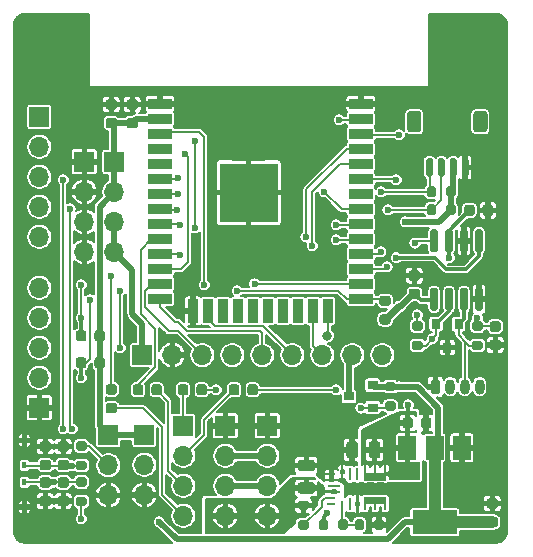
<source format=gbr>
G04 #@! TF.GenerationSoftware,KiCad,Pcbnew,(5.1.9)-1*
G04 #@! TF.CreationDate,2021-03-03T09:56:07+01:00*
G04 #@! TF.ProjectId,bobbycar,626f6262-7963-4617-922e-6b696361645f,rev?*
G04 #@! TF.SameCoordinates,Original*
G04 #@! TF.FileFunction,Copper,L1,Top*
G04 #@! TF.FilePolarity,Positive*
%FSLAX46Y46*%
G04 Gerber Fmt 4.6, Leading zero omitted, Abs format (unit mm)*
G04 Created by KiCad (PCBNEW (5.1.9)-1) date 2021-03-03 09:56:07*
%MOMM*%
%LPD*%
G01*
G04 APERTURE LIST*
G04 #@! TA.AperFunction,EtchedComponent*
%ADD10C,0.100000*%
G04 #@! TD*
G04 #@! TA.AperFunction,SMDPad,CuDef*
%ADD11R,0.900000X0.800000*%
G04 #@! TD*
G04 #@! TA.AperFunction,SMDPad,CuDef*
%ADD12R,2.000000X0.900000*%
G04 #@! TD*
G04 #@! TA.AperFunction,SMDPad,CuDef*
%ADD13R,0.900000X2.000000*%
G04 #@! TD*
G04 #@! TA.AperFunction,SMDPad,CuDef*
%ADD14R,5.000000X5.000000*%
G04 #@! TD*
G04 #@! TA.AperFunction,SMDPad,CuDef*
%ADD15R,0.450000X0.600000*%
G04 #@! TD*
G04 #@! TA.AperFunction,ComponentPad*
%ADD16O,0.800000X1.300000*%
G04 #@! TD*
G04 #@! TA.AperFunction,ComponentPad*
%ADD17O,1.700000X1.700000*%
G04 #@! TD*
G04 #@! TA.AperFunction,ComponentPad*
%ADD18R,1.700000X1.700000*%
G04 #@! TD*
G04 #@! TA.AperFunction,SMDPad,CuDef*
%ADD19R,0.800000X0.900000*%
G04 #@! TD*
G04 #@! TA.AperFunction,SMDPad,CuDef*
%ADD20R,0.250000X0.700000*%
G04 #@! TD*
G04 #@! TA.AperFunction,SMDPad,CuDef*
%ADD21R,0.250000X0.800000*%
G04 #@! TD*
G04 #@! TA.AperFunction,SMDPad,CuDef*
%ADD22R,0.250000X1.100000*%
G04 #@! TD*
G04 #@! TA.AperFunction,SMDPad,CuDef*
%ADD23R,0.700000X0.250000*%
G04 #@! TD*
G04 #@! TA.AperFunction,SMDPad,CuDef*
%ADD24R,1.100000X0.250000*%
G04 #@! TD*
G04 #@! TA.AperFunction,SMDPad,CuDef*
%ADD25R,1.500000X2.000000*%
G04 #@! TD*
G04 #@! TA.AperFunction,SMDPad,CuDef*
%ADD26R,3.800000X2.000000*%
G04 #@! TD*
G04 #@! TA.AperFunction,ViaPad*
%ADD27C,0.800000*%
G04 #@! TD*
G04 #@! TA.AperFunction,ViaPad*
%ADD28C,0.600000*%
G04 #@! TD*
G04 #@! TA.AperFunction,Conductor*
%ADD29C,0.200000*%
G04 #@! TD*
G04 #@! TA.AperFunction,Conductor*
%ADD30C,0.300000*%
G04 #@! TD*
G04 #@! TA.AperFunction,Conductor*
%ADD31C,0.500000*%
G04 #@! TD*
G04 #@! TA.AperFunction,Conductor*
%ADD32C,1.000000*%
G04 #@! TD*
G04 #@! TA.AperFunction,Conductor*
%ADD33C,0.150000*%
G04 #@! TD*
G04 #@! TA.AperFunction,Conductor*
%ADD34C,0.100000*%
G04 #@! TD*
G04 APERTURE END LIST*
D10*
G36*
X124760000Y-69026000D02*
G01*
X126660000Y-69026000D01*
X126660000Y-69626000D01*
X124760000Y-69626000D01*
X124760000Y-69026000D01*
G37*
G36*
X124760000Y-67026000D02*
G01*
X126660000Y-67026000D01*
X126660000Y-67626000D01*
X124760000Y-67626000D01*
X124760000Y-67026000D01*
G37*
G04 #@! TA.AperFunction,SMDPad,CuDef*
G36*
G01*
X127275000Y-60075000D02*
X126725000Y-60075000D01*
G75*
G02*
X126525000Y-59875000I0J200000D01*
G01*
X126525000Y-59475000D01*
G75*
G02*
X126725000Y-59275000I200000J0D01*
G01*
X127275000Y-59275000D01*
G75*
G02*
X127475000Y-59475000I0J-200000D01*
G01*
X127475000Y-59875000D01*
G75*
G02*
X127275000Y-60075000I-200000J0D01*
G01*
G37*
G04 #@! TD.AperFunction*
G04 #@! TA.AperFunction,SMDPad,CuDef*
G36*
G01*
X127275000Y-61725000D02*
X126725000Y-61725000D01*
G75*
G02*
X126525000Y-61525000I0J200000D01*
G01*
X126525000Y-61125000D01*
G75*
G02*
X126725000Y-60925000I200000J0D01*
G01*
X127275000Y-60925000D01*
G75*
G02*
X127475000Y-61125000I0J-200000D01*
G01*
X127475000Y-61525000D01*
G75*
G02*
X127275000Y-61725000I-200000J0D01*
G01*
G37*
G04 #@! TD.AperFunction*
D11*
X123500000Y-60500000D03*
X125500000Y-59550000D03*
X125500000Y-61450000D03*
G04 #@! TA.AperFunction,SMDPad,CuDef*
G36*
G01*
X134355000Y-51300000D02*
X134655000Y-51300000D01*
G75*
G02*
X134805000Y-51450000I0J-150000D01*
G01*
X134805000Y-53100000D01*
G75*
G02*
X134655000Y-53250000I-150000J0D01*
G01*
X134355000Y-53250000D01*
G75*
G02*
X134205000Y-53100000I0J150000D01*
G01*
X134205000Y-51450000D01*
G75*
G02*
X134355000Y-51300000I150000J0D01*
G01*
G37*
G04 #@! TD.AperFunction*
G04 #@! TA.AperFunction,SMDPad,CuDef*
G36*
G01*
X133085000Y-51300000D02*
X133385000Y-51300000D01*
G75*
G02*
X133535000Y-51450000I0J-150000D01*
G01*
X133535000Y-53100000D01*
G75*
G02*
X133385000Y-53250000I-150000J0D01*
G01*
X133085000Y-53250000D01*
G75*
G02*
X132935000Y-53100000I0J150000D01*
G01*
X132935000Y-51450000D01*
G75*
G02*
X133085000Y-51300000I150000J0D01*
G01*
G37*
G04 #@! TD.AperFunction*
G04 #@! TA.AperFunction,SMDPad,CuDef*
G36*
G01*
X131815000Y-51300000D02*
X132115000Y-51300000D01*
G75*
G02*
X132265000Y-51450000I0J-150000D01*
G01*
X132265000Y-53100000D01*
G75*
G02*
X132115000Y-53250000I-150000J0D01*
G01*
X131815000Y-53250000D01*
G75*
G02*
X131665000Y-53100000I0J150000D01*
G01*
X131665000Y-51450000D01*
G75*
G02*
X131815000Y-51300000I150000J0D01*
G01*
G37*
G04 #@! TD.AperFunction*
G04 #@! TA.AperFunction,SMDPad,CuDef*
G36*
G01*
X130545000Y-51300000D02*
X130845000Y-51300000D01*
G75*
G02*
X130995000Y-51450000I0J-150000D01*
G01*
X130995000Y-53100000D01*
G75*
G02*
X130845000Y-53250000I-150000J0D01*
G01*
X130545000Y-53250000D01*
G75*
G02*
X130395000Y-53100000I0J150000D01*
G01*
X130395000Y-51450000D01*
G75*
G02*
X130545000Y-51300000I150000J0D01*
G01*
G37*
G04 #@! TD.AperFunction*
G04 #@! TA.AperFunction,SMDPad,CuDef*
G36*
G01*
X130545000Y-46350000D02*
X130845000Y-46350000D01*
G75*
G02*
X130995000Y-46500000I0J-150000D01*
G01*
X130995000Y-48150000D01*
G75*
G02*
X130845000Y-48300000I-150000J0D01*
G01*
X130545000Y-48300000D01*
G75*
G02*
X130395000Y-48150000I0J150000D01*
G01*
X130395000Y-46500000D01*
G75*
G02*
X130545000Y-46350000I150000J0D01*
G01*
G37*
G04 #@! TD.AperFunction*
G04 #@! TA.AperFunction,SMDPad,CuDef*
G36*
G01*
X131815000Y-46350000D02*
X132115000Y-46350000D01*
G75*
G02*
X132265000Y-46500000I0J-150000D01*
G01*
X132265000Y-48150000D01*
G75*
G02*
X132115000Y-48300000I-150000J0D01*
G01*
X131815000Y-48300000D01*
G75*
G02*
X131665000Y-48150000I0J150000D01*
G01*
X131665000Y-46500000D01*
G75*
G02*
X131815000Y-46350000I150000J0D01*
G01*
G37*
G04 #@! TD.AperFunction*
G04 #@! TA.AperFunction,SMDPad,CuDef*
G36*
G01*
X133085000Y-46350000D02*
X133385000Y-46350000D01*
G75*
G02*
X133535000Y-46500000I0J-150000D01*
G01*
X133535000Y-48150000D01*
G75*
G02*
X133385000Y-48300000I-150000J0D01*
G01*
X133085000Y-48300000D01*
G75*
G02*
X132935000Y-48150000I0J150000D01*
G01*
X132935000Y-46500000D01*
G75*
G02*
X133085000Y-46350000I150000J0D01*
G01*
G37*
G04 #@! TD.AperFunction*
G04 #@! TA.AperFunction,SMDPad,CuDef*
G36*
G01*
X134355000Y-46350000D02*
X134655000Y-46350000D01*
G75*
G02*
X134805000Y-46500000I0J-150000D01*
G01*
X134805000Y-48150000D01*
G75*
G02*
X134655000Y-48300000I-150000J0D01*
G01*
X134355000Y-48300000D01*
G75*
G02*
X134205000Y-48150000I0J150000D01*
G01*
X134205000Y-46500000D01*
G75*
G02*
X134355000Y-46350000I150000J0D01*
G01*
G37*
G04 #@! TD.AperFunction*
G04 #@! TA.AperFunction,SMDPad,CuDef*
G36*
G01*
X134800000Y-45000000D02*
X134800000Y-44500000D01*
G75*
G02*
X135025000Y-44275000I225000J0D01*
G01*
X135475000Y-44275000D01*
G75*
G02*
X135700000Y-44500000I0J-225000D01*
G01*
X135700000Y-45000000D01*
G75*
G02*
X135475000Y-45225000I-225000J0D01*
G01*
X135025000Y-45225000D01*
G75*
G02*
X134800000Y-45000000I0J225000D01*
G01*
G37*
G04 #@! TD.AperFunction*
G04 #@! TA.AperFunction,SMDPad,CuDef*
G36*
G01*
X133250000Y-45000000D02*
X133250000Y-44500000D01*
G75*
G02*
X133475000Y-44275000I225000J0D01*
G01*
X133925000Y-44275000D01*
G75*
G02*
X134150000Y-44500000I0J-225000D01*
G01*
X134150000Y-45000000D01*
G75*
G02*
X133925000Y-45225000I-225000J0D01*
G01*
X133475000Y-45225000D01*
G75*
G02*
X133250000Y-45000000I0J225000D01*
G01*
G37*
G04 #@! TD.AperFunction*
G04 #@! TA.AperFunction,SMDPad,CuDef*
G36*
G01*
X103121750Y-36926000D02*
X103634250Y-36926000D01*
G75*
G02*
X103853000Y-37144750I0J-218750D01*
G01*
X103853000Y-37582250D01*
G75*
G02*
X103634250Y-37801000I-218750J0D01*
G01*
X103121750Y-37801000D01*
G75*
G02*
X102903000Y-37582250I0J218750D01*
G01*
X102903000Y-37144750D01*
G75*
G02*
X103121750Y-36926000I218750J0D01*
G01*
G37*
G04 #@! TD.AperFunction*
G04 #@! TA.AperFunction,SMDPad,CuDef*
G36*
G01*
X103121750Y-35351000D02*
X103634250Y-35351000D01*
G75*
G02*
X103853000Y-35569750I0J-218750D01*
G01*
X103853000Y-36007250D01*
G75*
G02*
X103634250Y-36226000I-218750J0D01*
G01*
X103121750Y-36226000D01*
G75*
G02*
X102903000Y-36007250I0J218750D01*
G01*
X102903000Y-35569750D01*
G75*
G02*
X103121750Y-35351000I218750J0D01*
G01*
G37*
G04 #@! TD.AperFunction*
D12*
X124500000Y-35745000D03*
X124500000Y-37015000D03*
X124500000Y-38285000D03*
X124500000Y-39555000D03*
X124500000Y-40825000D03*
X124500000Y-42095000D03*
X124500000Y-43365000D03*
X124500000Y-44635000D03*
X124500000Y-45905000D03*
X124500000Y-47175000D03*
X124500000Y-48445000D03*
X124500000Y-49715000D03*
X124500000Y-50985000D03*
X124500000Y-52255000D03*
D13*
X121715000Y-53255000D03*
X120445000Y-53255000D03*
X119175000Y-53255000D03*
X117905000Y-53255000D03*
X116635000Y-53255000D03*
X115365000Y-53255000D03*
X114095000Y-53255000D03*
X112825000Y-53255000D03*
X111555000Y-53255000D03*
X110285000Y-53255000D03*
D12*
X107500000Y-52255000D03*
X107500000Y-50985000D03*
X107500000Y-49715000D03*
X107500000Y-48445000D03*
X107500000Y-47175000D03*
X107500000Y-45905000D03*
X107500000Y-44635000D03*
X107500000Y-43365000D03*
X107500000Y-42095000D03*
X107500000Y-40825000D03*
X107500000Y-39555000D03*
X107500000Y-38285000D03*
X107500000Y-37015000D03*
X107500000Y-35745000D03*
D14*
X115000000Y-43245000D03*
G04 #@! TA.AperFunction,SMDPad,CuDef*
G36*
G01*
X131743000Y-44979000D02*
X131743000Y-44429000D01*
G75*
G02*
X131943000Y-44229000I200000J0D01*
G01*
X132343000Y-44229000D01*
G75*
G02*
X132543000Y-44429000I0J-200000D01*
G01*
X132543000Y-44979000D01*
G75*
G02*
X132343000Y-45179000I-200000J0D01*
G01*
X131943000Y-45179000D01*
G75*
G02*
X131743000Y-44979000I0J200000D01*
G01*
G37*
G04 #@! TD.AperFunction*
G04 #@! TA.AperFunction,SMDPad,CuDef*
G36*
G01*
X130093000Y-44979000D02*
X130093000Y-44429000D01*
G75*
G02*
X130293000Y-44229000I200000J0D01*
G01*
X130693000Y-44229000D01*
G75*
G02*
X130893000Y-44429000I0J-200000D01*
G01*
X130893000Y-44979000D01*
G75*
G02*
X130693000Y-45179000I-200000J0D01*
G01*
X130293000Y-45179000D01*
G75*
G02*
X130093000Y-44979000I0J200000D01*
G01*
G37*
G04 #@! TD.AperFunction*
G04 #@! TA.AperFunction,SMDPad,CuDef*
G36*
G01*
X131743000Y-43455000D02*
X131743000Y-42905000D01*
G75*
G02*
X131943000Y-42705000I200000J0D01*
G01*
X132343000Y-42705000D01*
G75*
G02*
X132543000Y-42905000I0J-200000D01*
G01*
X132543000Y-43455000D01*
G75*
G02*
X132343000Y-43655000I-200000J0D01*
G01*
X131943000Y-43655000D01*
G75*
G02*
X131743000Y-43455000I0J200000D01*
G01*
G37*
G04 #@! TD.AperFunction*
G04 #@! TA.AperFunction,SMDPad,CuDef*
G36*
G01*
X130093000Y-43455000D02*
X130093000Y-42905000D01*
G75*
G02*
X130293000Y-42705000I200000J0D01*
G01*
X130693000Y-42705000D01*
G75*
G02*
X130893000Y-42905000I0J-200000D01*
G01*
X130893000Y-43455000D01*
G75*
G02*
X130693000Y-43655000I-200000J0D01*
G01*
X130293000Y-43655000D01*
G75*
G02*
X130093000Y-43455000I0J200000D01*
G01*
G37*
G04 #@! TD.AperFunction*
G04 #@! TA.AperFunction,SMDPad,CuDef*
G36*
G01*
X101113000Y-65107000D02*
X100563000Y-65107000D01*
G75*
G02*
X100363000Y-64907000I0J200000D01*
G01*
X100363000Y-64507000D01*
G75*
G02*
X100563000Y-64307000I200000J0D01*
G01*
X101113000Y-64307000D01*
G75*
G02*
X101313000Y-64507000I0J-200000D01*
G01*
X101313000Y-64907000D01*
G75*
G02*
X101113000Y-65107000I-200000J0D01*
G01*
G37*
G04 #@! TD.AperFunction*
G04 #@! TA.AperFunction,SMDPad,CuDef*
G36*
G01*
X101113000Y-66757000D02*
X100563000Y-66757000D01*
G75*
G02*
X100363000Y-66557000I0J200000D01*
G01*
X100363000Y-66157000D01*
G75*
G02*
X100563000Y-65957000I200000J0D01*
G01*
X101113000Y-65957000D01*
G75*
G02*
X101313000Y-66157000I0J-200000D01*
G01*
X101313000Y-66557000D01*
G75*
G02*
X101113000Y-66757000I-200000J0D01*
G01*
G37*
G04 #@! TD.AperFunction*
G04 #@! TA.AperFunction,SMDPad,CuDef*
G36*
G01*
X100563000Y-69005000D02*
X101113000Y-69005000D01*
G75*
G02*
X101313000Y-69205000I0J-200000D01*
G01*
X101313000Y-69605000D01*
G75*
G02*
X101113000Y-69805000I-200000J0D01*
G01*
X100563000Y-69805000D01*
G75*
G02*
X100363000Y-69605000I0J200000D01*
G01*
X100363000Y-69205000D01*
G75*
G02*
X100563000Y-69005000I200000J0D01*
G01*
G37*
G04 #@! TD.AperFunction*
G04 #@! TA.AperFunction,SMDPad,CuDef*
G36*
G01*
X100563000Y-67355000D02*
X101113000Y-67355000D01*
G75*
G02*
X101313000Y-67555000I0J-200000D01*
G01*
X101313000Y-67955000D01*
G75*
G02*
X101113000Y-68155000I-200000J0D01*
G01*
X100563000Y-68155000D01*
G75*
G02*
X100363000Y-67955000I0J200000D01*
G01*
X100363000Y-67555000D01*
G75*
G02*
X100563000Y-67355000I200000J0D01*
G01*
G37*
G04 #@! TD.AperFunction*
D15*
X96012000Y-64228000D03*
X96012000Y-66328000D03*
X96012000Y-69884000D03*
X96012000Y-67784000D03*
D16*
X134560000Y-59690000D03*
X133310000Y-59690000D03*
X132060000Y-59690000D03*
G04 #@! TA.AperFunction,ComponentPad*
G36*
G01*
X130410000Y-60140000D02*
X130410000Y-59240000D01*
G75*
G02*
X130610000Y-59040000I200000J0D01*
G01*
X131010000Y-59040000D01*
G75*
G02*
X131210000Y-59240000I0J-200000D01*
G01*
X131210000Y-60140000D01*
G75*
G02*
X131010000Y-60340000I-200000J0D01*
G01*
X130610000Y-60340000D01*
G75*
G02*
X130410000Y-60140000I0J200000D01*
G01*
G37*
G04 #@! TD.AperFunction*
G04 #@! TA.AperFunction,SMDPad,CuDef*
G36*
G01*
X106076000Y-59687750D02*
X106076000Y-60200250D01*
G75*
G02*
X105857250Y-60419000I-218750J0D01*
G01*
X105419750Y-60419000D01*
G75*
G02*
X105201000Y-60200250I0J218750D01*
G01*
X105201000Y-59687750D01*
G75*
G02*
X105419750Y-59469000I218750J0D01*
G01*
X105857250Y-59469000D01*
G75*
G02*
X106076000Y-59687750I0J-218750D01*
G01*
G37*
G04 #@! TD.AperFunction*
G04 #@! TA.AperFunction,SMDPad,CuDef*
G36*
G01*
X107651000Y-59687750D02*
X107651000Y-60200250D01*
G75*
G02*
X107432250Y-60419000I-218750J0D01*
G01*
X106994750Y-60419000D01*
G75*
G02*
X106776000Y-60200250I0J218750D01*
G01*
X106776000Y-59687750D01*
G75*
G02*
X106994750Y-59469000I218750J0D01*
G01*
X107432250Y-59469000D01*
G75*
G02*
X107651000Y-59687750I0J-218750D01*
G01*
G37*
G04 #@! TD.AperFunction*
G04 #@! TA.AperFunction,SMDPad,CuDef*
G36*
G01*
X103634250Y-60356000D02*
X103121750Y-60356000D01*
G75*
G02*
X102903000Y-60137250I0J218750D01*
G01*
X102903000Y-59699750D01*
G75*
G02*
X103121750Y-59481000I218750J0D01*
G01*
X103634250Y-59481000D01*
G75*
G02*
X103853000Y-59699750I0J-218750D01*
G01*
X103853000Y-60137250D01*
G75*
G02*
X103634250Y-60356000I-218750J0D01*
G01*
G37*
G04 #@! TD.AperFunction*
G04 #@! TA.AperFunction,SMDPad,CuDef*
G36*
G01*
X103634250Y-61931000D02*
X103121750Y-61931000D01*
G75*
G02*
X102903000Y-61712250I0J218750D01*
G01*
X102903000Y-61274750D01*
G75*
G02*
X103121750Y-61056000I218750J0D01*
G01*
X103634250Y-61056000D01*
G75*
G02*
X103853000Y-61274750I0J-218750D01*
G01*
X103853000Y-61712250D01*
G75*
G02*
X103634250Y-61931000I-218750J0D01*
G01*
G37*
G04 #@! TD.AperFunction*
G04 #@! TA.AperFunction,SMDPad,CuDef*
G36*
G01*
X114904000Y-60200250D02*
X114904000Y-59687750D01*
G75*
G02*
X115122750Y-59469000I218750J0D01*
G01*
X115560250Y-59469000D01*
G75*
G02*
X115779000Y-59687750I0J-218750D01*
G01*
X115779000Y-60200250D01*
G75*
G02*
X115560250Y-60419000I-218750J0D01*
G01*
X115122750Y-60419000D01*
G75*
G02*
X114904000Y-60200250I0J218750D01*
G01*
G37*
G04 #@! TD.AperFunction*
G04 #@! TA.AperFunction,SMDPad,CuDef*
G36*
G01*
X113329000Y-60200250D02*
X113329000Y-59687750D01*
G75*
G02*
X113547750Y-59469000I218750J0D01*
G01*
X113985250Y-59469000D01*
G75*
G02*
X114204000Y-59687750I0J-218750D01*
G01*
X114204000Y-60200250D01*
G75*
G02*
X113985250Y-60419000I-218750J0D01*
G01*
X113547750Y-60419000D01*
G75*
G02*
X113329000Y-60200250I0J218750D01*
G01*
G37*
G04 #@! TD.AperFunction*
G04 #@! TA.AperFunction,SMDPad,CuDef*
G36*
G01*
X110586000Y-60200250D02*
X110586000Y-59687750D01*
G75*
G02*
X110804750Y-59469000I218750J0D01*
G01*
X111242250Y-59469000D01*
G75*
G02*
X111461000Y-59687750I0J-218750D01*
G01*
X111461000Y-60200250D01*
G75*
G02*
X111242250Y-60419000I-218750J0D01*
G01*
X110804750Y-60419000D01*
G75*
G02*
X110586000Y-60200250I0J218750D01*
G01*
G37*
G04 #@! TD.AperFunction*
G04 #@! TA.AperFunction,SMDPad,CuDef*
G36*
G01*
X109011000Y-60200250D02*
X109011000Y-59687750D01*
G75*
G02*
X109229750Y-59469000I218750J0D01*
G01*
X109667250Y-59469000D01*
G75*
G02*
X109886000Y-59687750I0J-218750D01*
G01*
X109886000Y-60200250D01*
G75*
G02*
X109667250Y-60419000I-218750J0D01*
G01*
X109229750Y-60419000D01*
G75*
G02*
X109011000Y-60200250I0J218750D01*
G01*
G37*
G04 #@! TD.AperFunction*
D17*
X126320000Y-57000000D03*
X123780000Y-57000000D03*
X121240000Y-57000000D03*
X118700000Y-57000000D03*
X116160000Y-57000000D03*
X113620000Y-57000000D03*
X111080000Y-57000000D03*
X108540000Y-57000000D03*
D18*
X106000000Y-57000000D03*
D17*
X109474000Y-70612000D03*
X109474000Y-68072000D03*
X109474000Y-65532000D03*
D18*
X109474000Y-62992000D03*
D19*
X131826000Y-56372000D03*
X130876000Y-54372000D03*
X132776000Y-54372000D03*
D17*
X97282000Y-46990000D03*
X97282000Y-44450000D03*
X97282000Y-41910000D03*
X97282000Y-39370000D03*
D18*
X97282000Y-36830000D03*
G04 #@! TA.AperFunction,SMDPad,CuDef*
G36*
G01*
X119413000Y-67760000D02*
X120363000Y-67760000D01*
G75*
G02*
X120613000Y-68010000I0J-250000D01*
G01*
X120613000Y-68510000D01*
G75*
G02*
X120363000Y-68760000I-250000J0D01*
G01*
X119413000Y-68760000D01*
G75*
G02*
X119163000Y-68510000I0J250000D01*
G01*
X119163000Y-68010000D01*
G75*
G02*
X119413000Y-67760000I250000J0D01*
G01*
G37*
G04 #@! TD.AperFunction*
G04 #@! TA.AperFunction,SMDPad,CuDef*
G36*
G01*
X119413000Y-65860000D02*
X120363000Y-65860000D01*
G75*
G02*
X120613000Y-66110000I0J-250000D01*
G01*
X120613000Y-66610000D01*
G75*
G02*
X120363000Y-66860000I-250000J0D01*
G01*
X119413000Y-66860000D01*
G75*
G02*
X119163000Y-66610000I0J250000D01*
G01*
X119163000Y-66110000D01*
G75*
G02*
X119413000Y-65860000I250000J0D01*
G01*
G37*
G04 #@! TD.AperFunction*
G04 #@! TA.AperFunction,SMDPad,CuDef*
G36*
G01*
X129626000Y-36590999D02*
X129626000Y-37891001D01*
G75*
G02*
X129376001Y-38141000I-249999J0D01*
G01*
X128675999Y-38141000D01*
G75*
G02*
X128426000Y-37891001I0J249999D01*
G01*
X128426000Y-36590999D01*
G75*
G02*
X128675999Y-36341000I249999J0D01*
G01*
X129376001Y-36341000D01*
G75*
G02*
X129626000Y-36590999I0J-249999D01*
G01*
G37*
G04 #@! TD.AperFunction*
G04 #@! TA.AperFunction,SMDPad,CuDef*
G36*
G01*
X135226000Y-36590999D02*
X135226000Y-37891001D01*
G75*
G02*
X134976001Y-38141000I-249999J0D01*
G01*
X134275999Y-38141000D01*
G75*
G02*
X134026000Y-37891001I0J249999D01*
G01*
X134026000Y-36590999D01*
G75*
G02*
X134275999Y-36341000I249999J0D01*
G01*
X134976001Y-36341000D01*
G75*
G02*
X135226000Y-36590999I0J-249999D01*
G01*
G37*
G04 #@! TD.AperFunction*
G04 #@! TA.AperFunction,SMDPad,CuDef*
G36*
G01*
X130626000Y-40491000D02*
X130626000Y-41741000D01*
G75*
G02*
X130476000Y-41891000I-150000J0D01*
G01*
X130176000Y-41891000D01*
G75*
G02*
X130026000Y-41741000I0J150000D01*
G01*
X130026000Y-40491000D01*
G75*
G02*
X130176000Y-40341000I150000J0D01*
G01*
X130476000Y-40341000D01*
G75*
G02*
X130626000Y-40491000I0J-150000D01*
G01*
G37*
G04 #@! TD.AperFunction*
G04 #@! TA.AperFunction,SMDPad,CuDef*
G36*
G01*
X131626000Y-40491000D02*
X131626000Y-41741000D01*
G75*
G02*
X131476000Y-41891000I-150000J0D01*
G01*
X131176000Y-41891000D01*
G75*
G02*
X131026000Y-41741000I0J150000D01*
G01*
X131026000Y-40491000D01*
G75*
G02*
X131176000Y-40341000I150000J0D01*
G01*
X131476000Y-40341000D01*
G75*
G02*
X131626000Y-40491000I0J-150000D01*
G01*
G37*
G04 #@! TD.AperFunction*
G04 #@! TA.AperFunction,SMDPad,CuDef*
G36*
G01*
X132626000Y-40491000D02*
X132626000Y-41741000D01*
G75*
G02*
X132476000Y-41891000I-150000J0D01*
G01*
X132176000Y-41891000D01*
G75*
G02*
X132026000Y-41741000I0J150000D01*
G01*
X132026000Y-40491000D01*
G75*
G02*
X132176000Y-40341000I150000J0D01*
G01*
X132476000Y-40341000D01*
G75*
G02*
X132626000Y-40491000I0J-150000D01*
G01*
G37*
G04 #@! TD.AperFunction*
G04 #@! TA.AperFunction,SMDPad,CuDef*
G36*
G01*
X133626000Y-40491000D02*
X133626000Y-41741000D01*
G75*
G02*
X133476000Y-41891000I-150000J0D01*
G01*
X133176000Y-41891000D01*
G75*
G02*
X133026000Y-41741000I0J150000D01*
G01*
X133026000Y-40491000D01*
G75*
G02*
X133176000Y-40341000I150000J0D01*
G01*
X133476000Y-40341000D01*
G75*
G02*
X133626000Y-40491000I0J-150000D01*
G01*
G37*
G04 #@! TD.AperFunction*
G04 #@! TA.AperFunction,SMDPad,CuDef*
G36*
G01*
X129282000Y-50729000D02*
X128782000Y-50729000D01*
G75*
G02*
X128557000Y-50504000I0J225000D01*
G01*
X128557000Y-50054000D01*
G75*
G02*
X128782000Y-49829000I225000J0D01*
G01*
X129282000Y-49829000D01*
G75*
G02*
X129507000Y-50054000I0J-225000D01*
G01*
X129507000Y-50504000D01*
G75*
G02*
X129282000Y-50729000I-225000J0D01*
G01*
G37*
G04 #@! TD.AperFunction*
G04 #@! TA.AperFunction,SMDPad,CuDef*
G36*
G01*
X129282000Y-52279000D02*
X128782000Y-52279000D01*
G75*
G02*
X128557000Y-52054000I0J225000D01*
G01*
X128557000Y-51604000D01*
G75*
G02*
X128782000Y-51379000I225000J0D01*
G01*
X129282000Y-51379000D01*
G75*
G02*
X129507000Y-51604000I0J-225000D01*
G01*
X129507000Y-52054000D01*
G75*
G02*
X129282000Y-52279000I-225000J0D01*
G01*
G37*
G04 #@! TD.AperFunction*
D17*
X113030000Y-70612000D03*
X113030000Y-68072000D03*
X113030000Y-65532000D03*
D18*
X113030000Y-62992000D03*
G04 #@! TA.AperFunction,SMDPad,CuDef*
G36*
G01*
X124797000Y-71099000D02*
X124797000Y-71649000D01*
G75*
G02*
X124597000Y-71849000I-200000J0D01*
G01*
X124197000Y-71849000D01*
G75*
G02*
X123997000Y-71649000I0J200000D01*
G01*
X123997000Y-71099000D01*
G75*
G02*
X124197000Y-70899000I200000J0D01*
G01*
X124597000Y-70899000D01*
G75*
G02*
X124797000Y-71099000I0J-200000D01*
G01*
G37*
G04 #@! TD.AperFunction*
G04 #@! TA.AperFunction,SMDPad,CuDef*
G36*
G01*
X126447000Y-71099000D02*
X126447000Y-71649000D01*
G75*
G02*
X126247000Y-71849000I-200000J0D01*
G01*
X125847000Y-71849000D01*
G75*
G02*
X125647000Y-71649000I0J200000D01*
G01*
X125647000Y-71099000D01*
G75*
G02*
X125847000Y-70899000I200000J0D01*
G01*
X126247000Y-70899000D01*
G75*
G02*
X126447000Y-71099000I0J-200000D01*
G01*
G37*
G04 #@! TD.AperFunction*
G04 #@! TA.AperFunction,SMDPad,CuDef*
G36*
G01*
X135640000Y-55697000D02*
X136140000Y-55697000D01*
G75*
G02*
X136365000Y-55922000I0J-225000D01*
G01*
X136365000Y-56372000D01*
G75*
G02*
X136140000Y-56597000I-225000J0D01*
G01*
X135640000Y-56597000D01*
G75*
G02*
X135415000Y-56372000I0J225000D01*
G01*
X135415000Y-55922000D01*
G75*
G02*
X135640000Y-55697000I225000J0D01*
G01*
G37*
G04 #@! TD.AperFunction*
G04 #@! TA.AperFunction,SMDPad,CuDef*
G36*
G01*
X135640000Y-54147000D02*
X136140000Y-54147000D01*
G75*
G02*
X136365000Y-54372000I0J-225000D01*
G01*
X136365000Y-54822000D01*
G75*
G02*
X136140000Y-55047000I-225000J0D01*
G01*
X135640000Y-55047000D01*
G75*
G02*
X135415000Y-54822000I0J225000D01*
G01*
X135415000Y-54372000D01*
G75*
G02*
X135640000Y-54147000I225000J0D01*
G01*
G37*
G04 #@! TD.AperFunction*
G04 #@! TA.AperFunction,SMDPad,CuDef*
G36*
G01*
X119909000Y-70124000D02*
X119359000Y-70124000D01*
G75*
G02*
X119159000Y-69924000I0J200000D01*
G01*
X119159000Y-69524000D01*
G75*
G02*
X119359000Y-69324000I200000J0D01*
G01*
X119909000Y-69324000D01*
G75*
G02*
X120109000Y-69524000I0J-200000D01*
G01*
X120109000Y-69924000D01*
G75*
G02*
X119909000Y-70124000I-200000J0D01*
G01*
G37*
G04 #@! TD.AperFunction*
G04 #@! TA.AperFunction,SMDPad,CuDef*
G36*
G01*
X119909000Y-71774000D02*
X119359000Y-71774000D01*
G75*
G02*
X119159000Y-71574000I0J200000D01*
G01*
X119159000Y-71174000D01*
G75*
G02*
X119359000Y-70974000I200000J0D01*
G01*
X119909000Y-70974000D01*
G75*
G02*
X120109000Y-71174000I0J-200000D01*
G01*
X120109000Y-71574000D01*
G75*
G02*
X119909000Y-71774000I-200000J0D01*
G01*
G37*
G04 #@! TD.AperFunction*
D17*
X116586000Y-70612000D03*
X116586000Y-68072000D03*
X116586000Y-65532000D03*
D18*
X116586000Y-62992000D03*
G04 #@! TA.AperFunction,SMDPad,CuDef*
G36*
G01*
X125164000Y-65499000D02*
X125164000Y-64549000D01*
G75*
G02*
X125414000Y-64299000I250000J0D01*
G01*
X125914000Y-64299000D01*
G75*
G02*
X126164000Y-64549000I0J-250000D01*
G01*
X126164000Y-65499000D01*
G75*
G02*
X125914000Y-65749000I-250000J0D01*
G01*
X125414000Y-65749000D01*
G75*
G02*
X125164000Y-65499000I0J250000D01*
G01*
G37*
G04 #@! TD.AperFunction*
G04 #@! TA.AperFunction,SMDPad,CuDef*
G36*
G01*
X123264000Y-65499000D02*
X123264000Y-64549000D01*
G75*
G02*
X123514000Y-64299000I250000J0D01*
G01*
X124014000Y-64299000D01*
G75*
G02*
X124264000Y-64549000I0J-250000D01*
G01*
X124264000Y-65499000D01*
G75*
G02*
X124014000Y-65749000I-250000J0D01*
G01*
X123514000Y-65749000D01*
G75*
G02*
X123264000Y-65499000I0J250000D01*
G01*
G37*
G04 #@! TD.AperFunction*
G04 #@! TA.AperFunction,SMDPad,CuDef*
G36*
G01*
X121749000Y-71099000D02*
X121749000Y-71649000D01*
G75*
G02*
X121549000Y-71849000I-200000J0D01*
G01*
X121149000Y-71849000D01*
G75*
G02*
X120949000Y-71649000I0J200000D01*
G01*
X120949000Y-71099000D01*
G75*
G02*
X121149000Y-70899000I200000J0D01*
G01*
X121549000Y-70899000D01*
G75*
G02*
X121749000Y-71099000I0J-200000D01*
G01*
G37*
G04 #@! TD.AperFunction*
G04 #@! TA.AperFunction,SMDPad,CuDef*
G36*
G01*
X123399000Y-71099000D02*
X123399000Y-71649000D01*
G75*
G02*
X123199000Y-71849000I-200000J0D01*
G01*
X122799000Y-71849000D01*
G75*
G02*
X122599000Y-71649000I0J200000D01*
G01*
X122599000Y-71099000D01*
G75*
G02*
X122799000Y-70899000I200000J0D01*
G01*
X123199000Y-70899000D01*
G75*
G02*
X123399000Y-71099000I0J-200000D01*
G01*
G37*
G04 #@! TD.AperFunction*
G04 #@! TA.AperFunction,SMDPad,CuDef*
G36*
G01*
X134641000Y-54947000D02*
X134091000Y-54947000D01*
G75*
G02*
X133891000Y-54747000I0J200000D01*
G01*
X133891000Y-54347000D01*
G75*
G02*
X134091000Y-54147000I200000J0D01*
G01*
X134641000Y-54147000D01*
G75*
G02*
X134841000Y-54347000I0J-200000D01*
G01*
X134841000Y-54747000D01*
G75*
G02*
X134641000Y-54947000I-200000J0D01*
G01*
G37*
G04 #@! TD.AperFunction*
G04 #@! TA.AperFunction,SMDPad,CuDef*
G36*
G01*
X134641000Y-56597000D02*
X134091000Y-56597000D01*
G75*
G02*
X133891000Y-56397000I0J200000D01*
G01*
X133891000Y-55997000D01*
G75*
G02*
X134091000Y-55797000I200000J0D01*
G01*
X134641000Y-55797000D01*
G75*
G02*
X134841000Y-55997000I0J-200000D01*
G01*
X134841000Y-56397000D01*
G75*
G02*
X134641000Y-56597000I-200000J0D01*
G01*
G37*
G04 #@! TD.AperFunction*
G04 #@! TA.AperFunction,SMDPad,CuDef*
G36*
G01*
X129011000Y-55797000D02*
X129561000Y-55797000D01*
G75*
G02*
X129761000Y-55997000I0J-200000D01*
G01*
X129761000Y-56397000D01*
G75*
G02*
X129561000Y-56597000I-200000J0D01*
G01*
X129011000Y-56597000D01*
G75*
G02*
X128811000Y-56397000I0J200000D01*
G01*
X128811000Y-55997000D01*
G75*
G02*
X129011000Y-55797000I200000J0D01*
G01*
G37*
G04 #@! TD.AperFunction*
G04 #@! TA.AperFunction,SMDPad,CuDef*
G36*
G01*
X129011000Y-54147000D02*
X129561000Y-54147000D01*
G75*
G02*
X129761000Y-54347000I0J-200000D01*
G01*
X129761000Y-54747000D01*
G75*
G02*
X129561000Y-54947000I-200000J0D01*
G01*
X129011000Y-54947000D01*
G75*
G02*
X128811000Y-54747000I0J200000D01*
G01*
X128811000Y-54347000D01*
G75*
G02*
X129011000Y-54147000I200000J0D01*
G01*
G37*
G04 #@! TD.AperFunction*
D20*
X122910000Y-66876000D03*
D21*
X122910000Y-69726000D03*
D22*
X126560000Y-67076000D03*
X125710000Y-67076000D03*
X124860000Y-67076000D03*
X126560000Y-69576000D03*
X125710000Y-69576000D03*
X124860000Y-69576000D03*
D23*
X122010000Y-67076000D03*
X122010000Y-67576000D03*
X122010000Y-69076000D03*
X122010000Y-69576000D03*
D24*
X122210000Y-68076000D03*
X122210000Y-68576000D03*
D22*
X123560000Y-67076000D03*
X124210000Y-67076000D03*
X123560000Y-69576000D03*
X124210000Y-69576000D03*
G04 #@! TA.AperFunction,SMDPad,CuDef*
G36*
G01*
X126293750Y-53550000D02*
X126806250Y-53550000D01*
G75*
G02*
X127025000Y-53768750I0J-218750D01*
G01*
X127025000Y-54206250D01*
G75*
G02*
X126806250Y-54425000I-218750J0D01*
G01*
X126293750Y-54425000D01*
G75*
G02*
X126075000Y-54206250I0J218750D01*
G01*
X126075000Y-53768750D01*
G75*
G02*
X126293750Y-53550000I218750J0D01*
G01*
G37*
G04 #@! TD.AperFunction*
G04 #@! TA.AperFunction,SMDPad,CuDef*
G36*
G01*
X126293750Y-51975000D02*
X126806250Y-51975000D01*
G75*
G02*
X127025000Y-52193750I0J-218750D01*
G01*
X127025000Y-52631250D01*
G75*
G02*
X126806250Y-52850000I-218750J0D01*
G01*
X126293750Y-52850000D01*
G75*
G02*
X126075000Y-52631250I0J218750D01*
G01*
X126075000Y-52193750D01*
G75*
G02*
X126293750Y-51975000I218750J0D01*
G01*
G37*
G04 #@! TD.AperFunction*
G04 #@! TA.AperFunction,SMDPad,CuDef*
G36*
G01*
X101950000Y-57914250D02*
X101950000Y-57401750D01*
G75*
G02*
X102168750Y-57183000I218750J0D01*
G01*
X102606250Y-57183000D01*
G75*
G02*
X102825000Y-57401750I0J-218750D01*
G01*
X102825000Y-57914250D01*
G75*
G02*
X102606250Y-58133000I-218750J0D01*
G01*
X102168750Y-58133000D01*
G75*
G02*
X101950000Y-57914250I0J218750D01*
G01*
G37*
G04 #@! TD.AperFunction*
G04 #@! TA.AperFunction,SMDPad,CuDef*
G36*
G01*
X100375000Y-57914250D02*
X100375000Y-57401750D01*
G75*
G02*
X100593750Y-57183000I218750J0D01*
G01*
X101031250Y-57183000D01*
G75*
G02*
X101250000Y-57401750I0J-218750D01*
G01*
X101250000Y-57914250D01*
G75*
G02*
X101031250Y-58133000I-218750J0D01*
G01*
X100593750Y-58133000D01*
G75*
G02*
X100375000Y-57914250I0J218750D01*
G01*
G37*
G04 #@! TD.AperFunction*
D17*
X103632000Y-48260000D03*
X103632000Y-45720000D03*
X103632000Y-43180000D03*
D18*
X103632000Y-40640000D03*
D17*
X101092000Y-48260000D03*
X101092000Y-45720000D03*
X101092000Y-43180000D03*
D18*
X101092000Y-40640000D03*
G04 #@! TA.AperFunction,SMDPad,CuDef*
G36*
G01*
X101250000Y-55115750D02*
X101250000Y-55628250D01*
G75*
G02*
X101031250Y-55847000I-218750J0D01*
G01*
X100593750Y-55847000D01*
G75*
G02*
X100375000Y-55628250I0J218750D01*
G01*
X100375000Y-55115750D01*
G75*
G02*
X100593750Y-54897000I218750J0D01*
G01*
X101031250Y-54897000D01*
G75*
G02*
X101250000Y-55115750I0J-218750D01*
G01*
G37*
G04 #@! TD.AperFunction*
G04 #@! TA.AperFunction,SMDPad,CuDef*
G36*
G01*
X102825000Y-55115750D02*
X102825000Y-55628250D01*
G75*
G02*
X102606250Y-55847000I-218750J0D01*
G01*
X102168750Y-55847000D01*
G75*
G02*
X101950000Y-55628250I0J218750D01*
G01*
X101950000Y-55115750D01*
G75*
G02*
X102168750Y-54897000I218750J0D01*
G01*
X102606250Y-54897000D01*
G75*
G02*
X102825000Y-55115750I0J-218750D01*
G01*
G37*
G04 #@! TD.AperFunction*
D17*
X103124000Y-68880000D03*
X103124000Y-66340000D03*
D18*
X103124000Y-63800000D03*
D17*
X106172000Y-68834000D03*
X106172000Y-66294000D03*
D18*
X106172000Y-63754000D03*
G04 #@! TA.AperFunction,SMDPad,CuDef*
G36*
G01*
X98046250Y-65182000D02*
X97533750Y-65182000D01*
G75*
G02*
X97315000Y-64963250I0J218750D01*
G01*
X97315000Y-64525750D01*
G75*
G02*
X97533750Y-64307000I218750J0D01*
G01*
X98046250Y-64307000D01*
G75*
G02*
X98265000Y-64525750I0J-218750D01*
G01*
X98265000Y-64963250D01*
G75*
G02*
X98046250Y-65182000I-218750J0D01*
G01*
G37*
G04 #@! TD.AperFunction*
G04 #@! TA.AperFunction,SMDPad,CuDef*
G36*
G01*
X98046250Y-66757000D02*
X97533750Y-66757000D01*
G75*
G02*
X97315000Y-66538250I0J218750D01*
G01*
X97315000Y-66100750D01*
G75*
G02*
X97533750Y-65882000I218750J0D01*
G01*
X98046250Y-65882000D01*
G75*
G02*
X98265000Y-66100750I0J-218750D01*
G01*
X98265000Y-66538250D01*
G75*
G02*
X98046250Y-66757000I-218750J0D01*
G01*
G37*
G04 #@! TD.AperFunction*
G04 #@! TA.AperFunction,SMDPad,CuDef*
G36*
G01*
X97533750Y-68930000D02*
X98046250Y-68930000D01*
G75*
G02*
X98265000Y-69148750I0J-218750D01*
G01*
X98265000Y-69586250D01*
G75*
G02*
X98046250Y-69805000I-218750J0D01*
G01*
X97533750Y-69805000D01*
G75*
G02*
X97315000Y-69586250I0J218750D01*
G01*
X97315000Y-69148750D01*
G75*
G02*
X97533750Y-68930000I218750J0D01*
G01*
G37*
G04 #@! TD.AperFunction*
G04 #@! TA.AperFunction,SMDPad,CuDef*
G36*
G01*
X97533750Y-67355000D02*
X98046250Y-67355000D01*
G75*
G02*
X98265000Y-67573750I0J-218750D01*
G01*
X98265000Y-68011250D01*
G75*
G02*
X98046250Y-68230000I-218750J0D01*
G01*
X97533750Y-68230000D01*
G75*
G02*
X97315000Y-68011250I0J218750D01*
G01*
X97315000Y-67573750D01*
G75*
G02*
X97533750Y-67355000I218750J0D01*
G01*
G37*
G04 #@! TD.AperFunction*
G04 #@! TA.AperFunction,SMDPad,CuDef*
G36*
G01*
X99570250Y-68230000D02*
X99057750Y-68230000D01*
G75*
G02*
X98839000Y-68011250I0J218750D01*
G01*
X98839000Y-67573750D01*
G75*
G02*
X99057750Y-67355000I218750J0D01*
G01*
X99570250Y-67355000D01*
G75*
G02*
X99789000Y-67573750I0J-218750D01*
G01*
X99789000Y-68011250D01*
G75*
G02*
X99570250Y-68230000I-218750J0D01*
G01*
G37*
G04 #@! TD.AperFunction*
G04 #@! TA.AperFunction,SMDPad,CuDef*
G36*
G01*
X99570250Y-69805000D02*
X99057750Y-69805000D01*
G75*
G02*
X98839000Y-69586250I0J218750D01*
G01*
X98839000Y-69148750D01*
G75*
G02*
X99057750Y-68930000I218750J0D01*
G01*
X99570250Y-68930000D01*
G75*
G02*
X99789000Y-69148750I0J-218750D01*
G01*
X99789000Y-69586250D01*
G75*
G02*
X99570250Y-69805000I-218750J0D01*
G01*
G37*
G04 #@! TD.AperFunction*
G04 #@! TA.AperFunction,SMDPad,CuDef*
G36*
G01*
X99057750Y-65882000D02*
X99570250Y-65882000D01*
G75*
G02*
X99789000Y-66100750I0J-218750D01*
G01*
X99789000Y-66538250D01*
G75*
G02*
X99570250Y-66757000I-218750J0D01*
G01*
X99057750Y-66757000D01*
G75*
G02*
X98839000Y-66538250I0J218750D01*
G01*
X98839000Y-66100750D01*
G75*
G02*
X99057750Y-65882000I218750J0D01*
G01*
G37*
G04 #@! TD.AperFunction*
G04 #@! TA.AperFunction,SMDPad,CuDef*
G36*
G01*
X99057750Y-64307000D02*
X99570250Y-64307000D01*
G75*
G02*
X99789000Y-64525750I0J-218750D01*
G01*
X99789000Y-64963250D01*
G75*
G02*
X99570250Y-65182000I-218750J0D01*
G01*
X99057750Y-65182000D01*
G75*
G02*
X98839000Y-64963250I0J218750D01*
G01*
X98839000Y-64525750D01*
G75*
G02*
X99057750Y-64307000I218750J0D01*
G01*
G37*
G04 #@! TD.AperFunction*
D17*
X97282000Y-51308000D03*
X97282000Y-53848000D03*
X97282000Y-56388000D03*
X97282000Y-58928000D03*
D18*
X97282000Y-61468000D03*
D25*
X133050000Y-64850000D03*
X128450000Y-64850000D03*
X130750000Y-64850000D03*
D26*
X130750000Y-71150000D03*
G04 #@! TA.AperFunction,SMDPad,CuDef*
G36*
G01*
X135379750Y-70708000D02*
X135892250Y-70708000D01*
G75*
G02*
X136111000Y-70926750I0J-218750D01*
G01*
X136111000Y-71364250D01*
G75*
G02*
X135892250Y-71583000I-218750J0D01*
G01*
X135379750Y-71583000D01*
G75*
G02*
X135161000Y-71364250I0J218750D01*
G01*
X135161000Y-70926750D01*
G75*
G02*
X135379750Y-70708000I218750J0D01*
G01*
G37*
G04 #@! TD.AperFunction*
G04 #@! TA.AperFunction,SMDPad,CuDef*
G36*
G01*
X135379750Y-69133000D02*
X135892250Y-69133000D01*
G75*
G02*
X136111000Y-69351750I0J-218750D01*
G01*
X136111000Y-69789250D01*
G75*
G02*
X135892250Y-70008000I-218750J0D01*
G01*
X135379750Y-70008000D01*
G75*
G02*
X135161000Y-69789250I0J218750D01*
G01*
X135161000Y-69351750D01*
G75*
G02*
X135379750Y-69133000I218750J0D01*
G01*
G37*
G04 #@! TD.AperFunction*
G04 #@! TA.AperFunction,SMDPad,CuDef*
G36*
G01*
X128900000Y-62493750D02*
X128900000Y-63006250D01*
G75*
G02*
X128681250Y-63225000I-218750J0D01*
G01*
X128243750Y-63225000D01*
G75*
G02*
X128025000Y-63006250I0J218750D01*
G01*
X128025000Y-62493750D01*
G75*
G02*
X128243750Y-62275000I218750J0D01*
G01*
X128681250Y-62275000D01*
G75*
G02*
X128900000Y-62493750I0J-218750D01*
G01*
G37*
G04 #@! TD.AperFunction*
G04 #@! TA.AperFunction,SMDPad,CuDef*
G36*
G01*
X130475000Y-62493750D02*
X130475000Y-63006250D01*
G75*
G02*
X130256250Y-63225000I-218750J0D01*
G01*
X129818750Y-63225000D01*
G75*
G02*
X129600000Y-63006250I0J218750D01*
G01*
X129600000Y-62493750D01*
G75*
G02*
X129818750Y-62275000I218750J0D01*
G01*
X130256250Y-62275000D01*
G75*
G02*
X130475000Y-62493750I0J-218750D01*
G01*
G37*
G04 #@! TD.AperFunction*
G04 #@! TA.AperFunction,SMDPad,CuDef*
G36*
G01*
X104899750Y-36926000D02*
X105412250Y-36926000D01*
G75*
G02*
X105631000Y-37144750I0J-218750D01*
G01*
X105631000Y-37582250D01*
G75*
G02*
X105412250Y-37801000I-218750J0D01*
G01*
X104899750Y-37801000D01*
G75*
G02*
X104681000Y-37582250I0J218750D01*
G01*
X104681000Y-37144750D01*
G75*
G02*
X104899750Y-36926000I218750J0D01*
G01*
G37*
G04 #@! TD.AperFunction*
G04 #@! TA.AperFunction,SMDPad,CuDef*
G36*
G01*
X104899750Y-35351000D02*
X105412250Y-35351000D01*
G75*
G02*
X105631000Y-35569750I0J-218750D01*
G01*
X105631000Y-36007250D01*
G75*
G02*
X105412250Y-36226000I-218750J0D01*
G01*
X104899750Y-36226000D01*
G75*
G02*
X104681000Y-36007250I0J218750D01*
G01*
X104681000Y-35569750D01*
G75*
G02*
X104899750Y-35351000I218750J0D01*
G01*
G37*
G04 #@! TD.AperFunction*
D27*
X115000000Y-43250000D03*
X113000000Y-45250000D03*
X113000000Y-44250000D03*
X117000000Y-45250000D03*
X116000000Y-45250000D03*
X115000000Y-45250000D03*
X114000000Y-45250000D03*
X114000000Y-44250000D03*
X114000000Y-43250000D03*
X116000000Y-43250000D03*
X116000000Y-42250000D03*
X115000000Y-42250000D03*
X114000000Y-42250000D03*
X113000000Y-42250000D03*
X113000000Y-43250000D03*
X115000000Y-44250000D03*
X116000000Y-44250000D03*
X117000000Y-44250000D03*
X117000000Y-43250000D03*
X117000000Y-42250000D03*
X113000000Y-41300032D03*
X116000000Y-41300032D03*
X114000000Y-41300032D03*
X115000000Y-41300032D03*
X117000000Y-41300032D03*
D28*
X124500000Y-59250000D03*
X120750000Y-62000000D03*
X124460000Y-60452000D03*
X119888000Y-60706000D03*
X121666000Y-59182000D03*
X117094000Y-59182000D03*
X119888000Y-59182000D03*
X130048000Y-61722000D03*
X133096000Y-66802000D03*
X133096000Y-67818000D03*
X133096000Y-68834000D03*
X133858000Y-62992000D03*
X134874000Y-63500000D03*
X135890000Y-63500000D03*
X132080000Y-66802000D03*
X132080000Y-67818000D03*
X132080000Y-68834000D03*
X129286000Y-69088000D03*
X128270000Y-69088000D03*
X128270000Y-68072000D03*
X129286000Y-68072000D03*
X105918000Y-70612000D03*
X97500000Y-71000000D03*
X99250000Y-72250000D03*
X96000000Y-72250000D03*
X96000000Y-49000000D03*
X97750000Y-49000000D03*
X96000000Y-34250000D03*
X98750000Y-34250000D03*
X96000000Y-32750000D03*
X98750000Y-32750000D03*
X98750000Y-31250000D03*
X96000000Y-31250000D03*
X96000000Y-29750000D03*
X98750000Y-29750000D03*
X101000000Y-29750000D03*
X101000000Y-31250000D03*
X101000000Y-32750000D03*
X101000000Y-34250000D03*
X101000000Y-35750000D03*
X109500000Y-35750000D03*
X110500000Y-35750000D03*
X110500000Y-36750000D03*
X109500000Y-36750000D03*
X109500000Y-34750000D03*
X110500000Y-34750000D03*
X130250000Y-39250000D03*
X126750000Y-39500000D03*
X126750000Y-40750000D03*
X136500000Y-39000000D03*
X136500000Y-40750000D03*
X133250000Y-39250000D03*
X131750000Y-38000000D03*
X133250000Y-49000000D03*
X134500000Y-50500000D03*
X135750000Y-48500000D03*
X136500000Y-44500000D03*
X136500000Y-42750000D03*
X136500000Y-46750000D03*
X136500000Y-51250000D03*
X97750000Y-63500000D03*
X101250000Y-63250000D03*
X131750000Y-33500000D03*
X133750000Y-33500000D03*
X135500000Y-33500000D03*
X135500000Y-32000000D03*
X133750000Y-32000000D03*
X131750000Y-32000000D03*
X131750000Y-30500000D03*
X133750000Y-30500000D03*
X135500000Y-30500000D03*
X131750000Y-29000000D03*
X133750000Y-29000000D03*
X135500000Y-29000000D03*
X122500000Y-35750000D03*
X122500000Y-34750000D03*
X121500000Y-35750000D03*
X121500000Y-34750000D03*
X133250000Y-50500000D03*
X135500000Y-65750000D03*
D27*
X125222000Y-63500000D03*
D28*
X121666000Y-70358000D03*
X126746000Y-66040000D03*
X128524000Y-61214000D03*
X132000000Y-48750000D03*
X127924000Y-52838500D03*
X107442000Y-71120000D03*
X127762000Y-59690000D03*
X128270000Y-45720000D03*
X114046000Y-51562000D03*
X100838000Y-53848000D03*
X111252000Y-51054000D03*
X100838000Y-51054000D03*
X119846000Y-46990000D03*
X104140000Y-51604000D03*
X104140000Y-56388000D03*
X100838000Y-58928000D03*
X120396000Y-47752000D03*
X101600000Y-52324000D03*
X103378000Y-50292000D03*
X109177990Y-48514000D03*
X122428000Y-59944000D03*
X122428000Y-47244000D03*
X112268000Y-59944000D03*
X115501000Y-50985000D03*
X99314000Y-42164000D03*
X99314000Y-63246000D03*
X98489000Y-67755000D03*
X109000000Y-42000000D03*
X109000000Y-43400000D03*
X99896001Y-44629999D03*
X100076000Y-63246000D03*
X100013000Y-66357000D03*
X126238000Y-43179988D03*
X126199988Y-48260623D03*
X126788000Y-44704000D03*
X126733160Y-49543502D03*
D27*
X121666000Y-55372000D03*
D28*
X122682000Y-37084000D03*
X124500000Y-61500000D03*
X130556000Y-55626000D03*
X100838000Y-70866000D03*
X127762000Y-38354000D03*
X129064916Y-47532920D03*
X127508000Y-42164000D03*
X127500000Y-48750000D03*
X129286000Y-53594000D03*
X134366000Y-53866000D03*
X109177990Y-45974000D03*
X108966000Y-44704000D03*
X109570862Y-39970569D03*
X121412000Y-43180000D03*
X122428000Y-45974000D03*
X110490000Y-46228000D03*
X110489996Y-38862000D03*
D29*
X107500000Y-40825000D02*
X108175000Y-40825000D01*
D30*
X126560000Y-67076000D02*
X127234000Y-67076000D01*
X121349000Y-70675000D02*
X121666000Y-70358000D01*
X121349000Y-71374000D02*
X121349000Y-70675000D01*
X128462500Y-61275500D02*
X128524000Y-61214000D01*
X128462500Y-62750000D02*
X128462500Y-61275500D01*
D31*
X103632000Y-45720000D02*
X103632000Y-48260000D01*
X106000000Y-54383120D02*
X105156000Y-53539120D01*
X106000000Y-57000000D02*
X106000000Y-54383120D01*
X105156000Y-49784000D02*
X103632000Y-48260000D01*
X105156000Y-53539120D02*
X105156000Y-49784000D01*
D30*
X131965000Y-48715000D02*
X132000000Y-48750000D01*
X131965000Y-47325000D02*
X131965000Y-48715000D01*
X131965000Y-46485000D02*
X133700000Y-44750000D01*
X131965000Y-47325000D02*
X131965000Y-46485000D01*
D32*
X130750000Y-71150000D02*
X130750000Y-64850000D01*
X130754500Y-71145500D02*
X130750000Y-71150000D01*
X135636000Y-71145500D02*
X130754500Y-71145500D01*
D31*
X106126000Y-63800000D02*
X106172000Y-63754000D01*
X103124000Y-63800000D02*
X106126000Y-63800000D01*
D30*
X129553000Y-52350000D02*
X129032000Y-51829000D01*
X130597000Y-52350000D02*
X129553000Y-52350000D01*
X126873500Y-53987500D02*
X129032000Y-51829000D01*
X126550000Y-53987500D02*
X126873500Y-53987500D01*
D31*
X105504500Y-37015000D02*
X105156000Y-37363500D01*
X107500000Y-37015000D02*
X105504500Y-37015000D01*
X103378000Y-37363500D02*
X105156000Y-37363500D01*
X103632000Y-37617500D02*
X103378000Y-37363500D01*
X103632000Y-43180000D02*
X103632000Y-37617500D01*
X102381999Y-44430001D02*
X103632000Y-43180000D01*
X102381999Y-50260999D02*
X102381999Y-44430001D01*
X102387500Y-50266500D02*
X102381999Y-50260999D01*
X102387500Y-57658000D02*
X102387500Y-50266500D01*
X102502990Y-63178990D02*
X102502990Y-63132990D01*
X103124000Y-63800000D02*
X102502990Y-63178990D01*
X102387500Y-63017500D02*
X102387500Y-57658000D01*
X102502990Y-63132990D02*
X102387500Y-63017500D01*
X127699000Y-52838500D02*
X126550000Y-53987500D01*
X127924000Y-52838500D02*
X127699000Y-52838500D01*
X128933500Y-51829000D02*
X127924000Y-52838500D01*
X129032000Y-51829000D02*
X128933500Y-51829000D01*
X130750000Y-71150000D02*
X128240000Y-71150000D01*
X128240000Y-71150000D02*
X126815010Y-72574990D01*
X126815010Y-72574990D02*
X108896990Y-72574990D01*
X108896990Y-72574990D02*
X107442000Y-71120000D01*
X129311456Y-59690000D02*
X127762000Y-59690000D01*
X131064000Y-64536000D02*
X131064000Y-61442544D01*
X130750000Y-64850000D02*
X131064000Y-64536000D01*
X131064000Y-61442544D02*
X129311456Y-59690000D01*
X131127000Y-45720000D02*
X132143000Y-44704000D01*
X128270000Y-45720000D02*
X131127000Y-45720000D01*
X132326000Y-42997000D02*
X132143000Y-43180000D01*
X132326000Y-41116000D02*
X132326000Y-42997000D01*
X132143000Y-43180000D02*
X132143000Y-44704000D01*
X125640000Y-59690000D02*
X125500000Y-59550000D01*
X127762000Y-59690000D02*
X125640000Y-59690000D01*
D29*
X126392500Y-52255000D02*
X126550000Y-52412500D01*
X124500000Y-52255000D02*
X126392500Y-52255000D01*
X123300000Y-52255000D02*
X122607000Y-51562000D01*
X124500000Y-52255000D02*
X123300000Y-52255000D01*
X122607000Y-51562000D02*
X114046000Y-51562000D01*
D30*
X100838000Y-55346500D02*
X100812500Y-55372000D01*
X100838000Y-53848000D02*
X100838000Y-55346500D01*
D29*
X100838000Y-53848000D02*
X100838000Y-51054000D01*
X111252000Y-38555996D02*
X111252000Y-51054000D01*
X110796004Y-38100000D02*
X111252000Y-38555996D01*
X107685000Y-38100000D02*
X110796004Y-38100000D01*
X107500000Y-38285000D02*
X107685000Y-38100000D01*
X123300000Y-39555000D02*
X119888000Y-42967000D01*
X124500000Y-39555000D02*
X123300000Y-39555000D01*
X119888000Y-42967000D02*
X119888000Y-46990000D01*
X119888000Y-46990000D02*
X119846000Y-46990000D01*
X104140000Y-51604000D02*
X104140000Y-56388000D01*
D30*
X100838000Y-57683500D02*
X100812500Y-57658000D01*
X100838000Y-58928000D02*
X100838000Y-57683500D01*
D29*
X124500000Y-40825000D02*
X122751000Y-40825000D01*
X122751000Y-40825000D02*
X120396000Y-43180000D01*
X120396000Y-43180000D02*
X120396000Y-47752000D01*
X101600000Y-57308000D02*
X101600000Y-52324000D01*
X101250000Y-57658000D02*
X101600000Y-57308000D01*
X100812500Y-57658000D02*
X101250000Y-57658000D01*
X120445000Y-56205000D02*
X121240000Y-57000000D01*
X120445000Y-53255000D02*
X120445000Y-56205000D01*
X116255001Y-54555001D02*
X118700000Y-57000000D01*
X112134999Y-54555001D02*
X116255001Y-54555001D01*
X111555000Y-53975002D02*
X112134999Y-54555001D01*
X111555000Y-53255000D02*
X111555000Y-53975002D01*
X116160000Y-55165011D02*
X116160000Y-57000000D01*
X109789313Y-54955011D02*
X115950000Y-54955011D01*
X115950000Y-54955011D02*
X116160000Y-55165011D01*
X109016875Y-54182573D02*
X109789313Y-54955011D01*
X108777573Y-54182573D02*
X109016875Y-54182573D01*
X107500000Y-52905000D02*
X108777573Y-54182573D01*
X107500000Y-52255000D02*
X107500000Y-52905000D01*
X110230001Y-56150001D02*
X111080000Y-57000000D01*
X109057352Y-54977352D02*
X110230001Y-56150001D01*
X108232350Y-54977352D02*
X109057352Y-54977352D01*
X106199999Y-52945001D02*
X108232350Y-54977352D01*
X106199999Y-51618109D02*
X106199999Y-52945001D01*
X106833108Y-50985000D02*
X106199999Y-51618109D01*
X107500000Y-50985000D02*
X106833108Y-50985000D01*
X109108990Y-48445000D02*
X109177990Y-48514000D01*
X107500000Y-48445000D02*
X109108990Y-48445000D01*
X103378000Y-59918500D02*
X103378000Y-50292000D01*
X107569000Y-47244000D02*
X107500000Y-47175000D01*
X105638500Y-59944000D02*
X105638500Y-59461500D01*
X107100001Y-54776001D02*
X105849989Y-53525989D01*
X105849989Y-53525989D02*
X105849989Y-48074011D01*
X105849989Y-48074011D02*
X106749000Y-47175000D01*
X106749000Y-47175000D02*
X107500000Y-47175000D01*
X105638500Y-59461500D02*
X105688502Y-59461500D01*
X105688502Y-59461500D02*
X107100001Y-58050001D01*
X107100001Y-58050001D02*
X107100001Y-54776001D01*
X115341500Y-59944000D02*
X122428000Y-59944000D01*
X124431000Y-47244000D02*
X124500000Y-47175000D01*
X122428000Y-47244000D02*
X124431000Y-47244000D01*
X124500000Y-50985000D02*
X115501000Y-50985000D01*
X111023500Y-59944000D02*
X112268000Y-59944000D01*
X96041000Y-67755000D02*
X96012000Y-67784000D01*
X98489000Y-67755000D02*
X96041000Y-67755000D01*
X100838000Y-67755000D02*
X98489000Y-67755000D01*
X99314000Y-42164000D02*
X99314000Y-63246000D01*
X107500000Y-42095000D02*
X108905000Y-42095000D01*
X108905000Y-42095000D02*
X109000000Y-42000000D01*
X99502500Y-66340000D02*
X99350000Y-66187500D01*
X108965000Y-43365000D02*
X109000000Y-43400000D01*
X107500000Y-43365000D02*
X108965000Y-43365000D01*
X96041000Y-66357000D02*
X96012000Y-66328000D01*
X99896001Y-63066001D02*
X100076000Y-63246000D01*
X99896001Y-44629999D02*
X99896001Y-63066001D01*
X100013000Y-66357000D02*
X96041000Y-66357000D01*
X100838000Y-66357000D02*
X100013000Y-66357000D01*
X130492988Y-43179988D02*
X130493000Y-43180000D01*
X126238000Y-43179988D02*
X130492988Y-43179988D01*
X130326000Y-43013000D02*
X130493000Y-43180000D01*
X130326000Y-41116000D02*
X130326000Y-43013000D01*
X126015611Y-48445000D02*
X126199988Y-48260623D01*
X124500000Y-48445000D02*
X126015611Y-48445000D01*
D33*
X126788000Y-44704000D02*
X130493000Y-44704000D01*
D29*
X131326000Y-43871000D02*
X130493000Y-44704000D01*
X131326000Y-41116000D02*
X131326000Y-43871000D01*
X126561662Y-49715000D02*
X126733160Y-49543502D01*
X124500000Y-49715000D02*
X126561662Y-49715000D01*
X121715000Y-53255000D02*
X121715000Y-55323000D01*
X121715000Y-55323000D02*
X121666000Y-55372000D01*
X124431000Y-37084000D02*
X124500000Y-37015000D01*
X122682000Y-37084000D02*
X124431000Y-37084000D01*
X125450000Y-61500000D02*
X125500000Y-61450000D01*
X124500000Y-61500000D02*
X125450000Y-61500000D01*
X126875000Y-61450000D02*
X127000000Y-61325000D01*
X125500000Y-61450000D02*
X126875000Y-61450000D01*
D31*
X113030000Y-65532000D02*
X116586000Y-65532000D01*
D29*
X129286000Y-56197000D02*
X129985000Y-56197000D01*
X130876000Y-55306000D02*
X130876000Y-54372000D01*
X130556000Y-55626000D02*
X130876000Y-55306000D01*
X129985000Y-56197000D02*
X130556000Y-55626000D01*
D30*
X131965000Y-53283000D02*
X130876000Y-54372000D01*
X131965000Y-52275000D02*
X131965000Y-53283000D01*
D31*
X113030000Y-68072000D02*
X116586000Y-68072000D01*
D29*
X134366000Y-56197000D02*
X133667000Y-56197000D01*
X132776000Y-55306000D02*
X132776000Y-54372000D01*
X133310000Y-55920000D02*
X133350000Y-55880000D01*
X133310000Y-59690000D02*
X133310000Y-55920000D01*
X133350000Y-55880000D02*
X132776000Y-55306000D01*
X133667000Y-56197000D02*
X133350000Y-55880000D01*
D30*
X133235000Y-53913000D02*
X132776000Y-54372000D01*
X133235000Y-52275000D02*
X133235000Y-53913000D01*
D29*
X100838000Y-70866000D02*
X100838000Y-69405000D01*
X124569000Y-38354000D02*
X124500000Y-38285000D01*
X127762000Y-38354000D02*
X124569000Y-38354000D01*
X129272836Y-47325000D02*
X129064916Y-47532920D01*
X130695000Y-47325000D02*
X129272836Y-47325000D01*
X124595000Y-42000000D02*
X124500000Y-42095000D01*
X127508000Y-42164000D02*
X127439000Y-42095000D01*
X127439000Y-42095000D02*
X124500000Y-42095000D01*
D30*
X130750000Y-48750000D02*
X131750000Y-49750000D01*
X127500000Y-48750000D02*
X130750000Y-48750000D01*
X134505000Y-48633002D02*
X134505000Y-47325000D01*
X133388002Y-49750000D02*
X134505000Y-48633002D01*
X131750000Y-49750000D02*
X133388002Y-49750000D01*
D29*
X129286000Y-54547000D02*
X129286000Y-53594000D01*
X135840000Y-54547000D02*
X135890000Y-54597000D01*
X134366000Y-54547000D02*
X135840000Y-54547000D01*
X134366000Y-54547000D02*
X134366000Y-53866000D01*
X109108990Y-45905000D02*
X109177990Y-45974000D01*
X107500000Y-45905000D02*
X109108990Y-45905000D01*
X107569000Y-44704000D02*
X107500000Y-44635000D01*
X108966000Y-44704000D02*
X107569000Y-44704000D01*
X109870861Y-40270568D02*
X109570862Y-39970569D01*
X109870861Y-49133139D02*
X109870861Y-40270568D01*
X107500000Y-49715000D02*
X109289000Y-49715000D01*
X109289000Y-49715000D02*
X109870861Y-49133139D01*
X124500000Y-44635000D02*
X122867000Y-44635000D01*
X122867000Y-44635000D02*
X121412000Y-43180000D01*
X124431000Y-45974000D02*
X124500000Y-45905000D01*
X122428000Y-45974000D02*
X124431000Y-45974000D01*
X110490000Y-46228000D02*
X110490000Y-38862004D01*
X110490000Y-38862004D02*
X110489996Y-38862000D01*
X106061502Y-61493500D02*
X103378000Y-61493500D01*
X107696000Y-63127998D02*
X106061502Y-61493500D01*
X107696000Y-68834000D02*
X107696000Y-63127998D01*
X109474000Y-70612000D02*
X107696000Y-68834000D01*
X108204000Y-60934500D02*
X107213500Y-59944000D01*
X108204000Y-66802000D02*
X108204000Y-60934500D01*
X109474000Y-68072000D02*
X108204000Y-66802000D01*
X109474000Y-65532000D02*
X111252000Y-63754000D01*
X111252000Y-62458500D02*
X113766500Y-59944000D01*
X111252000Y-63754000D02*
X111252000Y-62458500D01*
X109474000Y-59969500D02*
X109448500Y-59944000D01*
X109474000Y-62992000D02*
X109474000Y-59969500D01*
X101491000Y-64707000D02*
X100838000Y-64707000D01*
X103124000Y-66340000D02*
X101491000Y-64707000D01*
X122010000Y-69076000D02*
X121460000Y-69076000D01*
X121176000Y-69360000D02*
X121176000Y-69832000D01*
X121460000Y-69076000D02*
X121176000Y-69360000D01*
X121176000Y-69832000D02*
X119634000Y-71374000D01*
X122910000Y-71285000D02*
X122999000Y-71374000D01*
X122910000Y-69726000D02*
X122910000Y-71285000D01*
X124397000Y-71374000D02*
X122999000Y-71374000D01*
D30*
X123500000Y-57280000D02*
X123780000Y-57000000D01*
D31*
X123500000Y-60500000D02*
X123500000Y-57280000D01*
D29*
X101500000Y-34200000D02*
X101501921Y-34219509D01*
X101507612Y-34238268D01*
X101516853Y-34255557D01*
X101529289Y-34270711D01*
X101544443Y-34283147D01*
X101561732Y-34292388D01*
X101580491Y-34298079D01*
X101600000Y-34300000D01*
X130200000Y-34300000D01*
X130219509Y-34298079D01*
X130238268Y-34292388D01*
X130255557Y-34283147D01*
X130270711Y-34270711D01*
X130283147Y-34255557D01*
X130292388Y-34238268D01*
X130298079Y-34219509D01*
X130300000Y-34200000D01*
X130300000Y-28125000D01*
X135993891Y-28125000D01*
X136169836Y-28142252D01*
X136333206Y-28191576D01*
X136483886Y-28271693D01*
X136616133Y-28379552D01*
X136724911Y-28511041D01*
X136806077Y-28661155D01*
X136856541Y-28824179D01*
X136874999Y-28999785D01*
X136875000Y-29000139D01*
X136875001Y-71993880D01*
X136857748Y-72169836D01*
X136808423Y-72333210D01*
X136728305Y-72483887D01*
X136620448Y-72616133D01*
X136488959Y-72724911D01*
X136338845Y-72806077D01*
X136175822Y-72856541D01*
X136000215Y-72874999D01*
X135999861Y-72875000D01*
X127222105Y-72875000D01*
X128447106Y-71650000D01*
X128598791Y-71650000D01*
X128598791Y-72150000D01*
X128603618Y-72199008D01*
X128617913Y-72246134D01*
X128641127Y-72289564D01*
X128672368Y-72327632D01*
X128710436Y-72358873D01*
X128753866Y-72382087D01*
X128800992Y-72396382D01*
X128850000Y-72401209D01*
X132650000Y-72401209D01*
X132699008Y-72396382D01*
X132746134Y-72382087D01*
X132789564Y-72358873D01*
X132827632Y-72327632D01*
X132858873Y-72289564D01*
X132882087Y-72246134D01*
X132896382Y-72199008D01*
X132901209Y-72150000D01*
X132901209Y-71895500D01*
X135672835Y-71895500D01*
X135783026Y-71884647D01*
X135924401Y-71841761D01*
X135948984Y-71828621D01*
X135983934Y-71825179D01*
X136072096Y-71798436D01*
X136153345Y-71755007D01*
X136224561Y-71696561D01*
X136283007Y-71625345D01*
X136326436Y-71544096D01*
X136353179Y-71455934D01*
X136362209Y-71364250D01*
X136362209Y-71335177D01*
X136375147Y-71292526D01*
X136389628Y-71145500D01*
X136375147Y-70998474D01*
X136362209Y-70955823D01*
X136362209Y-70926750D01*
X136353179Y-70835066D01*
X136326436Y-70746904D01*
X136283007Y-70665655D01*
X136224561Y-70594439D01*
X136153345Y-70535993D01*
X136072096Y-70492564D01*
X135983934Y-70465821D01*
X135948984Y-70462379D01*
X135924401Y-70449239D01*
X135783026Y-70406353D01*
X135672835Y-70395500D01*
X132901209Y-70395500D01*
X132901209Y-70150000D01*
X132896382Y-70100992D01*
X132882087Y-70053866D01*
X132858873Y-70010436D01*
X132856874Y-70008000D01*
X134859548Y-70008000D01*
X134865340Y-70066810D01*
X134882495Y-70123361D01*
X134910352Y-70175478D01*
X134947841Y-70221159D01*
X134993522Y-70258648D01*
X135045639Y-70286505D01*
X135102190Y-70303660D01*
X135161000Y-70309452D01*
X135411000Y-70308000D01*
X135486000Y-70233000D01*
X135486000Y-69720500D01*
X135786000Y-69720500D01*
X135786000Y-70233000D01*
X135861000Y-70308000D01*
X136111000Y-70309452D01*
X136169810Y-70303660D01*
X136226361Y-70286505D01*
X136278478Y-70258648D01*
X136324159Y-70221159D01*
X136361648Y-70175478D01*
X136389505Y-70123361D01*
X136406660Y-70066810D01*
X136412452Y-70008000D01*
X136411000Y-69795500D01*
X136336000Y-69720500D01*
X135786000Y-69720500D01*
X135486000Y-69720500D01*
X134936000Y-69720500D01*
X134861000Y-69795500D01*
X134859548Y-70008000D01*
X132856874Y-70008000D01*
X132827632Y-69972368D01*
X132789564Y-69941127D01*
X132746134Y-69917913D01*
X132699008Y-69903618D01*
X132650000Y-69898791D01*
X131500000Y-69898791D01*
X131500000Y-69133000D01*
X134859548Y-69133000D01*
X134861000Y-69345500D01*
X134936000Y-69420500D01*
X135486000Y-69420500D01*
X135486000Y-68908000D01*
X135786000Y-68908000D01*
X135786000Y-69420500D01*
X136336000Y-69420500D01*
X136411000Y-69345500D01*
X136412452Y-69133000D01*
X136406660Y-69074190D01*
X136389505Y-69017639D01*
X136361648Y-68965522D01*
X136324159Y-68919841D01*
X136278478Y-68882352D01*
X136226361Y-68854495D01*
X136169810Y-68837340D01*
X136111000Y-68831548D01*
X135861000Y-68833000D01*
X135786000Y-68908000D01*
X135486000Y-68908000D01*
X135411000Y-68833000D01*
X135161000Y-68831548D01*
X135102190Y-68837340D01*
X135045639Y-68854495D01*
X134993522Y-68882352D01*
X134947841Y-68919841D01*
X134910352Y-68965522D01*
X134882495Y-69017639D01*
X134865340Y-69074190D01*
X134859548Y-69133000D01*
X131500000Y-69133000D01*
X131500000Y-66101209D01*
X131549008Y-66096382D01*
X131596134Y-66082087D01*
X131639564Y-66058873D01*
X131677632Y-66027632D01*
X131708873Y-65989564D01*
X131732087Y-65946134D01*
X131746382Y-65899008D01*
X131751209Y-65850000D01*
X131998548Y-65850000D01*
X132004340Y-65908810D01*
X132021495Y-65965361D01*
X132049352Y-66017478D01*
X132086841Y-66063159D01*
X132132522Y-66100648D01*
X132184639Y-66128505D01*
X132241190Y-66145660D01*
X132300000Y-66151452D01*
X132825000Y-66150000D01*
X132900000Y-66075000D01*
X132900000Y-65000000D01*
X133200000Y-65000000D01*
X133200000Y-66075000D01*
X133275000Y-66150000D01*
X133800000Y-66151452D01*
X133858810Y-66145660D01*
X133915361Y-66128505D01*
X133967478Y-66100648D01*
X134013159Y-66063159D01*
X134050648Y-66017478D01*
X134078505Y-65965361D01*
X134095660Y-65908810D01*
X134101452Y-65850000D01*
X134100000Y-65075000D01*
X134025000Y-65000000D01*
X133200000Y-65000000D01*
X132900000Y-65000000D01*
X132075000Y-65000000D01*
X132000000Y-65075000D01*
X131998548Y-65850000D01*
X131751209Y-65850000D01*
X131751209Y-63850000D01*
X131998548Y-63850000D01*
X132000000Y-64625000D01*
X132075000Y-64700000D01*
X132900000Y-64700000D01*
X132900000Y-63625000D01*
X133200000Y-63625000D01*
X133200000Y-64700000D01*
X134025000Y-64700000D01*
X134100000Y-64625000D01*
X134101452Y-63850000D01*
X134095660Y-63791190D01*
X134078505Y-63734639D01*
X134050648Y-63682522D01*
X134013159Y-63636841D01*
X133967478Y-63599352D01*
X133915361Y-63571495D01*
X133858810Y-63554340D01*
X133800000Y-63548548D01*
X133275000Y-63550000D01*
X133200000Y-63625000D01*
X132900000Y-63625000D01*
X132825000Y-63550000D01*
X132300000Y-63548548D01*
X132241190Y-63554340D01*
X132184639Y-63571495D01*
X132132522Y-63599352D01*
X132086841Y-63636841D01*
X132049352Y-63682522D01*
X132021495Y-63734639D01*
X132004340Y-63791190D01*
X131998548Y-63850000D01*
X131751209Y-63850000D01*
X131746382Y-63800992D01*
X131732087Y-63753866D01*
X131708873Y-63710436D01*
X131677632Y-63672368D01*
X131639564Y-63641127D01*
X131596134Y-63617913D01*
X131564000Y-63608166D01*
X131564000Y-61467093D01*
X131566418Y-61442543D01*
X131564000Y-61417993D01*
X131564000Y-61417984D01*
X131556765Y-61344527D01*
X131528175Y-61250277D01*
X131525256Y-61244815D01*
X131505352Y-61207578D01*
X131481746Y-61163415D01*
X131419264Y-61087280D01*
X131400187Y-61071624D01*
X130960002Y-60631440D01*
X130960002Y-60565002D01*
X131035000Y-60640000D01*
X131210000Y-60641452D01*
X131268810Y-60635660D01*
X131325361Y-60618505D01*
X131377478Y-60590648D01*
X131423159Y-60553159D01*
X131460648Y-60507478D01*
X131488505Y-60455361D01*
X131505660Y-60398810D01*
X131511452Y-60340000D01*
X131511289Y-60292315D01*
X131516930Y-60302868D01*
X131598158Y-60401843D01*
X131697133Y-60483070D01*
X131810053Y-60543427D01*
X131932579Y-60580595D01*
X132060000Y-60593145D01*
X132187422Y-60580595D01*
X132309948Y-60543427D01*
X132422868Y-60483070D01*
X132521843Y-60401843D01*
X132603070Y-60302868D01*
X132663427Y-60189948D01*
X132685000Y-60118832D01*
X132706573Y-60189948D01*
X132766930Y-60302868D01*
X132848158Y-60401843D01*
X132947133Y-60483070D01*
X133060053Y-60543427D01*
X133182579Y-60580595D01*
X133310000Y-60593145D01*
X133437422Y-60580595D01*
X133559948Y-60543427D01*
X133672868Y-60483070D01*
X133771843Y-60401843D01*
X133853070Y-60302868D01*
X133913427Y-60189948D01*
X133935000Y-60118832D01*
X133956573Y-60189948D01*
X134016930Y-60302868D01*
X134098158Y-60401843D01*
X134197133Y-60483070D01*
X134310053Y-60543427D01*
X134432579Y-60580595D01*
X134560000Y-60593145D01*
X134687422Y-60580595D01*
X134809948Y-60543427D01*
X134922868Y-60483070D01*
X135021843Y-60401843D01*
X135103070Y-60302868D01*
X135163427Y-60189948D01*
X135200595Y-60067422D01*
X135210000Y-59971932D01*
X135210000Y-59408068D01*
X135200595Y-59312578D01*
X135163427Y-59190052D01*
X135103070Y-59077132D01*
X135021843Y-58978157D01*
X134922867Y-58896930D01*
X134809947Y-58836573D01*
X134687421Y-58799405D01*
X134560000Y-58786855D01*
X134432578Y-58799405D01*
X134310052Y-58836573D01*
X134197132Y-58896930D01*
X134098157Y-58978157D01*
X134016930Y-59077133D01*
X133956573Y-59190053D01*
X133935000Y-59261169D01*
X133913427Y-59190052D01*
X133853070Y-59077132D01*
X133771843Y-58978157D01*
X133672867Y-58896930D01*
X133660000Y-58890052D01*
X133660000Y-56548004D01*
X133667000Y-56548693D01*
X133667751Y-56548619D01*
X133674137Y-56569670D01*
X133715833Y-56647678D01*
X133771947Y-56716053D01*
X133840322Y-56772167D01*
X133918330Y-56813863D01*
X134002973Y-56839539D01*
X134091000Y-56848209D01*
X134641000Y-56848209D01*
X134729027Y-56839539D01*
X134813670Y-56813863D01*
X134891678Y-56772167D01*
X134960053Y-56716053D01*
X135016167Y-56647678D01*
X135043254Y-56597000D01*
X135113548Y-56597000D01*
X135119340Y-56655810D01*
X135136495Y-56712361D01*
X135164352Y-56764478D01*
X135201841Y-56810159D01*
X135247522Y-56847648D01*
X135299639Y-56875505D01*
X135356190Y-56892660D01*
X135415000Y-56898452D01*
X135665000Y-56897000D01*
X135740000Y-56822000D01*
X135740000Y-56297000D01*
X136040000Y-56297000D01*
X136040000Y-56822000D01*
X136115000Y-56897000D01*
X136365000Y-56898452D01*
X136423810Y-56892660D01*
X136480361Y-56875505D01*
X136532478Y-56847648D01*
X136578159Y-56810159D01*
X136615648Y-56764478D01*
X136643505Y-56712361D01*
X136660660Y-56655810D01*
X136666452Y-56597000D01*
X136665000Y-56372000D01*
X136590000Y-56297000D01*
X136040000Y-56297000D01*
X135740000Y-56297000D01*
X135190000Y-56297000D01*
X135115000Y-56372000D01*
X135113548Y-56597000D01*
X135043254Y-56597000D01*
X135057863Y-56569670D01*
X135083539Y-56485027D01*
X135092209Y-56397000D01*
X135092209Y-55997000D01*
X135083539Y-55908973D01*
X135057863Y-55824330D01*
X135016167Y-55746322D01*
X134975690Y-55697000D01*
X135113548Y-55697000D01*
X135115000Y-55922000D01*
X135190000Y-55997000D01*
X135740000Y-55997000D01*
X135740000Y-55472000D01*
X136040000Y-55472000D01*
X136040000Y-55997000D01*
X136590000Y-55997000D01*
X136665000Y-55922000D01*
X136666452Y-55697000D01*
X136660660Y-55638190D01*
X136643505Y-55581639D01*
X136615648Y-55529522D01*
X136578159Y-55483841D01*
X136532478Y-55446352D01*
X136480361Y-55418495D01*
X136423810Y-55401340D01*
X136365000Y-55395548D01*
X136115000Y-55397000D01*
X136040000Y-55472000D01*
X135740000Y-55472000D01*
X135665000Y-55397000D01*
X135415000Y-55395548D01*
X135356190Y-55401340D01*
X135299639Y-55418495D01*
X135247522Y-55446352D01*
X135201841Y-55483841D01*
X135164352Y-55529522D01*
X135136495Y-55581639D01*
X135119340Y-55638190D01*
X135113548Y-55697000D01*
X134975690Y-55697000D01*
X134960053Y-55677947D01*
X134891678Y-55621833D01*
X134813670Y-55580137D01*
X134729027Y-55554461D01*
X134641000Y-55545791D01*
X134091000Y-55545791D01*
X134002973Y-55554461D01*
X133918330Y-55580137D01*
X133840322Y-55621833D01*
X133771947Y-55677947D01*
X133715833Y-55746322D01*
X133714253Y-55749279D01*
X133609651Y-55644677D01*
X133609642Y-55644667D01*
X133609637Y-55644662D01*
X133598684Y-55631316D01*
X133585338Y-55620363D01*
X133126000Y-55161027D01*
X133126000Y-55073209D01*
X133176000Y-55073209D01*
X133225008Y-55068382D01*
X133272134Y-55054087D01*
X133315564Y-55030873D01*
X133353632Y-54999632D01*
X133384873Y-54961564D01*
X133408087Y-54918134D01*
X133422382Y-54871008D01*
X133427209Y-54822000D01*
X133427209Y-54347000D01*
X133639791Y-54347000D01*
X133639791Y-54747000D01*
X133648461Y-54835027D01*
X133674137Y-54919670D01*
X133715833Y-54997678D01*
X133771947Y-55066053D01*
X133840322Y-55122167D01*
X133918330Y-55163863D01*
X134002973Y-55189539D01*
X134091000Y-55198209D01*
X134641000Y-55198209D01*
X134729027Y-55189539D01*
X134813670Y-55163863D01*
X134891678Y-55122167D01*
X134960053Y-55066053D01*
X135016167Y-54997678D01*
X135057863Y-54919670D01*
X135064740Y-54897000D01*
X135171178Y-54897000D01*
X135172941Y-54914904D01*
X135200040Y-55004237D01*
X135244047Y-55086568D01*
X135303269Y-55158731D01*
X135375432Y-55217953D01*
X135457763Y-55261960D01*
X135547096Y-55289059D01*
X135640000Y-55298209D01*
X136140000Y-55298209D01*
X136232904Y-55289059D01*
X136322237Y-55261960D01*
X136404568Y-55217953D01*
X136476731Y-55158731D01*
X136535953Y-55086568D01*
X136579960Y-55004237D01*
X136607059Y-54914904D01*
X136616209Y-54822000D01*
X136616209Y-54372000D01*
X136607059Y-54279096D01*
X136579960Y-54189763D01*
X136535953Y-54107432D01*
X136476731Y-54035269D01*
X136404568Y-53976047D01*
X136322237Y-53932040D01*
X136232904Y-53904941D01*
X136140000Y-53895791D01*
X135640000Y-53895791D01*
X135547096Y-53904941D01*
X135457763Y-53932040D01*
X135375432Y-53976047D01*
X135303269Y-54035269D01*
X135244047Y-54107432D01*
X135200040Y-54189763D01*
X135197845Y-54197000D01*
X135064740Y-54197000D01*
X135057863Y-54174330D01*
X135016167Y-54096322D01*
X134960053Y-54027947D01*
X134903753Y-53981742D01*
X134916000Y-53920170D01*
X134916000Y-53811830D01*
X134894864Y-53705571D01*
X134853403Y-53605477D01*
X134816545Y-53550315D01*
X134863810Y-53545660D01*
X134920361Y-53528505D01*
X134972478Y-53500648D01*
X135018159Y-53463159D01*
X135055648Y-53417478D01*
X135083505Y-53365361D01*
X135100660Y-53308810D01*
X135106452Y-53250000D01*
X135105000Y-52500000D01*
X135030000Y-52425000D01*
X134655000Y-52425000D01*
X134655000Y-52445000D01*
X134355000Y-52445000D01*
X134355000Y-52425000D01*
X133980000Y-52425000D01*
X133905000Y-52500000D01*
X133903548Y-53250000D01*
X133909340Y-53308810D01*
X133926495Y-53365361D01*
X133954352Y-53417478D01*
X133991473Y-53462710D01*
X133938787Y-53515396D01*
X133878597Y-53605477D01*
X133837136Y-53705571D01*
X133816000Y-53811830D01*
X133816000Y-53920170D01*
X133828247Y-53981742D01*
X133771947Y-54027947D01*
X133715833Y-54096322D01*
X133674137Y-54174330D01*
X133648461Y-54258973D01*
X133639791Y-54347000D01*
X133427209Y-54347000D01*
X133427209Y-54286477D01*
X133503953Y-54209733D01*
X133519211Y-54197211D01*
X133569197Y-54136303D01*
X133606340Y-54066814D01*
X133629212Y-53991414D01*
X133635000Y-53932647D01*
X133636935Y-53913001D01*
X133635000Y-53893354D01*
X133635000Y-53411353D01*
X133668698Y-53383698D01*
X133718593Y-53322900D01*
X133755669Y-53253536D01*
X133778500Y-53178272D01*
X133786209Y-53100000D01*
X133786209Y-51450000D01*
X133778500Y-51371728D01*
X133756742Y-51300000D01*
X133903548Y-51300000D01*
X133905000Y-52050000D01*
X133980000Y-52125000D01*
X134355000Y-52125000D01*
X134355000Y-51075000D01*
X134655000Y-51075000D01*
X134655000Y-52125000D01*
X135030000Y-52125000D01*
X135105000Y-52050000D01*
X135106452Y-51300000D01*
X135100660Y-51241190D01*
X135083505Y-51184639D01*
X135055648Y-51132522D01*
X135018159Y-51086841D01*
X134972478Y-51049352D01*
X134920361Y-51021495D01*
X134863810Y-51004340D01*
X134805000Y-50998548D01*
X134730000Y-51000000D01*
X134655000Y-51075000D01*
X134355000Y-51075000D01*
X134280000Y-51000000D01*
X134205000Y-50998548D01*
X134146190Y-51004340D01*
X134089639Y-51021495D01*
X134037522Y-51049352D01*
X133991841Y-51086841D01*
X133954352Y-51132522D01*
X133926495Y-51184639D01*
X133909340Y-51241190D01*
X133903548Y-51300000D01*
X133756742Y-51300000D01*
X133755669Y-51296464D01*
X133718593Y-51227100D01*
X133668698Y-51166302D01*
X133607900Y-51116407D01*
X133538536Y-51079331D01*
X133463272Y-51056500D01*
X133385000Y-51048791D01*
X133085000Y-51048791D01*
X133006728Y-51056500D01*
X132931464Y-51079331D01*
X132862100Y-51116407D01*
X132801302Y-51166302D01*
X132751407Y-51227100D01*
X132714331Y-51296464D01*
X132691500Y-51371728D01*
X132683791Y-51450000D01*
X132683791Y-53100000D01*
X132691500Y-53178272D01*
X132714331Y-53253536D01*
X132751407Y-53322900D01*
X132801302Y-53383698D01*
X132835001Y-53411353D01*
X132835001Y-53670791D01*
X132376000Y-53670791D01*
X132326992Y-53675618D01*
X132279866Y-53689913D01*
X132236436Y-53713127D01*
X132198368Y-53744368D01*
X132167127Y-53782436D01*
X132143913Y-53825866D01*
X132129618Y-53872992D01*
X132124791Y-53922000D01*
X132124791Y-54822000D01*
X132129618Y-54871008D01*
X132143913Y-54918134D01*
X132167127Y-54961564D01*
X132198368Y-54999632D01*
X132236436Y-55030873D01*
X132279866Y-55054087D01*
X132326992Y-55068382D01*
X132376000Y-55073209D01*
X132426000Y-55073209D01*
X132426000Y-55288811D01*
X132424307Y-55306000D01*
X132426000Y-55323188D01*
X132431065Y-55374611D01*
X132451078Y-55440586D01*
X132483578Y-55501389D01*
X132527315Y-55554684D01*
X132540676Y-55565649D01*
X132960001Y-55984975D01*
X132960000Y-58890052D01*
X132947132Y-58896930D01*
X132848157Y-58978157D01*
X132766930Y-59077133D01*
X132706573Y-59190053D01*
X132685000Y-59261169D01*
X132663427Y-59190052D01*
X132603070Y-59077132D01*
X132521843Y-58978157D01*
X132422867Y-58896930D01*
X132309947Y-58836573D01*
X132187421Y-58799405D01*
X132060000Y-58786855D01*
X131932578Y-58799405D01*
X131810052Y-58836573D01*
X131697132Y-58896930D01*
X131598157Y-58978157D01*
X131516930Y-59077133D01*
X131511289Y-59087686D01*
X131511452Y-59040000D01*
X131505660Y-58981190D01*
X131488505Y-58924639D01*
X131460648Y-58872522D01*
X131423159Y-58826841D01*
X131377478Y-58789352D01*
X131325361Y-58761495D01*
X131268810Y-58744340D01*
X131210000Y-58738548D01*
X131035000Y-58740000D01*
X130960000Y-58815000D01*
X130960000Y-59540000D01*
X130980000Y-59540000D01*
X130980000Y-59840000D01*
X130960000Y-59840000D01*
X130960000Y-59860000D01*
X130660000Y-59860000D01*
X130660000Y-59840000D01*
X130185000Y-59840000D01*
X130176781Y-59848219D01*
X129682385Y-59353824D01*
X129666720Y-59334736D01*
X129590585Y-59272254D01*
X129503723Y-59225825D01*
X129409473Y-59197235D01*
X129336016Y-59190000D01*
X129311456Y-59187581D01*
X129286896Y-59190000D01*
X127992112Y-59190000D01*
X127922429Y-59161136D01*
X127816170Y-59140000D01*
X127707830Y-59140000D01*
X127601571Y-59161136D01*
X127599138Y-59162144D01*
X127594053Y-59155947D01*
X127525678Y-59099833D01*
X127447670Y-59058137D01*
X127387880Y-59040000D01*
X130108548Y-59040000D01*
X130110000Y-59465000D01*
X130185000Y-59540000D01*
X130660000Y-59540000D01*
X130660000Y-58815000D01*
X130585000Y-58740000D01*
X130410000Y-58738548D01*
X130351190Y-58744340D01*
X130294639Y-58761495D01*
X130242522Y-58789352D01*
X130196841Y-58826841D01*
X130159352Y-58872522D01*
X130131495Y-58924639D01*
X130114340Y-58981190D01*
X130108548Y-59040000D01*
X127387880Y-59040000D01*
X127363027Y-59032461D01*
X127275000Y-59023791D01*
X126725000Y-59023791D01*
X126636973Y-59032461D01*
X126552330Y-59058137D01*
X126474322Y-59099833D01*
X126405947Y-59155947D01*
X126378000Y-59190000D01*
X126201209Y-59190000D01*
X126201209Y-59150000D01*
X126196382Y-59100992D01*
X126182087Y-59053866D01*
X126158873Y-59010436D01*
X126127632Y-58972368D01*
X126089564Y-58941127D01*
X126046134Y-58917913D01*
X125999008Y-58903618D01*
X125950000Y-58898791D01*
X125050000Y-58898791D01*
X125000992Y-58903618D01*
X124953866Y-58917913D01*
X124910436Y-58941127D01*
X124872368Y-58972368D01*
X124841127Y-59010436D01*
X124817913Y-59053866D01*
X124803618Y-59100992D01*
X124798791Y-59150000D01*
X124798791Y-59950000D01*
X124803618Y-59999008D01*
X124817913Y-60046134D01*
X124841127Y-60089564D01*
X124872368Y-60127632D01*
X124910436Y-60158873D01*
X124953866Y-60182087D01*
X125000992Y-60196382D01*
X125050000Y-60201209D01*
X125950000Y-60201209D01*
X125999008Y-60196382D01*
X126020047Y-60190000D01*
X126402621Y-60190000D01*
X126405947Y-60194053D01*
X126474322Y-60250167D01*
X126552330Y-60291863D01*
X126636973Y-60317539D01*
X126725000Y-60326209D01*
X127275000Y-60326209D01*
X127363027Y-60317539D01*
X127447670Y-60291863D01*
X127525678Y-60250167D01*
X127576483Y-60208472D01*
X127601571Y-60218864D01*
X127707830Y-60240000D01*
X127816170Y-60240000D01*
X127922429Y-60218864D01*
X127992112Y-60190000D01*
X129104351Y-60190000D01*
X130564001Y-61649652D01*
X130564001Y-61988499D01*
X130533810Y-61979340D01*
X130475000Y-61973548D01*
X130262500Y-61975000D01*
X130187500Y-62050000D01*
X130187500Y-62600000D01*
X130207500Y-62600000D01*
X130207500Y-62900000D01*
X130187500Y-62900000D01*
X130187500Y-63450000D01*
X130262500Y-63525000D01*
X130475000Y-63526452D01*
X130533810Y-63520660D01*
X130564000Y-63511502D01*
X130564000Y-63598791D01*
X130000000Y-63598791D01*
X129950992Y-63603618D01*
X129903866Y-63617913D01*
X129860436Y-63641127D01*
X129822368Y-63672368D01*
X129791127Y-63710436D01*
X129786552Y-63718995D01*
X129785196Y-63705227D01*
X129770970Y-63658329D01*
X129747867Y-63615107D01*
X129716777Y-63577223D01*
X129665558Y-63526004D01*
X129812500Y-63525000D01*
X129887500Y-63450000D01*
X129887500Y-62900000D01*
X129867500Y-62900000D01*
X129867500Y-62600000D01*
X129887500Y-62600000D01*
X129887500Y-62050000D01*
X129812500Y-61975000D01*
X129600000Y-61973548D01*
X129541190Y-61979340D01*
X129536000Y-61980914D01*
X129536000Y-61722000D01*
X129531196Y-61673227D01*
X129516970Y-61626329D01*
X129493867Y-61583107D01*
X129462777Y-61545223D01*
X129424893Y-61514133D01*
X129381671Y-61491030D01*
X129334773Y-61476804D01*
X129286000Y-61472000D01*
X129012448Y-61472000D01*
X129052864Y-61374429D01*
X129074000Y-61268170D01*
X129074000Y-61159830D01*
X129052864Y-61053571D01*
X129011403Y-60953477D01*
X128951213Y-60863396D01*
X128874604Y-60786787D01*
X128784523Y-60726597D01*
X128684429Y-60685136D01*
X128578170Y-60664000D01*
X128469830Y-60664000D01*
X128363571Y-60685136D01*
X128263477Y-60726597D01*
X128173396Y-60786787D01*
X128096787Y-60863396D01*
X128036597Y-60953477D01*
X127995136Y-61053571D01*
X127974000Y-61159830D01*
X127974000Y-61268170D01*
X127995136Y-61374429D01*
X128035552Y-61472000D01*
X127762000Y-61472000D01*
X127726209Y-61476244D01*
X127726209Y-61125000D01*
X127717539Y-61036973D01*
X127691863Y-60952330D01*
X127650167Y-60874322D01*
X127594053Y-60805947D01*
X127525678Y-60749833D01*
X127447670Y-60708137D01*
X127363027Y-60682461D01*
X127275000Y-60673791D01*
X126725000Y-60673791D01*
X126636973Y-60682461D01*
X126552330Y-60708137D01*
X126474322Y-60749833D01*
X126405947Y-60805947D01*
X126349833Y-60874322D01*
X126308137Y-60952330D01*
X126282461Y-61036973D01*
X126276253Y-61100000D01*
X126201209Y-61100000D01*
X126201209Y-61050000D01*
X126196382Y-61000992D01*
X126182087Y-60953866D01*
X126158873Y-60910436D01*
X126127632Y-60872368D01*
X126089564Y-60841127D01*
X126046134Y-60817913D01*
X125999008Y-60803618D01*
X125950000Y-60798791D01*
X125050000Y-60798791D01*
X125000992Y-60803618D01*
X124953866Y-60817913D01*
X124910436Y-60841127D01*
X124872368Y-60872368D01*
X124841127Y-60910436D01*
X124817913Y-60953866D01*
X124803618Y-61000992D01*
X124799885Y-61038897D01*
X124760523Y-61012597D01*
X124660429Y-60971136D01*
X124554170Y-60950000D01*
X124445830Y-60950000D01*
X124339571Y-60971136D01*
X124239477Y-61012597D01*
X124149396Y-61072787D01*
X124072787Y-61149396D01*
X124012597Y-61239477D01*
X123971136Y-61339571D01*
X123950000Y-61445830D01*
X123950000Y-61554170D01*
X123971136Y-61660429D01*
X124012597Y-61760523D01*
X124072787Y-61850604D01*
X124149396Y-61927213D01*
X124239477Y-61987403D01*
X124339571Y-62028864D01*
X124445830Y-62050000D01*
X124554170Y-62050000D01*
X124660429Y-62028864D01*
X124760523Y-61987403D01*
X124819064Y-61948287D01*
X124841127Y-61989564D01*
X124872368Y-62027632D01*
X124910436Y-62058873D01*
X124953866Y-62082087D01*
X125000992Y-62096382D01*
X125050000Y-62101209D01*
X125950000Y-62101209D01*
X125999008Y-62096382D01*
X126046134Y-62082087D01*
X126089564Y-62058873D01*
X126127632Y-62027632D01*
X126158873Y-61989564D01*
X126182087Y-61946134D01*
X126196382Y-61899008D01*
X126201209Y-61850000D01*
X126201209Y-61800000D01*
X126369794Y-61800000D01*
X126405947Y-61844053D01*
X126474322Y-61900167D01*
X126552330Y-61941863D01*
X126634830Y-61966889D01*
X124355235Y-63019010D01*
X124321107Y-63038133D01*
X124283223Y-63069223D01*
X124252133Y-63107107D01*
X124229030Y-63150329D01*
X124214804Y-63197227D01*
X124210000Y-63246000D01*
X124210000Y-63997833D01*
X123989000Y-63999000D01*
X123914000Y-64074000D01*
X123914000Y-64874000D01*
X123934000Y-64874000D01*
X123934000Y-65174000D01*
X123914000Y-65174000D01*
X123914000Y-65974000D01*
X123989000Y-66049000D01*
X124210000Y-66050167D01*
X124210000Y-66274791D01*
X124085000Y-66274791D01*
X124035992Y-66279618D01*
X123988866Y-66293913D01*
X123945436Y-66317127D01*
X123907368Y-66348368D01*
X123885000Y-66375624D01*
X123862632Y-66348368D01*
X123824564Y-66317127D01*
X123781134Y-66293913D01*
X123734008Y-66279618D01*
X123685000Y-66274791D01*
X123435000Y-66274791D01*
X123385992Y-66279618D01*
X123338866Y-66293913D01*
X123295436Y-66317127D01*
X123269287Y-66338586D01*
X123248159Y-66312841D01*
X123202478Y-66275352D01*
X123150361Y-66247495D01*
X123093810Y-66230340D01*
X123035000Y-66224548D01*
X123010000Y-66226000D01*
X122935000Y-66301000D01*
X122935000Y-66726000D01*
X123035000Y-66726000D01*
X123035000Y-67026000D01*
X122935000Y-67026000D01*
X122935000Y-67451000D01*
X123010000Y-67526000D01*
X123035000Y-67527452D01*
X123093810Y-67521660D01*
X123150361Y-67504505D01*
X123183791Y-67486636D01*
X123183791Y-67626000D01*
X123188618Y-67675008D01*
X123202913Y-67722134D01*
X123226127Y-67765564D01*
X123257368Y-67803632D01*
X123295436Y-67834873D01*
X123338866Y-67858087D01*
X123385992Y-67872382D01*
X123435000Y-67877209D01*
X123685000Y-67877209D01*
X123734008Y-67872382D01*
X123781134Y-67858087D01*
X123824564Y-67834873D01*
X123862632Y-67803632D01*
X123885000Y-67776376D01*
X123907368Y-67803632D01*
X123945436Y-67834873D01*
X123988866Y-67858087D01*
X124035992Y-67872382D01*
X124085000Y-67877209D01*
X124335000Y-67877209D01*
X124384008Y-67872382D01*
X124431134Y-67858087D01*
X124474564Y-67834873D01*
X124499998Y-67814000D01*
X124570002Y-67814000D01*
X124595436Y-67834873D01*
X124638866Y-67858087D01*
X124685992Y-67872382D01*
X124735000Y-67877209D01*
X124985000Y-67877209D01*
X124997275Y-67876000D01*
X125572725Y-67876000D01*
X125585000Y-67877209D01*
X125835000Y-67877209D01*
X125847275Y-67876000D01*
X126422725Y-67876000D01*
X126435000Y-67877209D01*
X126685000Y-67877209D01*
X126734008Y-67872382D01*
X126781134Y-67858087D01*
X126824564Y-67834873D01*
X126849998Y-67814000D01*
X129540000Y-67814000D01*
X129588773Y-67809196D01*
X129635671Y-67794970D01*
X129678893Y-67771867D01*
X129716777Y-67740777D01*
X129747867Y-67702893D01*
X129770970Y-67659671D01*
X129785196Y-67612773D01*
X129790000Y-67564000D01*
X129790000Y-65987456D01*
X129791127Y-65989564D01*
X129822368Y-66027632D01*
X129860436Y-66058873D01*
X129903866Y-66082087D01*
X129950992Y-66096382D01*
X130000000Y-66101209D01*
X130000001Y-66101209D01*
X130000000Y-69898791D01*
X128850000Y-69898791D01*
X128800992Y-69903618D01*
X128753866Y-69917913D01*
X128710436Y-69941127D01*
X128672368Y-69972368D01*
X128641127Y-70010436D01*
X128617913Y-70053866D01*
X128603618Y-70100992D01*
X128598791Y-70150000D01*
X128598791Y-70650000D01*
X128264557Y-70650000D01*
X128239999Y-70647581D01*
X128215441Y-70650000D01*
X128215440Y-70650000D01*
X128141983Y-70657235D01*
X128047733Y-70685825D01*
X127960871Y-70732254D01*
X127884736Y-70794736D01*
X127869075Y-70813819D01*
X126728541Y-71954354D01*
X126742660Y-71907810D01*
X126748452Y-71849000D01*
X126747000Y-71599000D01*
X126672000Y-71524000D01*
X126197000Y-71524000D01*
X126197000Y-71544000D01*
X125897000Y-71544000D01*
X125897000Y-71524000D01*
X125422000Y-71524000D01*
X125347000Y-71599000D01*
X125345548Y-71849000D01*
X125351340Y-71907810D01*
X125368495Y-71964361D01*
X125396352Y-72016478D01*
X125433841Y-72062159D01*
X125449476Y-72074990D01*
X124739582Y-72074990D01*
X124769670Y-72065863D01*
X124847678Y-72024167D01*
X124916053Y-71968053D01*
X124972167Y-71899678D01*
X125013863Y-71821670D01*
X125039539Y-71737027D01*
X125048209Y-71649000D01*
X125048209Y-71099000D01*
X125039539Y-71010973D01*
X125013863Y-70926330D01*
X124999255Y-70899000D01*
X125345548Y-70899000D01*
X125347000Y-71149000D01*
X125422000Y-71224000D01*
X125897000Y-71224000D01*
X125897000Y-70674000D01*
X126197000Y-70674000D01*
X126197000Y-71224000D01*
X126672000Y-71224000D01*
X126747000Y-71149000D01*
X126748452Y-70899000D01*
X126742660Y-70840190D01*
X126725505Y-70783639D01*
X126697648Y-70731522D01*
X126660159Y-70685841D01*
X126614478Y-70648352D01*
X126562361Y-70620495D01*
X126505810Y-70603340D01*
X126447000Y-70597548D01*
X126272000Y-70599000D01*
X126197000Y-70674000D01*
X125897000Y-70674000D01*
X125822000Y-70599000D01*
X125647000Y-70597548D01*
X125588190Y-70603340D01*
X125531639Y-70620495D01*
X125479522Y-70648352D01*
X125433841Y-70685841D01*
X125396352Y-70731522D01*
X125368495Y-70783639D01*
X125351340Y-70840190D01*
X125345548Y-70899000D01*
X124999255Y-70899000D01*
X124972167Y-70848322D01*
X124916053Y-70779947D01*
X124847678Y-70723833D01*
X124769670Y-70682137D01*
X124685027Y-70656461D01*
X124597000Y-70647791D01*
X124197000Y-70647791D01*
X124108973Y-70656461D01*
X124024330Y-70682137D01*
X123946322Y-70723833D01*
X123877947Y-70779947D01*
X123821833Y-70848322D01*
X123780137Y-70926330D01*
X123754461Y-71010973D01*
X123753178Y-71024000D01*
X123642822Y-71024000D01*
X123641539Y-71010973D01*
X123615863Y-70926330D01*
X123574167Y-70848322D01*
X123518053Y-70779947D01*
X123449678Y-70723833D01*
X123371670Y-70682137D01*
X123287027Y-70656461D01*
X123260000Y-70653799D01*
X123260000Y-70305792D01*
X123295436Y-70334873D01*
X123338866Y-70358087D01*
X123385992Y-70372382D01*
X123435000Y-70377209D01*
X123685000Y-70377209D01*
X123734008Y-70372382D01*
X123781134Y-70358087D01*
X123824564Y-70334873D01*
X123850713Y-70313414D01*
X123871841Y-70339159D01*
X123917522Y-70376648D01*
X123969639Y-70404505D01*
X124026190Y-70421660D01*
X124085000Y-70427452D01*
X124110000Y-70426000D01*
X124185000Y-70351000D01*
X124185000Y-69726000D01*
X124085000Y-69726000D01*
X124085000Y-69426000D01*
X124185000Y-69426000D01*
X124185000Y-68801000D01*
X124235000Y-68801000D01*
X124235000Y-69426000D01*
X124335000Y-69426000D01*
X124335000Y-69726000D01*
X124235000Y-69726000D01*
X124235000Y-70351000D01*
X124310000Y-70426000D01*
X124335000Y-70427452D01*
X124393810Y-70421660D01*
X124450361Y-70404505D01*
X124502478Y-70376648D01*
X124548159Y-70339159D01*
X124569287Y-70313414D01*
X124595436Y-70334873D01*
X124638866Y-70358087D01*
X124685992Y-70372382D01*
X124735000Y-70377209D01*
X124985000Y-70377209D01*
X125034008Y-70372382D01*
X125081134Y-70358087D01*
X125124564Y-70334873D01*
X125162632Y-70303632D01*
X125193873Y-70265564D01*
X125217087Y-70222134D01*
X125231382Y-70175008D01*
X125236209Y-70126000D01*
X125236209Y-69876000D01*
X125333791Y-69876000D01*
X125333791Y-70126000D01*
X125338618Y-70175008D01*
X125352913Y-70222134D01*
X125376127Y-70265564D01*
X125407368Y-70303632D01*
X125445436Y-70334873D01*
X125488866Y-70358087D01*
X125535992Y-70372382D01*
X125585000Y-70377209D01*
X125835000Y-70377209D01*
X125884008Y-70372382D01*
X125931134Y-70358087D01*
X125974564Y-70334873D01*
X126012632Y-70303632D01*
X126043873Y-70265564D01*
X126067087Y-70222134D01*
X126081382Y-70175008D01*
X126086209Y-70126000D01*
X126086209Y-69876000D01*
X126183791Y-69876000D01*
X126183791Y-70126000D01*
X126188618Y-70175008D01*
X126202913Y-70222134D01*
X126226127Y-70265564D01*
X126257368Y-70303632D01*
X126295436Y-70334873D01*
X126338866Y-70358087D01*
X126385992Y-70372382D01*
X126435000Y-70377209D01*
X126685000Y-70377209D01*
X126734008Y-70372382D01*
X126781134Y-70358087D01*
X126824564Y-70334873D01*
X126862632Y-70303632D01*
X126893873Y-70265564D01*
X126917087Y-70222134D01*
X126931382Y-70175008D01*
X126936209Y-70126000D01*
X126936209Y-69026000D01*
X126931382Y-68976992D01*
X126917087Y-68929866D01*
X126893873Y-68886436D01*
X126862632Y-68848368D01*
X126824564Y-68817127D01*
X126781134Y-68793913D01*
X126734008Y-68779618D01*
X126685000Y-68774791D01*
X126435000Y-68774791D01*
X126422725Y-68776000D01*
X125847275Y-68776000D01*
X125835000Y-68774791D01*
X125585000Y-68774791D01*
X125572725Y-68776000D01*
X124997275Y-68776000D01*
X124985000Y-68774791D01*
X124735000Y-68774791D01*
X124685992Y-68779618D01*
X124638866Y-68793913D01*
X124595436Y-68817127D01*
X124569287Y-68838586D01*
X124548159Y-68812841D01*
X124502478Y-68775352D01*
X124450361Y-68747495D01*
X124393810Y-68730340D01*
X124335000Y-68724548D01*
X124310000Y-68726000D01*
X124235000Y-68801000D01*
X124185000Y-68801000D01*
X124110000Y-68726000D01*
X124085000Y-68724548D01*
X124026190Y-68730340D01*
X123969639Y-68747495D01*
X123917522Y-68775352D01*
X123871841Y-68812841D01*
X123850713Y-68838586D01*
X123824564Y-68817127D01*
X123781134Y-68793913D01*
X123734008Y-68779618D01*
X123685000Y-68774791D01*
X123435000Y-68774791D01*
X123385992Y-68779618D01*
X123338866Y-68793913D01*
X123295436Y-68817127D01*
X123257368Y-68848368D01*
X123226127Y-68886436D01*
X123202913Y-68929866D01*
X123188618Y-68976992D01*
X123186000Y-69003572D01*
X123186000Y-68072000D01*
X123181196Y-68023227D01*
X123166970Y-67976329D01*
X123143867Y-67933107D01*
X123112777Y-67895223D01*
X123074893Y-67864133D01*
X123031671Y-67841030D01*
X122984773Y-67826804D01*
X122976660Y-67826005D01*
X122968873Y-67811436D01*
X122937632Y-67773368D01*
X122899564Y-67742127D01*
X122856134Y-67718913D01*
X122809008Y-67704618D01*
X122760000Y-67699791D01*
X122661382Y-67699791D01*
X122660000Y-67676000D01*
X122585000Y-67601000D01*
X122160000Y-67601000D01*
X122160000Y-67699791D01*
X121860000Y-67699791D01*
X121860000Y-67601000D01*
X121435000Y-67601000D01*
X121364777Y-67671223D01*
X120894554Y-67201000D01*
X121358548Y-67201000D01*
X121364340Y-67259810D01*
X121381495Y-67316361D01*
X121386647Y-67326000D01*
X121381495Y-67335639D01*
X121364340Y-67392190D01*
X121358548Y-67451000D01*
X121360000Y-67476000D01*
X121435000Y-67551000D01*
X121860000Y-67551000D01*
X121860000Y-67101000D01*
X121435000Y-67101000D01*
X121360000Y-67176000D01*
X121358548Y-67201000D01*
X120894554Y-67201000D01*
X120826777Y-67133223D01*
X120789873Y-67102938D01*
X120826159Y-67073159D01*
X120863648Y-67027478D01*
X120891505Y-66975361D01*
X120898895Y-66951000D01*
X121358548Y-66951000D01*
X121360000Y-66976000D01*
X121435000Y-67051000D01*
X121860000Y-67051000D01*
X121860000Y-66726000D01*
X122160000Y-66726000D01*
X122160000Y-67051000D01*
X122180000Y-67051000D01*
X122180000Y-67101000D01*
X122160000Y-67101000D01*
X122160000Y-67551000D01*
X122585000Y-67551000D01*
X122644782Y-67491218D01*
X122669639Y-67504505D01*
X122726190Y-67521660D01*
X122785000Y-67527452D01*
X122810000Y-67526000D01*
X122885000Y-67451000D01*
X122885000Y-67026000D01*
X122785000Y-67026000D01*
X122785000Y-66726000D01*
X122885000Y-66726000D01*
X122885000Y-66301000D01*
X122810000Y-66226000D01*
X122785000Y-66224548D01*
X122726190Y-66230340D01*
X122669639Y-66247495D01*
X122617522Y-66275352D01*
X122571841Y-66312841D01*
X122534352Y-66358522D01*
X122506495Y-66410639D01*
X122489340Y-66467190D01*
X122483548Y-66526000D01*
X122485000Y-66651000D01*
X122559998Y-66725998D01*
X122558728Y-66725998D01*
X122527478Y-66700352D01*
X122475361Y-66672495D01*
X122418810Y-66655340D01*
X122360000Y-66649548D01*
X122235000Y-66651000D01*
X122160000Y-66726000D01*
X121860000Y-66726000D01*
X121785000Y-66651000D01*
X121660000Y-66649548D01*
X121601190Y-66655340D01*
X121544639Y-66672495D01*
X121492522Y-66700352D01*
X121446841Y-66737841D01*
X121409352Y-66783522D01*
X121381495Y-66835639D01*
X121364340Y-66892190D01*
X121358548Y-66951000D01*
X120898895Y-66951000D01*
X120908660Y-66918810D01*
X120914452Y-66860000D01*
X120913000Y-66585000D01*
X120838000Y-66510000D01*
X120038000Y-66510000D01*
X120038000Y-66530000D01*
X119738000Y-66530000D01*
X119738000Y-66510000D01*
X118938000Y-66510000D01*
X118863000Y-66585000D01*
X118861548Y-66860000D01*
X118867340Y-66918810D01*
X118884495Y-66975361D01*
X118912352Y-67027478D01*
X118939042Y-67060000D01*
X118618000Y-67060000D01*
X118569227Y-67064804D01*
X118522329Y-67079030D01*
X118479107Y-67102133D01*
X118441223Y-67133223D01*
X117673521Y-67900925D01*
X117643727Y-67751142D01*
X117560807Y-67550955D01*
X117440425Y-67370791D01*
X117287209Y-67217575D01*
X117107045Y-67097193D01*
X116906858Y-67014273D01*
X116694341Y-66972000D01*
X116477659Y-66972000D01*
X116265142Y-67014273D01*
X116064955Y-67097193D01*
X115884791Y-67217575D01*
X115731575Y-67370791D01*
X115611193Y-67550955D01*
X115602476Y-67572000D01*
X114013524Y-67572000D01*
X114004807Y-67550955D01*
X113884425Y-67370791D01*
X113731209Y-67217575D01*
X113551045Y-67097193D01*
X113350858Y-67014273D01*
X113138341Y-66972000D01*
X112921659Y-66972000D01*
X112709142Y-67014273D01*
X112508955Y-67097193D01*
X112328791Y-67217575D01*
X112175575Y-67370791D01*
X112055193Y-67550955D01*
X111972273Y-67751142D01*
X111930000Y-67963659D01*
X111930000Y-68180341D01*
X111972273Y-68392858D01*
X112055193Y-68593045D01*
X112175575Y-68773209D01*
X112240366Y-68838000D01*
X111252000Y-68838000D01*
X111203227Y-68842804D01*
X111156329Y-68857030D01*
X111113107Y-68880133D01*
X111075223Y-68911223D01*
X111044133Y-68949107D01*
X111021030Y-68992329D01*
X111006804Y-69039227D01*
X111002000Y-69088000D01*
X111002000Y-72074990D01*
X109104097Y-72074990D01*
X107958268Y-70929163D01*
X107929403Y-70859477D01*
X107869213Y-70769396D01*
X107792604Y-70692787D01*
X107702523Y-70632597D01*
X107602429Y-70591136D01*
X107496170Y-70570000D01*
X107387830Y-70570000D01*
X107281571Y-70591136D01*
X107181477Y-70632597D01*
X107091396Y-70692787D01*
X107014787Y-70769396D01*
X106954597Y-70859477D01*
X106913136Y-70959571D01*
X106892000Y-71065830D01*
X106892000Y-71174170D01*
X106913136Y-71280429D01*
X106954597Y-71380523D01*
X107014787Y-71470604D01*
X107091396Y-71547213D01*
X107181477Y-71607403D01*
X107251163Y-71636268D01*
X108489893Y-72875000D01*
X96006109Y-72875000D01*
X95830164Y-72857748D01*
X95666790Y-72808423D01*
X95516113Y-72728305D01*
X95383867Y-72620448D01*
X95275089Y-72488959D01*
X95193923Y-72338845D01*
X95143459Y-72175822D01*
X95125001Y-72000215D01*
X95125000Y-71999861D01*
X95125000Y-70184000D01*
X95485548Y-70184000D01*
X95491340Y-70242810D01*
X95508495Y-70299361D01*
X95536352Y-70351478D01*
X95573841Y-70397159D01*
X95619522Y-70434648D01*
X95671639Y-70462505D01*
X95728190Y-70479660D01*
X95787000Y-70485452D01*
X95812000Y-70484000D01*
X95887000Y-70409000D01*
X95887000Y-70034000D01*
X96137000Y-70034000D01*
X96137000Y-70409000D01*
X96212000Y-70484000D01*
X96237000Y-70485452D01*
X96295810Y-70479660D01*
X96352361Y-70462505D01*
X96404478Y-70434648D01*
X96450159Y-70397159D01*
X96487648Y-70351478D01*
X96515505Y-70299361D01*
X96532660Y-70242810D01*
X96538452Y-70184000D01*
X96537000Y-70109000D01*
X96462000Y-70034000D01*
X96137000Y-70034000D01*
X95887000Y-70034000D01*
X95562000Y-70034000D01*
X95487000Y-70109000D01*
X95485548Y-70184000D01*
X95125000Y-70184000D01*
X95125000Y-69805000D01*
X97013548Y-69805000D01*
X97019340Y-69863810D01*
X97036495Y-69920361D01*
X97064352Y-69972478D01*
X97101841Y-70018159D01*
X97147522Y-70055648D01*
X97199639Y-70083505D01*
X97256190Y-70100660D01*
X97315000Y-70106452D01*
X97565000Y-70105000D01*
X97640000Y-70030000D01*
X97640000Y-69517500D01*
X97940000Y-69517500D01*
X97940000Y-70030000D01*
X98015000Y-70105000D01*
X98265000Y-70106452D01*
X98323810Y-70100660D01*
X98380361Y-70083505D01*
X98432478Y-70055648D01*
X98478159Y-70018159D01*
X98515648Y-69972478D01*
X98543505Y-69920361D01*
X98552000Y-69892357D01*
X98560495Y-69920361D01*
X98588352Y-69972478D01*
X98625841Y-70018159D01*
X98671522Y-70055648D01*
X98723639Y-70083505D01*
X98780190Y-70100660D01*
X98839000Y-70106452D01*
X99089000Y-70105000D01*
X99164000Y-70030000D01*
X99164000Y-69517500D01*
X99464000Y-69517500D01*
X99464000Y-70030000D01*
X99539000Y-70105000D01*
X99789000Y-70106452D01*
X99847810Y-70100660D01*
X99904361Y-70083505D01*
X99956478Y-70055648D01*
X100002159Y-70018159D01*
X100039648Y-69972478D01*
X100067505Y-69920361D01*
X100084660Y-69863810D01*
X100090452Y-69805000D01*
X100089000Y-69592500D01*
X100014000Y-69517500D01*
X99464000Y-69517500D01*
X99164000Y-69517500D01*
X98614000Y-69517500D01*
X98552000Y-69579500D01*
X98490000Y-69517500D01*
X97940000Y-69517500D01*
X97640000Y-69517500D01*
X97090000Y-69517500D01*
X97015000Y-69592500D01*
X97013548Y-69805000D01*
X95125000Y-69805000D01*
X95125000Y-69584000D01*
X95485548Y-69584000D01*
X95487000Y-69659000D01*
X95562000Y-69734000D01*
X95887000Y-69734000D01*
X95887000Y-69359000D01*
X96137000Y-69359000D01*
X96137000Y-69734000D01*
X96462000Y-69734000D01*
X96537000Y-69659000D01*
X96538452Y-69584000D01*
X96532660Y-69525190D01*
X96515505Y-69468639D01*
X96487648Y-69416522D01*
X96450159Y-69370841D01*
X96404478Y-69333352D01*
X96352361Y-69305495D01*
X96295810Y-69288340D01*
X96237000Y-69282548D01*
X96212000Y-69284000D01*
X96137000Y-69359000D01*
X95887000Y-69359000D01*
X95812000Y-69284000D01*
X95787000Y-69282548D01*
X95728190Y-69288340D01*
X95671639Y-69305495D01*
X95619522Y-69333352D01*
X95573841Y-69370841D01*
X95536352Y-69416522D01*
X95508495Y-69468639D01*
X95491340Y-69525190D01*
X95485548Y-69584000D01*
X95125000Y-69584000D01*
X95125000Y-68930000D01*
X97013548Y-68930000D01*
X97015000Y-69142500D01*
X97090000Y-69217500D01*
X97640000Y-69217500D01*
X97640000Y-68705000D01*
X97940000Y-68705000D01*
X97940000Y-69217500D01*
X98490000Y-69217500D01*
X98552000Y-69155500D01*
X98614000Y-69217500D01*
X99164000Y-69217500D01*
X99164000Y-68705000D01*
X99464000Y-68705000D01*
X99464000Y-69217500D01*
X100014000Y-69217500D01*
X100026500Y-69205000D01*
X100111791Y-69205000D01*
X100111791Y-69605000D01*
X100120461Y-69693027D01*
X100146137Y-69777670D01*
X100187833Y-69855678D01*
X100243947Y-69924053D01*
X100312322Y-69980167D01*
X100390330Y-70021863D01*
X100474973Y-70047539D01*
X100488001Y-70048822D01*
X100488000Y-70438383D01*
X100487396Y-70438787D01*
X100410787Y-70515396D01*
X100350597Y-70605477D01*
X100309136Y-70705571D01*
X100288000Y-70811830D01*
X100288000Y-70920170D01*
X100309136Y-71026429D01*
X100350597Y-71126523D01*
X100410787Y-71216604D01*
X100487396Y-71293213D01*
X100577477Y-71353403D01*
X100677571Y-71394864D01*
X100783830Y-71416000D01*
X100892170Y-71416000D01*
X100998429Y-71394864D01*
X101098523Y-71353403D01*
X101188604Y-71293213D01*
X101265213Y-71216604D01*
X101325403Y-71126523D01*
X101366864Y-71026429D01*
X101388000Y-70920170D01*
X101388000Y-70811830D01*
X101366864Y-70705571D01*
X101325403Y-70605477D01*
X101265213Y-70515396D01*
X101188604Y-70438787D01*
X101188000Y-70438383D01*
X101188000Y-70048822D01*
X101201027Y-70047539D01*
X101285670Y-70021863D01*
X101363678Y-69980167D01*
X101432053Y-69924053D01*
X101488167Y-69855678D01*
X101529863Y-69777670D01*
X101555539Y-69693027D01*
X101564209Y-69605000D01*
X101564209Y-69206516D01*
X102021328Y-69206516D01*
X102025753Y-69221128D01*
X102113406Y-69428831D01*
X102239896Y-69615442D01*
X102400361Y-69773791D01*
X102588635Y-69897792D01*
X102797483Y-69982680D01*
X102974000Y-69945183D01*
X102974000Y-69030000D01*
X103274000Y-69030000D01*
X103274000Y-69945183D01*
X103450517Y-69982680D01*
X103659365Y-69897792D01*
X103847639Y-69773791D01*
X104008104Y-69615442D01*
X104134594Y-69428831D01*
X104222247Y-69221128D01*
X104226672Y-69206516D01*
X104216720Y-69160516D01*
X105069328Y-69160516D01*
X105073753Y-69175128D01*
X105161406Y-69382831D01*
X105287896Y-69569442D01*
X105448361Y-69727791D01*
X105636635Y-69851792D01*
X105845483Y-69936680D01*
X106022000Y-69899183D01*
X106022000Y-68984000D01*
X106322000Y-68984000D01*
X106322000Y-69899183D01*
X106498517Y-69936680D01*
X106707365Y-69851792D01*
X106895639Y-69727791D01*
X107056104Y-69569442D01*
X107182594Y-69382831D01*
X107270247Y-69175128D01*
X107274672Y-69160516D01*
X107236483Y-68984000D01*
X106322000Y-68984000D01*
X106022000Y-68984000D01*
X105107517Y-68984000D01*
X105069328Y-69160516D01*
X104216720Y-69160516D01*
X104188483Y-69030000D01*
X103274000Y-69030000D01*
X102974000Y-69030000D01*
X102059517Y-69030000D01*
X102021328Y-69206516D01*
X101564209Y-69206516D01*
X101564209Y-69205000D01*
X101555539Y-69116973D01*
X101529863Y-69032330D01*
X101488167Y-68954322D01*
X101432053Y-68885947D01*
X101363678Y-68829833D01*
X101285670Y-68788137D01*
X101201027Y-68762461D01*
X101113000Y-68753791D01*
X100563000Y-68753791D01*
X100474973Y-68762461D01*
X100390330Y-68788137D01*
X100312322Y-68829833D01*
X100243947Y-68885947D01*
X100187833Y-68954322D01*
X100146137Y-69032330D01*
X100120461Y-69116973D01*
X100111791Y-69205000D01*
X100026500Y-69205000D01*
X100089000Y-69142500D01*
X100090452Y-68930000D01*
X100084660Y-68871190D01*
X100067505Y-68814639D01*
X100039648Y-68762522D01*
X100002159Y-68716841D01*
X99956478Y-68679352D01*
X99904361Y-68651495D01*
X99847810Y-68634340D01*
X99789000Y-68628548D01*
X99539000Y-68630000D01*
X99464000Y-68705000D01*
X99164000Y-68705000D01*
X99089000Y-68630000D01*
X98839000Y-68628548D01*
X98780190Y-68634340D01*
X98723639Y-68651495D01*
X98671522Y-68679352D01*
X98625841Y-68716841D01*
X98588352Y-68762522D01*
X98560495Y-68814639D01*
X98552000Y-68842643D01*
X98543505Y-68814639D01*
X98515648Y-68762522D01*
X98478159Y-68716841D01*
X98432478Y-68679352D01*
X98380361Y-68651495D01*
X98323810Y-68634340D01*
X98265000Y-68628548D01*
X98015000Y-68630000D01*
X97940000Y-68705000D01*
X97640000Y-68705000D01*
X97565000Y-68630000D01*
X97315000Y-68628548D01*
X97256190Y-68634340D01*
X97199639Y-68651495D01*
X97147522Y-68679352D01*
X97101841Y-68716841D01*
X97064352Y-68762522D01*
X97036495Y-68814639D01*
X97019340Y-68871190D01*
X97013548Y-68930000D01*
X95125000Y-68930000D01*
X95125000Y-68553484D01*
X102021328Y-68553484D01*
X102059517Y-68730000D01*
X102974000Y-68730000D01*
X102974000Y-67814817D01*
X103274000Y-67814817D01*
X103274000Y-68730000D01*
X104188483Y-68730000D01*
X104226672Y-68553484D01*
X104222247Y-68538872D01*
X104209001Y-68507484D01*
X105069328Y-68507484D01*
X105107517Y-68684000D01*
X106022000Y-68684000D01*
X106022000Y-67768817D01*
X106322000Y-67768817D01*
X106322000Y-68684000D01*
X107236483Y-68684000D01*
X107274672Y-68507484D01*
X107270247Y-68492872D01*
X107182594Y-68285169D01*
X107056104Y-68098558D01*
X106895639Y-67940209D01*
X106707365Y-67816208D01*
X106498517Y-67731320D01*
X106322000Y-67768817D01*
X106022000Y-67768817D01*
X105845483Y-67731320D01*
X105636635Y-67816208D01*
X105448361Y-67940209D01*
X105287896Y-68098558D01*
X105161406Y-68285169D01*
X105073753Y-68492872D01*
X105069328Y-68507484D01*
X104209001Y-68507484D01*
X104134594Y-68331169D01*
X104008104Y-68144558D01*
X103847639Y-67986209D01*
X103659365Y-67862208D01*
X103450517Y-67777320D01*
X103274000Y-67814817D01*
X102974000Y-67814817D01*
X102797483Y-67777320D01*
X102588635Y-67862208D01*
X102400361Y-67986209D01*
X102239896Y-68144558D01*
X102113406Y-68331169D01*
X102025753Y-68538872D01*
X102021328Y-68553484D01*
X95125000Y-68553484D01*
X95125000Y-67484000D01*
X95535791Y-67484000D01*
X95535791Y-68084000D01*
X95540618Y-68133008D01*
X95554913Y-68180134D01*
X95578127Y-68223564D01*
X95609368Y-68261632D01*
X95647436Y-68292873D01*
X95690866Y-68316087D01*
X95737992Y-68330382D01*
X95787000Y-68335209D01*
X96237000Y-68335209D01*
X96286008Y-68330382D01*
X96333134Y-68316087D01*
X96376564Y-68292873D01*
X96414632Y-68261632D01*
X96445873Y-68223564D01*
X96469087Y-68180134D01*
X96483382Y-68133008D01*
X96486141Y-68105000D01*
X97073448Y-68105000D01*
X97099564Y-68191096D01*
X97142993Y-68272345D01*
X97201439Y-68343561D01*
X97272655Y-68402007D01*
X97353904Y-68445436D01*
X97442066Y-68472179D01*
X97533750Y-68481209D01*
X98046250Y-68481209D01*
X98137934Y-68472179D01*
X98226096Y-68445436D01*
X98307345Y-68402007D01*
X98378561Y-68343561D01*
X98413663Y-68300790D01*
X98434830Y-68305000D01*
X98543170Y-68305000D01*
X98649429Y-68283864D01*
X98669592Y-68275512D01*
X98725439Y-68343561D01*
X98796655Y-68402007D01*
X98877904Y-68445436D01*
X98966066Y-68472179D01*
X99057750Y-68481209D01*
X99570250Y-68481209D01*
X99661934Y-68472179D01*
X99750096Y-68445436D01*
X99831345Y-68402007D01*
X99902561Y-68343561D01*
X99961007Y-68272345D01*
X100004436Y-68191096D01*
X100030552Y-68105000D01*
X100139260Y-68105000D01*
X100146137Y-68127670D01*
X100187833Y-68205678D01*
X100243947Y-68274053D01*
X100312322Y-68330167D01*
X100390330Y-68371863D01*
X100474973Y-68397539D01*
X100563000Y-68406209D01*
X101113000Y-68406209D01*
X101201027Y-68397539D01*
X101285670Y-68371863D01*
X101363678Y-68330167D01*
X101432053Y-68274053D01*
X101488167Y-68205678D01*
X101529863Y-68127670D01*
X101555539Y-68043027D01*
X101564209Y-67955000D01*
X101564209Y-67555000D01*
X101555539Y-67466973D01*
X101529863Y-67382330D01*
X101488167Y-67304322D01*
X101432053Y-67235947D01*
X101363678Y-67179833D01*
X101285670Y-67138137D01*
X101201027Y-67112461D01*
X101113000Y-67103791D01*
X100563000Y-67103791D01*
X100474973Y-67112461D01*
X100390330Y-67138137D01*
X100312322Y-67179833D01*
X100243947Y-67235947D01*
X100187833Y-67304322D01*
X100146137Y-67382330D01*
X100139260Y-67405000D01*
X100007802Y-67405000D01*
X100004436Y-67393904D01*
X99961007Y-67312655D01*
X99902561Y-67241439D01*
X99831345Y-67182993D01*
X99750096Y-67139564D01*
X99661934Y-67112821D01*
X99570250Y-67103791D01*
X99057750Y-67103791D01*
X98966066Y-67112821D01*
X98877904Y-67139564D01*
X98796655Y-67182993D01*
X98725439Y-67241439D01*
X98715528Y-67253516D01*
X98649429Y-67226136D01*
X98543170Y-67205000D01*
X98434830Y-67205000D01*
X98353800Y-67221118D01*
X98307345Y-67182993D01*
X98226096Y-67139564D01*
X98137934Y-67112821D01*
X98046250Y-67103791D01*
X97533750Y-67103791D01*
X97442066Y-67112821D01*
X97353904Y-67139564D01*
X97272655Y-67182993D01*
X97201439Y-67241439D01*
X97142993Y-67312655D01*
X97099564Y-67393904D01*
X97096198Y-67405000D01*
X96474284Y-67405000D01*
X96469087Y-67387866D01*
X96445873Y-67344436D01*
X96414632Y-67306368D01*
X96376564Y-67275127D01*
X96333134Y-67251913D01*
X96286008Y-67237618D01*
X96237000Y-67232791D01*
X95787000Y-67232791D01*
X95737992Y-67237618D01*
X95690866Y-67251913D01*
X95647436Y-67275127D01*
X95609368Y-67306368D01*
X95578127Y-67344436D01*
X95554913Y-67387866D01*
X95540618Y-67434992D01*
X95535791Y-67484000D01*
X95125000Y-67484000D01*
X95125000Y-66028000D01*
X95535791Y-66028000D01*
X95535791Y-66628000D01*
X95540618Y-66677008D01*
X95554913Y-66724134D01*
X95578127Y-66767564D01*
X95609368Y-66805632D01*
X95647436Y-66836873D01*
X95690866Y-66860087D01*
X95737992Y-66874382D01*
X95787000Y-66879209D01*
X96237000Y-66879209D01*
X96286008Y-66874382D01*
X96333134Y-66860087D01*
X96376564Y-66836873D01*
X96414632Y-66805632D01*
X96445873Y-66767564D01*
X96469087Y-66724134D01*
X96474284Y-66707000D01*
X97096198Y-66707000D01*
X97099564Y-66718096D01*
X97142993Y-66799345D01*
X97201439Y-66870561D01*
X97272655Y-66929007D01*
X97353904Y-66972436D01*
X97442066Y-66999179D01*
X97533750Y-67008209D01*
X98046250Y-67008209D01*
X98137934Y-66999179D01*
X98226096Y-66972436D01*
X98307345Y-66929007D01*
X98378561Y-66870561D01*
X98437007Y-66799345D01*
X98480436Y-66718096D01*
X98483802Y-66707000D01*
X98620198Y-66707000D01*
X98623564Y-66718096D01*
X98666993Y-66799345D01*
X98725439Y-66870561D01*
X98796655Y-66929007D01*
X98877904Y-66972436D01*
X98966066Y-66999179D01*
X99057750Y-67008209D01*
X99570250Y-67008209D01*
X99661934Y-66999179D01*
X99750096Y-66972436D01*
X99831345Y-66929007D01*
X99877800Y-66890882D01*
X99958830Y-66907000D01*
X100067170Y-66907000D01*
X100173429Y-66885864D01*
X100232066Y-66861576D01*
X100243947Y-66876053D01*
X100312322Y-66932167D01*
X100390330Y-66973863D01*
X100474973Y-66999539D01*
X100563000Y-67008209D01*
X101113000Y-67008209D01*
X101201027Y-66999539D01*
X101285670Y-66973863D01*
X101363678Y-66932167D01*
X101432053Y-66876053D01*
X101488167Y-66807678D01*
X101529863Y-66729670D01*
X101555539Y-66645027D01*
X101564209Y-66557000D01*
X101564209Y-66157000D01*
X101555539Y-66068973D01*
X101529863Y-65984330D01*
X101488167Y-65906322D01*
X101432053Y-65837947D01*
X101363678Y-65781833D01*
X101285670Y-65740137D01*
X101201027Y-65714461D01*
X101113000Y-65705791D01*
X100563000Y-65705791D01*
X100474973Y-65714461D01*
X100390330Y-65740137D01*
X100312322Y-65781833D01*
X100243947Y-65837947D01*
X100232066Y-65852424D01*
X100173429Y-65828136D01*
X100067170Y-65807000D01*
X99958830Y-65807000D01*
X99937663Y-65811210D01*
X99902561Y-65768439D01*
X99831345Y-65709993D01*
X99750096Y-65666564D01*
X99661934Y-65639821D01*
X99570250Y-65630791D01*
X99057750Y-65630791D01*
X98966066Y-65639821D01*
X98877904Y-65666564D01*
X98796655Y-65709993D01*
X98725439Y-65768439D01*
X98666993Y-65839655D01*
X98623564Y-65920904D01*
X98597448Y-66007000D01*
X98506552Y-66007000D01*
X98480436Y-65920904D01*
X98437007Y-65839655D01*
X98378561Y-65768439D01*
X98307345Y-65709993D01*
X98226096Y-65666564D01*
X98137934Y-65639821D01*
X98046250Y-65630791D01*
X97533750Y-65630791D01*
X97442066Y-65639821D01*
X97353904Y-65666564D01*
X97272655Y-65709993D01*
X97201439Y-65768439D01*
X97142993Y-65839655D01*
X97099564Y-65920904D01*
X97073448Y-66007000D01*
X96486141Y-66007000D01*
X96483382Y-65978992D01*
X96469087Y-65931866D01*
X96445873Y-65888436D01*
X96414632Y-65850368D01*
X96376564Y-65819127D01*
X96333134Y-65795913D01*
X96286008Y-65781618D01*
X96237000Y-65776791D01*
X95787000Y-65776791D01*
X95737992Y-65781618D01*
X95690866Y-65795913D01*
X95647436Y-65819127D01*
X95609368Y-65850368D01*
X95578127Y-65888436D01*
X95554913Y-65931866D01*
X95540618Y-65978992D01*
X95535791Y-66028000D01*
X95125000Y-66028000D01*
X95125000Y-65182000D01*
X97013548Y-65182000D01*
X97019340Y-65240810D01*
X97036495Y-65297361D01*
X97064352Y-65349478D01*
X97101841Y-65395159D01*
X97147522Y-65432648D01*
X97199639Y-65460505D01*
X97256190Y-65477660D01*
X97315000Y-65483452D01*
X97565000Y-65482000D01*
X97640000Y-65407000D01*
X97640000Y-64894500D01*
X97940000Y-64894500D01*
X97940000Y-65407000D01*
X98015000Y-65482000D01*
X98265000Y-65483452D01*
X98323810Y-65477660D01*
X98380361Y-65460505D01*
X98432478Y-65432648D01*
X98478159Y-65395159D01*
X98515648Y-65349478D01*
X98543505Y-65297361D01*
X98552000Y-65269357D01*
X98560495Y-65297361D01*
X98588352Y-65349478D01*
X98625841Y-65395159D01*
X98671522Y-65432648D01*
X98723639Y-65460505D01*
X98780190Y-65477660D01*
X98839000Y-65483452D01*
X99089000Y-65482000D01*
X99164000Y-65407000D01*
X99164000Y-64894500D01*
X99464000Y-64894500D01*
X99464000Y-65407000D01*
X99539000Y-65482000D01*
X99789000Y-65483452D01*
X99847810Y-65477660D01*
X99904361Y-65460505D01*
X99956478Y-65432648D01*
X100002159Y-65395159D01*
X100039648Y-65349478D01*
X100067505Y-65297361D01*
X100084660Y-65240810D01*
X100090452Y-65182000D01*
X100089000Y-64969500D01*
X100014000Y-64894500D01*
X99464000Y-64894500D01*
X99164000Y-64894500D01*
X98614000Y-64894500D01*
X98552000Y-64956500D01*
X98490000Y-64894500D01*
X97940000Y-64894500D01*
X97640000Y-64894500D01*
X97090000Y-64894500D01*
X97015000Y-64969500D01*
X97013548Y-65182000D01*
X95125000Y-65182000D01*
X95125000Y-64528000D01*
X95485548Y-64528000D01*
X95491340Y-64586810D01*
X95508495Y-64643361D01*
X95536352Y-64695478D01*
X95573841Y-64741159D01*
X95619522Y-64778648D01*
X95671639Y-64806505D01*
X95728190Y-64823660D01*
X95787000Y-64829452D01*
X95812000Y-64828000D01*
X95887000Y-64753000D01*
X95887000Y-64378000D01*
X96137000Y-64378000D01*
X96137000Y-64753000D01*
X96212000Y-64828000D01*
X96237000Y-64829452D01*
X96295810Y-64823660D01*
X96352361Y-64806505D01*
X96404478Y-64778648D01*
X96450159Y-64741159D01*
X96487648Y-64695478D01*
X96515505Y-64643361D01*
X96532660Y-64586810D01*
X96538452Y-64528000D01*
X96537000Y-64453000D01*
X96462000Y-64378000D01*
X96137000Y-64378000D01*
X95887000Y-64378000D01*
X95562000Y-64378000D01*
X95487000Y-64453000D01*
X95485548Y-64528000D01*
X95125000Y-64528000D01*
X95125000Y-64307000D01*
X97013548Y-64307000D01*
X97015000Y-64519500D01*
X97090000Y-64594500D01*
X97640000Y-64594500D01*
X97640000Y-64082000D01*
X97940000Y-64082000D01*
X97940000Y-64594500D01*
X98490000Y-64594500D01*
X98552000Y-64532500D01*
X98614000Y-64594500D01*
X99164000Y-64594500D01*
X99164000Y-64082000D01*
X99464000Y-64082000D01*
X99464000Y-64594500D01*
X100014000Y-64594500D01*
X100089000Y-64519500D01*
X100090452Y-64307000D01*
X100084660Y-64248190D01*
X100067505Y-64191639D01*
X100039648Y-64139522D01*
X100002159Y-64093841D01*
X99956478Y-64056352D01*
X99904361Y-64028495D01*
X99847810Y-64011340D01*
X99789000Y-64005548D01*
X99539000Y-64007000D01*
X99464000Y-64082000D01*
X99164000Y-64082000D01*
X99089000Y-64007000D01*
X98839000Y-64005548D01*
X98780190Y-64011340D01*
X98723639Y-64028495D01*
X98671522Y-64056352D01*
X98625841Y-64093841D01*
X98588352Y-64139522D01*
X98560495Y-64191639D01*
X98552000Y-64219643D01*
X98543505Y-64191639D01*
X98515648Y-64139522D01*
X98478159Y-64093841D01*
X98432478Y-64056352D01*
X98380361Y-64028495D01*
X98323810Y-64011340D01*
X98265000Y-64005548D01*
X98015000Y-64007000D01*
X97940000Y-64082000D01*
X97640000Y-64082000D01*
X97565000Y-64007000D01*
X97315000Y-64005548D01*
X97256190Y-64011340D01*
X97199639Y-64028495D01*
X97147522Y-64056352D01*
X97101841Y-64093841D01*
X97064352Y-64139522D01*
X97036495Y-64191639D01*
X97019340Y-64248190D01*
X97013548Y-64307000D01*
X95125000Y-64307000D01*
X95125000Y-63928000D01*
X95485548Y-63928000D01*
X95487000Y-64003000D01*
X95562000Y-64078000D01*
X95887000Y-64078000D01*
X95887000Y-63703000D01*
X96137000Y-63703000D01*
X96137000Y-64078000D01*
X96462000Y-64078000D01*
X96537000Y-64003000D01*
X96538452Y-63928000D01*
X96532660Y-63869190D01*
X96515505Y-63812639D01*
X96487648Y-63760522D01*
X96450159Y-63714841D01*
X96404478Y-63677352D01*
X96352361Y-63649495D01*
X96295810Y-63632340D01*
X96237000Y-63626548D01*
X96212000Y-63628000D01*
X96137000Y-63703000D01*
X95887000Y-63703000D01*
X95812000Y-63628000D01*
X95787000Y-63626548D01*
X95728190Y-63632340D01*
X95671639Y-63649495D01*
X95619522Y-63677352D01*
X95573841Y-63714841D01*
X95536352Y-63760522D01*
X95508495Y-63812639D01*
X95491340Y-63869190D01*
X95485548Y-63928000D01*
X95125000Y-63928000D01*
X95125000Y-62318000D01*
X96130548Y-62318000D01*
X96136340Y-62376810D01*
X96153495Y-62433361D01*
X96181352Y-62485478D01*
X96218841Y-62531159D01*
X96264522Y-62568648D01*
X96316639Y-62596505D01*
X96373190Y-62613660D01*
X96432000Y-62619452D01*
X97057000Y-62618000D01*
X97132000Y-62543000D01*
X97132000Y-61618000D01*
X97432000Y-61618000D01*
X97432000Y-62543000D01*
X97507000Y-62618000D01*
X98132000Y-62619452D01*
X98190810Y-62613660D01*
X98247361Y-62596505D01*
X98299478Y-62568648D01*
X98345159Y-62531159D01*
X98382648Y-62485478D01*
X98410505Y-62433361D01*
X98427660Y-62376810D01*
X98433452Y-62318000D01*
X98432000Y-61693000D01*
X98357000Y-61618000D01*
X97432000Y-61618000D01*
X97132000Y-61618000D01*
X96207000Y-61618000D01*
X96132000Y-61693000D01*
X96130548Y-62318000D01*
X95125000Y-62318000D01*
X95125000Y-60618000D01*
X96130548Y-60618000D01*
X96132000Y-61243000D01*
X96207000Y-61318000D01*
X97132000Y-61318000D01*
X97132000Y-60393000D01*
X97432000Y-60393000D01*
X97432000Y-61318000D01*
X98357000Y-61318000D01*
X98432000Y-61243000D01*
X98433452Y-60618000D01*
X98427660Y-60559190D01*
X98410505Y-60502639D01*
X98382648Y-60450522D01*
X98345159Y-60404841D01*
X98299478Y-60367352D01*
X98247361Y-60339495D01*
X98190810Y-60322340D01*
X98132000Y-60316548D01*
X97507000Y-60318000D01*
X97432000Y-60393000D01*
X97132000Y-60393000D01*
X97057000Y-60318000D01*
X96432000Y-60316548D01*
X96373190Y-60322340D01*
X96316639Y-60339495D01*
X96264522Y-60367352D01*
X96218841Y-60404841D01*
X96181352Y-60450522D01*
X96153495Y-60502639D01*
X96136340Y-60559190D01*
X96130548Y-60618000D01*
X95125000Y-60618000D01*
X95125000Y-58819659D01*
X96182000Y-58819659D01*
X96182000Y-59036341D01*
X96224273Y-59248858D01*
X96307193Y-59449045D01*
X96427575Y-59629209D01*
X96580791Y-59782425D01*
X96760955Y-59902807D01*
X96961142Y-59985727D01*
X97173659Y-60028000D01*
X97390341Y-60028000D01*
X97602858Y-59985727D01*
X97803045Y-59902807D01*
X97983209Y-59782425D01*
X98136425Y-59629209D01*
X98256807Y-59449045D01*
X98339727Y-59248858D01*
X98382000Y-59036341D01*
X98382000Y-58819659D01*
X98339727Y-58607142D01*
X98256807Y-58406955D01*
X98136425Y-58226791D01*
X97983209Y-58073575D01*
X97803045Y-57953193D01*
X97602858Y-57870273D01*
X97390341Y-57828000D01*
X97173659Y-57828000D01*
X96961142Y-57870273D01*
X96760955Y-57953193D01*
X96580791Y-58073575D01*
X96427575Y-58226791D01*
X96307193Y-58406955D01*
X96224273Y-58607142D01*
X96182000Y-58819659D01*
X95125000Y-58819659D01*
X95125000Y-56279659D01*
X96182000Y-56279659D01*
X96182000Y-56496341D01*
X96224273Y-56708858D01*
X96307193Y-56909045D01*
X96427575Y-57089209D01*
X96580791Y-57242425D01*
X96760955Y-57362807D01*
X96961142Y-57445727D01*
X97173659Y-57488000D01*
X97390341Y-57488000D01*
X97602858Y-57445727D01*
X97803045Y-57362807D01*
X97983209Y-57242425D01*
X98136425Y-57089209D01*
X98256807Y-56909045D01*
X98339727Y-56708858D01*
X98382000Y-56496341D01*
X98382000Y-56279659D01*
X98339727Y-56067142D01*
X98256807Y-55866955D01*
X98136425Y-55686791D01*
X97983209Y-55533575D01*
X97803045Y-55413193D01*
X97602858Y-55330273D01*
X97390341Y-55288000D01*
X97173659Y-55288000D01*
X96961142Y-55330273D01*
X96760955Y-55413193D01*
X96580791Y-55533575D01*
X96427575Y-55686791D01*
X96307193Y-55866955D01*
X96224273Y-56067142D01*
X96182000Y-56279659D01*
X95125000Y-56279659D01*
X95125000Y-53739659D01*
X96182000Y-53739659D01*
X96182000Y-53956341D01*
X96224273Y-54168858D01*
X96307193Y-54369045D01*
X96427575Y-54549209D01*
X96580791Y-54702425D01*
X96760955Y-54822807D01*
X96961142Y-54905727D01*
X97173659Y-54948000D01*
X97390341Y-54948000D01*
X97602858Y-54905727D01*
X97803045Y-54822807D01*
X97983209Y-54702425D01*
X98136425Y-54549209D01*
X98256807Y-54369045D01*
X98339727Y-54168858D01*
X98382000Y-53956341D01*
X98382000Y-53739659D01*
X98339727Y-53527142D01*
X98256807Y-53326955D01*
X98136425Y-53146791D01*
X97983209Y-52993575D01*
X97803045Y-52873193D01*
X97602858Y-52790273D01*
X97390341Y-52748000D01*
X97173659Y-52748000D01*
X96961142Y-52790273D01*
X96760955Y-52873193D01*
X96580791Y-52993575D01*
X96427575Y-53146791D01*
X96307193Y-53326955D01*
X96224273Y-53527142D01*
X96182000Y-53739659D01*
X95125000Y-53739659D01*
X95125000Y-51199659D01*
X96182000Y-51199659D01*
X96182000Y-51416341D01*
X96224273Y-51628858D01*
X96307193Y-51829045D01*
X96427575Y-52009209D01*
X96580791Y-52162425D01*
X96760955Y-52282807D01*
X96961142Y-52365727D01*
X97173659Y-52408000D01*
X97390341Y-52408000D01*
X97602858Y-52365727D01*
X97803045Y-52282807D01*
X97983209Y-52162425D01*
X98136425Y-52009209D01*
X98256807Y-51829045D01*
X98339727Y-51628858D01*
X98382000Y-51416341D01*
X98382000Y-51199659D01*
X98339727Y-50987142D01*
X98256807Y-50786955D01*
X98136425Y-50606791D01*
X97983209Y-50453575D01*
X97803045Y-50333193D01*
X97602858Y-50250273D01*
X97390341Y-50208000D01*
X97173659Y-50208000D01*
X96961142Y-50250273D01*
X96760955Y-50333193D01*
X96580791Y-50453575D01*
X96427575Y-50606791D01*
X96307193Y-50786955D01*
X96224273Y-50987142D01*
X96182000Y-51199659D01*
X95125000Y-51199659D01*
X95125000Y-46881659D01*
X96182000Y-46881659D01*
X96182000Y-47098341D01*
X96224273Y-47310858D01*
X96307193Y-47511045D01*
X96427575Y-47691209D01*
X96580791Y-47844425D01*
X96760955Y-47964807D01*
X96961142Y-48047727D01*
X97173659Y-48090000D01*
X97390341Y-48090000D01*
X97602858Y-48047727D01*
X97803045Y-47964807D01*
X97983209Y-47844425D01*
X98136425Y-47691209D01*
X98256807Y-47511045D01*
X98339727Y-47310858D01*
X98382000Y-47098341D01*
X98382000Y-46881659D01*
X98339727Y-46669142D01*
X98256807Y-46468955D01*
X98136425Y-46288791D01*
X97983209Y-46135575D01*
X97803045Y-46015193D01*
X97602858Y-45932273D01*
X97390341Y-45890000D01*
X97173659Y-45890000D01*
X96961142Y-45932273D01*
X96760955Y-46015193D01*
X96580791Y-46135575D01*
X96427575Y-46288791D01*
X96307193Y-46468955D01*
X96224273Y-46669142D01*
X96182000Y-46881659D01*
X95125000Y-46881659D01*
X95125000Y-44341659D01*
X96182000Y-44341659D01*
X96182000Y-44558341D01*
X96224273Y-44770858D01*
X96307193Y-44971045D01*
X96427575Y-45151209D01*
X96580791Y-45304425D01*
X96760955Y-45424807D01*
X96961142Y-45507727D01*
X97173659Y-45550000D01*
X97390341Y-45550000D01*
X97602858Y-45507727D01*
X97803045Y-45424807D01*
X97983209Y-45304425D01*
X98136425Y-45151209D01*
X98256807Y-44971045D01*
X98339727Y-44770858D01*
X98382000Y-44558341D01*
X98382000Y-44341659D01*
X98339727Y-44129142D01*
X98256807Y-43928955D01*
X98136425Y-43748791D01*
X97983209Y-43595575D01*
X97803045Y-43475193D01*
X97602858Y-43392273D01*
X97390341Y-43350000D01*
X97173659Y-43350000D01*
X96961142Y-43392273D01*
X96760955Y-43475193D01*
X96580791Y-43595575D01*
X96427575Y-43748791D01*
X96307193Y-43928955D01*
X96224273Y-44129142D01*
X96182000Y-44341659D01*
X95125000Y-44341659D01*
X95125000Y-41801659D01*
X96182000Y-41801659D01*
X96182000Y-42018341D01*
X96224273Y-42230858D01*
X96307193Y-42431045D01*
X96427575Y-42611209D01*
X96580791Y-42764425D01*
X96760955Y-42884807D01*
X96961142Y-42967727D01*
X97173659Y-43010000D01*
X97390341Y-43010000D01*
X97602858Y-42967727D01*
X97803045Y-42884807D01*
X97983209Y-42764425D01*
X98136425Y-42611209D01*
X98256807Y-42431045D01*
X98339727Y-42230858D01*
X98363801Y-42109830D01*
X98764000Y-42109830D01*
X98764000Y-42218170D01*
X98785136Y-42324429D01*
X98826597Y-42424523D01*
X98886787Y-42514604D01*
X98963396Y-42591213D01*
X98964000Y-42591617D01*
X98964001Y-62818383D01*
X98963396Y-62818787D01*
X98886787Y-62895396D01*
X98826597Y-62985477D01*
X98785136Y-63085571D01*
X98764000Y-63191830D01*
X98764000Y-63300170D01*
X98785136Y-63406429D01*
X98826597Y-63506523D01*
X98886787Y-63596604D01*
X98963396Y-63673213D01*
X99053477Y-63733403D01*
X99153571Y-63774864D01*
X99259830Y-63796000D01*
X99368170Y-63796000D01*
X99474429Y-63774864D01*
X99574523Y-63733403D01*
X99664604Y-63673213D01*
X99695000Y-63642817D01*
X99725396Y-63673213D01*
X99815477Y-63733403D01*
X99915571Y-63774864D01*
X100021830Y-63796000D01*
X100130170Y-63796000D01*
X100236429Y-63774864D01*
X100336523Y-63733403D01*
X100426604Y-63673213D01*
X100503213Y-63596604D01*
X100563403Y-63506523D01*
X100604864Y-63406429D01*
X100626000Y-63300170D01*
X100626000Y-63191830D01*
X100604864Y-63085571D01*
X100563403Y-62985477D01*
X100503213Y-62895396D01*
X100426604Y-62818787D01*
X100336523Y-62758597D01*
X100246001Y-62721101D01*
X100246001Y-58227750D01*
X100261439Y-58246561D01*
X100332655Y-58305007D01*
X100413904Y-58348436D01*
X100438000Y-58355745D01*
X100438000Y-58550183D01*
X100410787Y-58577396D01*
X100350597Y-58667477D01*
X100309136Y-58767571D01*
X100288000Y-58873830D01*
X100288000Y-58982170D01*
X100309136Y-59088429D01*
X100350597Y-59188523D01*
X100410787Y-59278604D01*
X100487396Y-59355213D01*
X100577477Y-59415403D01*
X100677571Y-59456864D01*
X100783830Y-59478000D01*
X100892170Y-59478000D01*
X100998429Y-59456864D01*
X101098523Y-59415403D01*
X101188604Y-59355213D01*
X101265213Y-59278604D01*
X101325403Y-59188523D01*
X101366864Y-59088429D01*
X101388000Y-58982170D01*
X101388000Y-58873830D01*
X101366864Y-58767571D01*
X101325403Y-58667477D01*
X101265213Y-58577396D01*
X101238000Y-58550183D01*
X101238000Y-58334055D01*
X101292345Y-58305007D01*
X101363561Y-58246561D01*
X101422007Y-58175345D01*
X101465436Y-58094096D01*
X101492179Y-58005934D01*
X101501209Y-57914250D01*
X101501209Y-57903609D01*
X101509653Y-57893320D01*
X101698791Y-57704183D01*
X101698791Y-57914250D01*
X101707821Y-58005934D01*
X101734564Y-58094096D01*
X101777993Y-58175345D01*
X101836439Y-58246561D01*
X101887501Y-58288467D01*
X101887500Y-62992940D01*
X101885081Y-63017500D01*
X101894735Y-63115517D01*
X101900528Y-63134612D01*
X101923325Y-63209766D01*
X101969754Y-63296629D01*
X102022791Y-63361255D01*
X102022791Y-64650000D01*
X102027618Y-64699008D01*
X102041913Y-64746134D01*
X102061211Y-64782237D01*
X101750653Y-64471680D01*
X101739685Y-64458315D01*
X101686390Y-64414578D01*
X101625587Y-64382078D01*
X101559612Y-64362065D01*
X101537619Y-64359899D01*
X101529863Y-64334330D01*
X101488167Y-64256322D01*
X101432053Y-64187947D01*
X101363678Y-64131833D01*
X101285670Y-64090137D01*
X101201027Y-64064461D01*
X101113000Y-64055791D01*
X100563000Y-64055791D01*
X100474973Y-64064461D01*
X100390330Y-64090137D01*
X100312322Y-64131833D01*
X100243947Y-64187947D01*
X100187833Y-64256322D01*
X100146137Y-64334330D01*
X100120461Y-64418973D01*
X100111791Y-64507000D01*
X100111791Y-64907000D01*
X100120461Y-64995027D01*
X100146137Y-65079670D01*
X100187833Y-65157678D01*
X100243947Y-65226053D01*
X100312322Y-65282167D01*
X100390330Y-65323863D01*
X100474973Y-65349539D01*
X100563000Y-65358209D01*
X101113000Y-65358209D01*
X101201027Y-65349539D01*
X101285670Y-65323863D01*
X101363678Y-65282167D01*
X101432053Y-65226053D01*
X101469478Y-65180451D01*
X102137122Y-65848096D01*
X102066273Y-66019142D01*
X102024000Y-66231659D01*
X102024000Y-66448341D01*
X102066273Y-66660858D01*
X102149193Y-66861045D01*
X102269575Y-67041209D01*
X102422791Y-67194425D01*
X102602955Y-67314807D01*
X102803142Y-67397727D01*
X103015659Y-67440000D01*
X103232341Y-67440000D01*
X103444858Y-67397727D01*
X103645045Y-67314807D01*
X103825209Y-67194425D01*
X103978425Y-67041209D01*
X104098807Y-66861045D01*
X104181727Y-66660858D01*
X104224000Y-66448341D01*
X104224000Y-66231659D01*
X104214850Y-66185659D01*
X105072000Y-66185659D01*
X105072000Y-66402341D01*
X105114273Y-66614858D01*
X105197193Y-66815045D01*
X105317575Y-66995209D01*
X105470791Y-67148425D01*
X105650955Y-67268807D01*
X105851142Y-67351727D01*
X106063659Y-67394000D01*
X106280341Y-67394000D01*
X106492858Y-67351727D01*
X106693045Y-67268807D01*
X106873209Y-67148425D01*
X107026425Y-66995209D01*
X107146807Y-66815045D01*
X107229727Y-66614858D01*
X107272000Y-66402341D01*
X107272000Y-66185659D01*
X107229727Y-65973142D01*
X107146807Y-65772955D01*
X107026425Y-65592791D01*
X106873209Y-65439575D01*
X106693045Y-65319193D01*
X106492858Y-65236273D01*
X106280341Y-65194000D01*
X106063659Y-65194000D01*
X105851142Y-65236273D01*
X105650955Y-65319193D01*
X105470791Y-65439575D01*
X105317575Y-65592791D01*
X105197193Y-65772955D01*
X105114273Y-65973142D01*
X105072000Y-66185659D01*
X104214850Y-66185659D01*
X104181727Y-66019142D01*
X104098807Y-65818955D01*
X103978425Y-65638791D01*
X103825209Y-65485575D01*
X103645045Y-65365193D01*
X103444858Y-65282273D01*
X103232341Y-65240000D01*
X103015659Y-65240000D01*
X102803142Y-65282273D01*
X102632096Y-65353122D01*
X102141763Y-64862789D01*
X102177866Y-64882087D01*
X102224992Y-64896382D01*
X102274000Y-64901209D01*
X103974000Y-64901209D01*
X104023008Y-64896382D01*
X104070134Y-64882087D01*
X104113564Y-64858873D01*
X104151632Y-64827632D01*
X104182873Y-64789564D01*
X104206087Y-64746134D01*
X104220382Y-64699008D01*
X104225209Y-64650000D01*
X104225209Y-64300000D01*
X105070791Y-64300000D01*
X105070791Y-64604000D01*
X105075618Y-64653008D01*
X105089913Y-64700134D01*
X105113127Y-64743564D01*
X105144368Y-64781632D01*
X105182436Y-64812873D01*
X105225866Y-64836087D01*
X105272992Y-64850382D01*
X105322000Y-64855209D01*
X107022000Y-64855209D01*
X107071008Y-64850382D01*
X107118134Y-64836087D01*
X107161564Y-64812873D01*
X107199632Y-64781632D01*
X107230873Y-64743564D01*
X107254087Y-64700134D01*
X107268382Y-64653008D01*
X107273209Y-64604000D01*
X107273209Y-63200182D01*
X107346001Y-63272974D01*
X107346000Y-68816809D01*
X107344307Y-68834000D01*
X107346000Y-68851188D01*
X107351065Y-68902611D01*
X107371078Y-68968586D01*
X107403578Y-69029389D01*
X107447315Y-69082684D01*
X107460676Y-69093649D01*
X108487122Y-70120096D01*
X108416273Y-70291142D01*
X108374000Y-70503659D01*
X108374000Y-70720341D01*
X108416273Y-70932858D01*
X108499193Y-71133045D01*
X108619575Y-71313209D01*
X108772791Y-71466425D01*
X108952955Y-71586807D01*
X109153142Y-71669727D01*
X109365659Y-71712000D01*
X109582341Y-71712000D01*
X109794858Y-71669727D01*
X109995045Y-71586807D01*
X110175209Y-71466425D01*
X110328425Y-71313209D01*
X110448807Y-71133045D01*
X110531727Y-70932858D01*
X110574000Y-70720341D01*
X110574000Y-70503659D01*
X110531727Y-70291142D01*
X110448807Y-70090955D01*
X110328425Y-69910791D01*
X110175209Y-69757575D01*
X109995045Y-69637193D01*
X109794858Y-69554273D01*
X109582341Y-69512000D01*
X109365659Y-69512000D01*
X109153142Y-69554273D01*
X108982096Y-69625122D01*
X108046000Y-68689027D01*
X108046000Y-67138973D01*
X108487122Y-67580096D01*
X108416273Y-67751142D01*
X108374000Y-67963659D01*
X108374000Y-68180341D01*
X108416273Y-68392858D01*
X108499193Y-68593045D01*
X108619575Y-68773209D01*
X108772791Y-68926425D01*
X108952955Y-69046807D01*
X109153142Y-69129727D01*
X109365659Y-69172000D01*
X109582341Y-69172000D01*
X109794858Y-69129727D01*
X109995045Y-69046807D01*
X110175209Y-68926425D01*
X110328425Y-68773209D01*
X110448807Y-68593045D01*
X110531727Y-68392858D01*
X110574000Y-68180341D01*
X110574000Y-67963659D01*
X110531727Y-67751142D01*
X110448807Y-67550955D01*
X110328425Y-67370791D01*
X110175209Y-67217575D01*
X109995045Y-67097193D01*
X109794858Y-67014273D01*
X109582341Y-66972000D01*
X109365659Y-66972000D01*
X109153142Y-67014273D01*
X108982096Y-67085122D01*
X108554000Y-66657027D01*
X108554000Y-66135069D01*
X108619575Y-66233209D01*
X108772791Y-66386425D01*
X108952955Y-66506807D01*
X109153142Y-66589727D01*
X109365659Y-66632000D01*
X109582341Y-66632000D01*
X109794858Y-66589727D01*
X109995045Y-66506807D01*
X110175209Y-66386425D01*
X110328425Y-66233209D01*
X110448807Y-66053045D01*
X110531727Y-65852858D01*
X110574000Y-65640341D01*
X110574000Y-65423659D01*
X111930000Y-65423659D01*
X111930000Y-65640341D01*
X111972273Y-65852858D01*
X112055193Y-66053045D01*
X112175575Y-66233209D01*
X112328791Y-66386425D01*
X112508955Y-66506807D01*
X112709142Y-66589727D01*
X112921659Y-66632000D01*
X113138341Y-66632000D01*
X113350858Y-66589727D01*
X113551045Y-66506807D01*
X113731209Y-66386425D01*
X113884425Y-66233209D01*
X114004807Y-66053045D01*
X114013524Y-66032000D01*
X115602476Y-66032000D01*
X115611193Y-66053045D01*
X115731575Y-66233209D01*
X115884791Y-66386425D01*
X116064955Y-66506807D01*
X116265142Y-66589727D01*
X116477659Y-66632000D01*
X116694341Y-66632000D01*
X116906858Y-66589727D01*
X117107045Y-66506807D01*
X117287209Y-66386425D01*
X117440425Y-66233209D01*
X117560807Y-66053045D01*
X117640768Y-65860000D01*
X118861548Y-65860000D01*
X118863000Y-66135000D01*
X118938000Y-66210000D01*
X119738000Y-66210000D01*
X119738000Y-65635000D01*
X120038000Y-65635000D01*
X120038000Y-66210000D01*
X120838000Y-66210000D01*
X120913000Y-66135000D01*
X120914452Y-65860000D01*
X120908660Y-65801190D01*
X120892828Y-65749000D01*
X122962548Y-65749000D01*
X122968340Y-65807810D01*
X122985495Y-65864361D01*
X123013352Y-65916478D01*
X123050841Y-65962159D01*
X123096522Y-65999648D01*
X123148639Y-66027505D01*
X123205190Y-66044660D01*
X123264000Y-66050452D01*
X123539000Y-66049000D01*
X123614000Y-65974000D01*
X123614000Y-65174000D01*
X123039000Y-65174000D01*
X122964000Y-65249000D01*
X122962548Y-65749000D01*
X120892828Y-65749000D01*
X120891505Y-65744639D01*
X120863648Y-65692522D01*
X120826159Y-65646841D01*
X120780478Y-65609352D01*
X120728361Y-65581495D01*
X120671810Y-65564340D01*
X120613000Y-65558548D01*
X120113000Y-65560000D01*
X120038000Y-65635000D01*
X119738000Y-65635000D01*
X119663000Y-65560000D01*
X119163000Y-65558548D01*
X119104190Y-65564340D01*
X119047639Y-65581495D01*
X118995522Y-65609352D01*
X118949841Y-65646841D01*
X118912352Y-65692522D01*
X118884495Y-65744639D01*
X118867340Y-65801190D01*
X118861548Y-65860000D01*
X117640768Y-65860000D01*
X117643727Y-65852858D01*
X117686000Y-65640341D01*
X117686000Y-65423659D01*
X117643727Y-65211142D01*
X117560807Y-65010955D01*
X117440425Y-64830791D01*
X117287209Y-64677575D01*
X117107045Y-64557193D01*
X116906858Y-64474273D01*
X116694341Y-64432000D01*
X116477659Y-64432000D01*
X116265142Y-64474273D01*
X116064955Y-64557193D01*
X115884791Y-64677575D01*
X115731575Y-64830791D01*
X115611193Y-65010955D01*
X115602476Y-65032000D01*
X114013524Y-65032000D01*
X114004807Y-65010955D01*
X113884425Y-64830791D01*
X113731209Y-64677575D01*
X113551045Y-64557193D01*
X113350858Y-64474273D01*
X113138341Y-64432000D01*
X112921659Y-64432000D01*
X112709142Y-64474273D01*
X112508955Y-64557193D01*
X112328791Y-64677575D01*
X112175575Y-64830791D01*
X112055193Y-65010955D01*
X111972273Y-65211142D01*
X111930000Y-65423659D01*
X110574000Y-65423659D01*
X110531727Y-65211142D01*
X110460878Y-65040096D01*
X111201974Y-64299000D01*
X122962548Y-64299000D01*
X122964000Y-64799000D01*
X123039000Y-64874000D01*
X123614000Y-64874000D01*
X123614000Y-64074000D01*
X123539000Y-63999000D01*
X123264000Y-63997548D01*
X123205190Y-64003340D01*
X123148639Y-64020495D01*
X123096522Y-64048352D01*
X123050841Y-64085841D01*
X123013352Y-64131522D01*
X122985495Y-64183639D01*
X122968340Y-64240190D01*
X122962548Y-64299000D01*
X111201974Y-64299000D01*
X111487335Y-64013640D01*
X111500684Y-64002685D01*
X111544422Y-63949390D01*
X111576922Y-63888587D01*
X111591053Y-63842000D01*
X111878548Y-63842000D01*
X111884340Y-63900810D01*
X111901495Y-63957361D01*
X111929352Y-64009478D01*
X111966841Y-64055159D01*
X112012522Y-64092648D01*
X112064639Y-64120505D01*
X112121190Y-64137660D01*
X112180000Y-64143452D01*
X112805000Y-64142000D01*
X112880000Y-64067000D01*
X112880000Y-63142000D01*
X113180000Y-63142000D01*
X113180000Y-64067000D01*
X113255000Y-64142000D01*
X113880000Y-64143452D01*
X113938810Y-64137660D01*
X113995361Y-64120505D01*
X114047478Y-64092648D01*
X114093159Y-64055159D01*
X114130648Y-64009478D01*
X114158505Y-63957361D01*
X114175660Y-63900810D01*
X114181452Y-63842000D01*
X115434548Y-63842000D01*
X115440340Y-63900810D01*
X115457495Y-63957361D01*
X115485352Y-64009478D01*
X115522841Y-64055159D01*
X115568522Y-64092648D01*
X115620639Y-64120505D01*
X115677190Y-64137660D01*
X115736000Y-64143452D01*
X116361000Y-64142000D01*
X116436000Y-64067000D01*
X116436000Y-63142000D01*
X116736000Y-63142000D01*
X116736000Y-64067000D01*
X116811000Y-64142000D01*
X117436000Y-64143452D01*
X117494810Y-64137660D01*
X117551361Y-64120505D01*
X117603478Y-64092648D01*
X117649159Y-64055159D01*
X117686648Y-64009478D01*
X117714505Y-63957361D01*
X117731660Y-63900810D01*
X117737452Y-63842000D01*
X117736000Y-63217000D01*
X117661000Y-63142000D01*
X116736000Y-63142000D01*
X116436000Y-63142000D01*
X115511000Y-63142000D01*
X115436000Y-63217000D01*
X115434548Y-63842000D01*
X114181452Y-63842000D01*
X114180000Y-63217000D01*
X114105000Y-63142000D01*
X113180000Y-63142000D01*
X112880000Y-63142000D01*
X111955000Y-63142000D01*
X111880000Y-63217000D01*
X111878548Y-63842000D01*
X111591053Y-63842000D01*
X111596935Y-63822612D01*
X111602000Y-63771189D01*
X111602000Y-63771188D01*
X111603693Y-63754000D01*
X111602000Y-63736811D01*
X111602000Y-62603473D01*
X111878977Y-62326497D01*
X111880000Y-62767000D01*
X111955000Y-62842000D01*
X112880000Y-62842000D01*
X112880000Y-61917000D01*
X113180000Y-61917000D01*
X113180000Y-62842000D01*
X114105000Y-62842000D01*
X114180000Y-62767000D01*
X114181452Y-62142000D01*
X115434548Y-62142000D01*
X115436000Y-62767000D01*
X115511000Y-62842000D01*
X116436000Y-62842000D01*
X116436000Y-61917000D01*
X116736000Y-61917000D01*
X116736000Y-62842000D01*
X117661000Y-62842000D01*
X117736000Y-62767000D01*
X117737452Y-62142000D01*
X117731660Y-62083190D01*
X117714505Y-62026639D01*
X117686648Y-61974522D01*
X117649159Y-61928841D01*
X117603478Y-61891352D01*
X117551361Y-61863495D01*
X117494810Y-61846340D01*
X117436000Y-61840548D01*
X116811000Y-61842000D01*
X116736000Y-61917000D01*
X116436000Y-61917000D01*
X116361000Y-61842000D01*
X115736000Y-61840548D01*
X115677190Y-61846340D01*
X115620639Y-61863495D01*
X115568522Y-61891352D01*
X115522841Y-61928841D01*
X115485352Y-61974522D01*
X115457495Y-62026639D01*
X115440340Y-62083190D01*
X115434548Y-62142000D01*
X114181452Y-62142000D01*
X114175660Y-62083190D01*
X114158505Y-62026639D01*
X114130648Y-61974522D01*
X114093159Y-61928841D01*
X114047478Y-61891352D01*
X113995361Y-61863495D01*
X113938810Y-61846340D01*
X113880000Y-61840548D01*
X113255000Y-61842000D01*
X113180000Y-61917000D01*
X112880000Y-61917000D01*
X112805000Y-61842000D01*
X112364497Y-61840977D01*
X113536384Y-60669090D01*
X113547750Y-60670209D01*
X113985250Y-60670209D01*
X114076934Y-60661179D01*
X114165096Y-60634436D01*
X114246345Y-60591007D01*
X114317561Y-60532561D01*
X114376007Y-60461345D01*
X114419436Y-60380096D01*
X114446179Y-60291934D01*
X114455209Y-60200250D01*
X114455209Y-59687750D01*
X114652791Y-59687750D01*
X114652791Y-60200250D01*
X114661821Y-60291934D01*
X114688564Y-60380096D01*
X114731993Y-60461345D01*
X114790439Y-60532561D01*
X114861655Y-60591007D01*
X114942904Y-60634436D01*
X115031066Y-60661179D01*
X115122750Y-60670209D01*
X115560250Y-60670209D01*
X115651934Y-60661179D01*
X115740096Y-60634436D01*
X115821345Y-60591007D01*
X115892561Y-60532561D01*
X115951007Y-60461345D01*
X115994436Y-60380096D01*
X116020552Y-60294000D01*
X122000383Y-60294000D01*
X122000787Y-60294604D01*
X122077396Y-60371213D01*
X122167477Y-60431403D01*
X122267571Y-60472864D01*
X122373830Y-60494000D01*
X122482170Y-60494000D01*
X122588429Y-60472864D01*
X122688523Y-60431403D01*
X122778604Y-60371213D01*
X122798791Y-60351026D01*
X122798791Y-60900000D01*
X122803618Y-60949008D01*
X122817913Y-60996134D01*
X122841127Y-61039564D01*
X122872368Y-61077632D01*
X122910436Y-61108873D01*
X122953866Y-61132087D01*
X123000992Y-61146382D01*
X123050000Y-61151209D01*
X123950000Y-61151209D01*
X123999008Y-61146382D01*
X124046134Y-61132087D01*
X124089564Y-61108873D01*
X124127632Y-61077632D01*
X124158873Y-61039564D01*
X124182087Y-60996134D01*
X124196382Y-60949008D01*
X124201209Y-60900000D01*
X124201209Y-60100000D01*
X124196382Y-60050992D01*
X124182087Y-60003866D01*
X124158873Y-59960436D01*
X124127632Y-59922368D01*
X124089564Y-59891127D01*
X124046134Y-59867913D01*
X124000000Y-59853919D01*
X124000000Y-58077789D01*
X124100858Y-58057727D01*
X124301045Y-57974807D01*
X124481209Y-57854425D01*
X124634425Y-57701209D01*
X124754807Y-57521045D01*
X124837727Y-57320858D01*
X124880000Y-57108341D01*
X124880000Y-56891659D01*
X125220000Y-56891659D01*
X125220000Y-57108341D01*
X125262273Y-57320858D01*
X125345193Y-57521045D01*
X125465575Y-57701209D01*
X125618791Y-57854425D01*
X125798955Y-57974807D01*
X125999142Y-58057727D01*
X126211659Y-58100000D01*
X126428341Y-58100000D01*
X126640858Y-58057727D01*
X126841045Y-57974807D01*
X127021209Y-57854425D01*
X127174425Y-57701209D01*
X127294807Y-57521045D01*
X127377727Y-57320858D01*
X127420000Y-57108341D01*
X127420000Y-56891659D01*
X127377727Y-56679142D01*
X127294807Y-56478955D01*
X127174425Y-56298791D01*
X127021209Y-56145575D01*
X126841045Y-56025193D01*
X126772981Y-55997000D01*
X128559791Y-55997000D01*
X128559791Y-56397000D01*
X128568461Y-56485027D01*
X128594137Y-56569670D01*
X128635833Y-56647678D01*
X128691947Y-56716053D01*
X128760322Y-56772167D01*
X128838330Y-56813863D01*
X128922973Y-56839539D01*
X129011000Y-56848209D01*
X129561000Y-56848209D01*
X129649027Y-56839539D01*
X129706845Y-56822000D01*
X131124548Y-56822000D01*
X131130340Y-56880810D01*
X131147495Y-56937361D01*
X131175352Y-56989478D01*
X131212841Y-57035159D01*
X131258522Y-57072648D01*
X131310639Y-57100505D01*
X131367190Y-57117660D01*
X131426000Y-57123452D01*
X131601000Y-57122000D01*
X131676000Y-57047000D01*
X131676000Y-56522000D01*
X131976000Y-56522000D01*
X131976000Y-57047000D01*
X132051000Y-57122000D01*
X132226000Y-57123452D01*
X132284810Y-57117660D01*
X132341361Y-57100505D01*
X132393478Y-57072648D01*
X132439159Y-57035159D01*
X132476648Y-56989478D01*
X132504505Y-56937361D01*
X132521660Y-56880810D01*
X132527452Y-56822000D01*
X132526000Y-56597000D01*
X132451000Y-56522000D01*
X131976000Y-56522000D01*
X131676000Y-56522000D01*
X131201000Y-56522000D01*
X131126000Y-56597000D01*
X131124548Y-56822000D01*
X129706845Y-56822000D01*
X129733670Y-56813863D01*
X129811678Y-56772167D01*
X129880053Y-56716053D01*
X129936167Y-56647678D01*
X129977863Y-56569670D01*
X129984249Y-56548619D01*
X129985000Y-56548693D01*
X130002188Y-56547000D01*
X130002189Y-56547000D01*
X130053612Y-56541935D01*
X130119587Y-56521922D01*
X130180390Y-56489422D01*
X130233685Y-56445685D01*
X130244653Y-56432320D01*
X130501116Y-56175858D01*
X130501830Y-56176000D01*
X130610170Y-56176000D01*
X130716429Y-56154864D01*
X130816523Y-56113403D01*
X130906604Y-56053213D01*
X130983213Y-55976604D01*
X131019698Y-55922000D01*
X131124548Y-55922000D01*
X131126000Y-56147000D01*
X131201000Y-56222000D01*
X131676000Y-56222000D01*
X131676000Y-55697000D01*
X131976000Y-55697000D01*
X131976000Y-56222000D01*
X132451000Y-56222000D01*
X132526000Y-56147000D01*
X132527452Y-55922000D01*
X132521660Y-55863190D01*
X132504505Y-55806639D01*
X132476648Y-55754522D01*
X132439159Y-55708841D01*
X132393478Y-55671352D01*
X132341361Y-55643495D01*
X132284810Y-55626340D01*
X132226000Y-55620548D01*
X132051000Y-55622000D01*
X131976000Y-55697000D01*
X131676000Y-55697000D01*
X131601000Y-55622000D01*
X131426000Y-55620548D01*
X131367190Y-55626340D01*
X131310639Y-55643495D01*
X131258522Y-55671352D01*
X131212841Y-55708841D01*
X131175352Y-55754522D01*
X131147495Y-55806639D01*
X131130340Y-55863190D01*
X131124548Y-55922000D01*
X131019698Y-55922000D01*
X131043403Y-55886523D01*
X131084864Y-55786429D01*
X131106000Y-55680170D01*
X131106000Y-55571830D01*
X131105858Y-55571117D01*
X131111334Y-55565640D01*
X131124684Y-55554685D01*
X131142009Y-55533575D01*
X131168421Y-55501391D01*
X131168422Y-55501390D01*
X131200922Y-55440587D01*
X131220935Y-55374612D01*
X131226000Y-55323189D01*
X131226000Y-55323187D01*
X131227693Y-55306001D01*
X131226000Y-55288815D01*
X131226000Y-55073209D01*
X131276000Y-55073209D01*
X131325008Y-55068382D01*
X131372134Y-55054087D01*
X131415564Y-55030873D01*
X131453632Y-54999632D01*
X131484873Y-54961564D01*
X131508087Y-54918134D01*
X131522382Y-54871008D01*
X131527209Y-54822000D01*
X131527209Y-54286476D01*
X132233948Y-53579737D01*
X132249211Y-53567211D01*
X132299197Y-53506303D01*
X132336340Y-53436814D01*
X132337204Y-53433965D01*
X132337900Y-53433593D01*
X132398698Y-53383698D01*
X132448593Y-53322900D01*
X132485669Y-53253536D01*
X132508500Y-53178272D01*
X132516209Y-53100000D01*
X132516209Y-51450000D01*
X132508500Y-51371728D01*
X132485669Y-51296464D01*
X132448593Y-51227100D01*
X132398698Y-51166302D01*
X132337900Y-51116407D01*
X132268536Y-51079331D01*
X132193272Y-51056500D01*
X132115000Y-51048791D01*
X131815000Y-51048791D01*
X131736728Y-51056500D01*
X131661464Y-51079331D01*
X131592100Y-51116407D01*
X131531302Y-51166302D01*
X131481407Y-51227100D01*
X131444331Y-51296464D01*
X131421500Y-51371728D01*
X131413791Y-51450000D01*
X131413791Y-53100000D01*
X131421500Y-53178272D01*
X131440711Y-53241604D01*
X131011524Y-53670791D01*
X130476000Y-53670791D01*
X130426992Y-53675618D01*
X130379866Y-53689913D01*
X130336436Y-53713127D01*
X130298368Y-53744368D01*
X130267127Y-53782436D01*
X130243913Y-53825866D01*
X130229618Y-53872992D01*
X130224791Y-53922000D01*
X130224791Y-54822000D01*
X130229618Y-54871008D01*
X130243913Y-54918134D01*
X130267127Y-54961564D01*
X130298368Y-54999632D01*
X130336436Y-55030873D01*
X130379866Y-55054087D01*
X130426992Y-55068382D01*
X130476000Y-55073209D01*
X130526000Y-55073209D01*
X130526000Y-55076000D01*
X130501830Y-55076000D01*
X130395571Y-55097136D01*
X130295477Y-55138597D01*
X130205396Y-55198787D01*
X130128787Y-55275396D01*
X130068597Y-55365477D01*
X130027136Y-55465571D01*
X130006000Y-55571830D01*
X130006000Y-55680170D01*
X130006142Y-55680884D01*
X129937748Y-55749279D01*
X129936167Y-55746322D01*
X129880053Y-55677947D01*
X129811678Y-55621833D01*
X129733670Y-55580137D01*
X129649027Y-55554461D01*
X129561000Y-55545791D01*
X129011000Y-55545791D01*
X128922973Y-55554461D01*
X128838330Y-55580137D01*
X128760322Y-55621833D01*
X128691947Y-55677947D01*
X128635833Y-55746322D01*
X128594137Y-55824330D01*
X128568461Y-55908973D01*
X128559791Y-55997000D01*
X126772981Y-55997000D01*
X126640858Y-55942273D01*
X126428341Y-55900000D01*
X126211659Y-55900000D01*
X125999142Y-55942273D01*
X125798955Y-56025193D01*
X125618791Y-56145575D01*
X125465575Y-56298791D01*
X125345193Y-56478955D01*
X125262273Y-56679142D01*
X125220000Y-56891659D01*
X124880000Y-56891659D01*
X124837727Y-56679142D01*
X124754807Y-56478955D01*
X124634425Y-56298791D01*
X124481209Y-56145575D01*
X124301045Y-56025193D01*
X124100858Y-55942273D01*
X123888341Y-55900000D01*
X123671659Y-55900000D01*
X123459142Y-55942273D01*
X123258955Y-56025193D01*
X123078791Y-56145575D01*
X122925575Y-56298791D01*
X122805193Y-56478955D01*
X122722273Y-56679142D01*
X122680000Y-56891659D01*
X122680000Y-57108341D01*
X122722273Y-57320858D01*
X122805193Y-57521045D01*
X122925575Y-57701209D01*
X123000001Y-57775635D01*
X123000000Y-59853919D01*
X122972515Y-59862256D01*
X122956864Y-59783571D01*
X122915403Y-59683477D01*
X122855213Y-59593396D01*
X122778604Y-59516787D01*
X122688523Y-59456597D01*
X122588429Y-59415136D01*
X122482170Y-59394000D01*
X122373830Y-59394000D01*
X122267571Y-59415136D01*
X122167477Y-59456597D01*
X122077396Y-59516787D01*
X122000787Y-59593396D01*
X122000383Y-59594000D01*
X116020552Y-59594000D01*
X115994436Y-59507904D01*
X115951007Y-59426655D01*
X115892561Y-59355439D01*
X115821345Y-59296993D01*
X115740096Y-59253564D01*
X115651934Y-59226821D01*
X115560250Y-59217791D01*
X115122750Y-59217791D01*
X115031066Y-59226821D01*
X114942904Y-59253564D01*
X114861655Y-59296993D01*
X114790439Y-59355439D01*
X114731993Y-59426655D01*
X114688564Y-59507904D01*
X114661821Y-59596066D01*
X114652791Y-59687750D01*
X114455209Y-59687750D01*
X114446179Y-59596066D01*
X114419436Y-59507904D01*
X114376007Y-59426655D01*
X114317561Y-59355439D01*
X114246345Y-59296993D01*
X114165096Y-59253564D01*
X114076934Y-59226821D01*
X113985250Y-59217791D01*
X113547750Y-59217791D01*
X113456066Y-59226821D01*
X113367904Y-59253564D01*
X113286655Y-59296993D01*
X113215439Y-59355439D01*
X113156993Y-59426655D01*
X113113564Y-59507904D01*
X113086821Y-59596066D01*
X113077791Y-59687750D01*
X113077791Y-60137735D01*
X111016676Y-62198851D01*
X111003316Y-62209815D01*
X110959579Y-62263110D01*
X110953224Y-62275000D01*
X110927079Y-62323913D01*
X110907065Y-62389889D01*
X110900307Y-62458500D01*
X110902001Y-62475698D01*
X110902000Y-63609025D01*
X110536790Y-63974235D01*
X110556087Y-63938134D01*
X110570382Y-63891008D01*
X110575209Y-63842000D01*
X110575209Y-62142000D01*
X110570382Y-62092992D01*
X110556087Y-62045866D01*
X110532873Y-62002436D01*
X110501632Y-61964368D01*
X110463564Y-61933127D01*
X110420134Y-61909913D01*
X110373008Y-61895618D01*
X110324000Y-61890791D01*
X109824000Y-61890791D01*
X109824000Y-60641442D01*
X109847096Y-60634436D01*
X109928345Y-60591007D01*
X109999561Y-60532561D01*
X110058007Y-60461345D01*
X110101436Y-60380096D01*
X110128179Y-60291934D01*
X110137209Y-60200250D01*
X110137209Y-59687750D01*
X110334791Y-59687750D01*
X110334791Y-60200250D01*
X110343821Y-60291934D01*
X110370564Y-60380096D01*
X110413993Y-60461345D01*
X110472439Y-60532561D01*
X110543655Y-60591007D01*
X110624904Y-60634436D01*
X110713066Y-60661179D01*
X110804750Y-60670209D01*
X111242250Y-60670209D01*
X111333934Y-60661179D01*
X111422096Y-60634436D01*
X111503345Y-60591007D01*
X111574561Y-60532561D01*
X111633007Y-60461345D01*
X111676436Y-60380096D01*
X111702552Y-60294000D01*
X111840383Y-60294000D01*
X111840787Y-60294604D01*
X111917396Y-60371213D01*
X112007477Y-60431403D01*
X112107571Y-60472864D01*
X112213830Y-60494000D01*
X112322170Y-60494000D01*
X112428429Y-60472864D01*
X112528523Y-60431403D01*
X112618604Y-60371213D01*
X112695213Y-60294604D01*
X112755403Y-60204523D01*
X112796864Y-60104429D01*
X112818000Y-59998170D01*
X112818000Y-59889830D01*
X112796864Y-59783571D01*
X112755403Y-59683477D01*
X112695213Y-59593396D01*
X112618604Y-59516787D01*
X112528523Y-59456597D01*
X112428429Y-59415136D01*
X112322170Y-59394000D01*
X112213830Y-59394000D01*
X112107571Y-59415136D01*
X112007477Y-59456597D01*
X111917396Y-59516787D01*
X111840787Y-59593396D01*
X111840383Y-59594000D01*
X111702552Y-59594000D01*
X111676436Y-59507904D01*
X111633007Y-59426655D01*
X111574561Y-59355439D01*
X111503345Y-59296993D01*
X111422096Y-59253564D01*
X111333934Y-59226821D01*
X111242250Y-59217791D01*
X110804750Y-59217791D01*
X110713066Y-59226821D01*
X110624904Y-59253564D01*
X110543655Y-59296993D01*
X110472439Y-59355439D01*
X110413993Y-59426655D01*
X110370564Y-59507904D01*
X110343821Y-59596066D01*
X110334791Y-59687750D01*
X110137209Y-59687750D01*
X110128179Y-59596066D01*
X110101436Y-59507904D01*
X110058007Y-59426655D01*
X109999561Y-59355439D01*
X109928345Y-59296993D01*
X109847096Y-59253564D01*
X109758934Y-59226821D01*
X109667250Y-59217791D01*
X109229750Y-59217791D01*
X109138066Y-59226821D01*
X109049904Y-59253564D01*
X108968655Y-59296993D01*
X108897439Y-59355439D01*
X108838993Y-59426655D01*
X108795564Y-59507904D01*
X108768821Y-59596066D01*
X108759791Y-59687750D01*
X108759791Y-60200250D01*
X108768821Y-60291934D01*
X108795564Y-60380096D01*
X108838993Y-60461345D01*
X108897439Y-60532561D01*
X108968655Y-60591007D01*
X109049904Y-60634436D01*
X109124001Y-60656912D01*
X109124000Y-61890791D01*
X108624000Y-61890791D01*
X108574992Y-61895618D01*
X108554000Y-61901986D01*
X108554000Y-60951696D01*
X108555694Y-60934500D01*
X108548935Y-60865888D01*
X108528922Y-60799913D01*
X108496422Y-60739110D01*
X108486153Y-60726597D01*
X108452685Y-60685815D01*
X108439330Y-60674855D01*
X107902209Y-60137735D01*
X107902209Y-59687750D01*
X107893179Y-59596066D01*
X107866436Y-59507904D01*
X107823007Y-59426655D01*
X107764561Y-59355439D01*
X107693345Y-59296993D01*
X107612096Y-59253564D01*
X107523934Y-59226821D01*
X107432250Y-59217791D01*
X106994750Y-59217791D01*
X106903066Y-59226821D01*
X106814904Y-59253564D01*
X106733655Y-59296993D01*
X106662439Y-59355439D01*
X106603993Y-59426655D01*
X106560564Y-59507904D01*
X106533821Y-59596066D01*
X106524791Y-59687750D01*
X106524791Y-60200250D01*
X106533821Y-60291934D01*
X106560564Y-60380096D01*
X106603993Y-60461345D01*
X106662439Y-60532561D01*
X106733655Y-60591007D01*
X106814904Y-60634436D01*
X106903066Y-60661179D01*
X106994750Y-60670209D01*
X107432250Y-60670209D01*
X107443616Y-60669090D01*
X107854001Y-61079476D01*
X107854001Y-62791024D01*
X106321155Y-61258180D01*
X106310187Y-61244815D01*
X106256892Y-61201078D01*
X106196089Y-61168578D01*
X106130114Y-61148565D01*
X106078691Y-61143500D01*
X106078690Y-61143500D01*
X106061502Y-61141807D01*
X106044314Y-61143500D01*
X104083177Y-61143500D01*
X104068436Y-61094904D01*
X104025007Y-61013655D01*
X103966561Y-60942439D01*
X103895345Y-60883993D01*
X103814096Y-60840564D01*
X103725934Y-60813821D01*
X103634250Y-60804791D01*
X103121750Y-60804791D01*
X103030066Y-60813821D01*
X102941904Y-60840564D01*
X102887500Y-60869644D01*
X102887500Y-60542356D01*
X102941904Y-60571436D01*
X103030066Y-60598179D01*
X103121750Y-60607209D01*
X103634250Y-60607209D01*
X103725934Y-60598179D01*
X103814096Y-60571436D01*
X103895345Y-60528007D01*
X103966561Y-60469561D01*
X104025007Y-60398345D01*
X104068436Y-60317096D01*
X104095179Y-60228934D01*
X104104209Y-60137250D01*
X104104209Y-59699750D01*
X104095179Y-59608066D01*
X104068436Y-59519904D01*
X104025007Y-59438655D01*
X103966561Y-59367439D01*
X103895345Y-59308993D01*
X103814096Y-59265564D01*
X103728000Y-59239448D01*
X103728000Y-56753817D01*
X103789396Y-56815213D01*
X103879477Y-56875403D01*
X103979571Y-56916864D01*
X104085830Y-56938000D01*
X104194170Y-56938000D01*
X104300429Y-56916864D01*
X104400523Y-56875403D01*
X104490604Y-56815213D01*
X104567213Y-56738604D01*
X104627403Y-56648523D01*
X104668864Y-56548429D01*
X104690000Y-56442170D01*
X104690000Y-56333830D01*
X104668864Y-56227571D01*
X104627403Y-56127477D01*
X104567213Y-56037396D01*
X104490604Y-55960787D01*
X104490000Y-55960383D01*
X104490000Y-52031617D01*
X104490604Y-52031213D01*
X104567213Y-51954604D01*
X104627403Y-51864523D01*
X104656000Y-51795484D01*
X104656000Y-53514560D01*
X104653581Y-53539120D01*
X104660117Y-53605477D01*
X104663235Y-53637136D01*
X104691825Y-53731386D01*
X104738254Y-53818249D01*
X104800736Y-53894384D01*
X104819824Y-53910049D01*
X105500001Y-54590228D01*
X105500000Y-55898791D01*
X105150000Y-55898791D01*
X105100992Y-55903618D01*
X105053866Y-55917913D01*
X105010436Y-55941127D01*
X104972368Y-55972368D01*
X104941127Y-56010436D01*
X104917913Y-56053866D01*
X104903618Y-56100992D01*
X104898791Y-56150000D01*
X104898791Y-57850000D01*
X104903618Y-57899008D01*
X104917913Y-57946134D01*
X104941127Y-57989564D01*
X104972368Y-58027632D01*
X105010436Y-58058873D01*
X105053866Y-58082087D01*
X105100992Y-58096382D01*
X105150000Y-58101209D01*
X106553819Y-58101209D01*
X105524781Y-59130248D01*
X105503913Y-59136578D01*
X105443110Y-59169078D01*
X105389815Y-59212815D01*
X105382740Y-59221436D01*
X105328066Y-59226821D01*
X105239904Y-59253564D01*
X105158655Y-59296993D01*
X105087439Y-59355439D01*
X105028993Y-59426655D01*
X104985564Y-59507904D01*
X104958821Y-59596066D01*
X104949791Y-59687750D01*
X104949791Y-60200250D01*
X104958821Y-60291934D01*
X104985564Y-60380096D01*
X105028993Y-60461345D01*
X105087439Y-60532561D01*
X105158655Y-60591007D01*
X105239904Y-60634436D01*
X105328066Y-60661179D01*
X105419750Y-60670209D01*
X105857250Y-60670209D01*
X105948934Y-60661179D01*
X106037096Y-60634436D01*
X106118345Y-60591007D01*
X106189561Y-60532561D01*
X106248007Y-60461345D01*
X106291436Y-60380096D01*
X106318179Y-60291934D01*
X106327209Y-60200250D01*
X106327209Y-59687750D01*
X106318179Y-59596066D01*
X106291436Y-59507904D01*
X106248007Y-59426655D01*
X106234625Y-59410350D01*
X107335330Y-58309645D01*
X107348685Y-58298686D01*
X107392423Y-58245391D01*
X107424923Y-58184588D01*
X107438865Y-58138627D01*
X107444936Y-58118614D01*
X107451694Y-58050002D01*
X107450001Y-58032813D01*
X107450001Y-57357716D01*
X107522208Y-57535365D01*
X107646209Y-57723639D01*
X107804558Y-57884104D01*
X107991169Y-58010594D01*
X108198872Y-58098247D01*
X108213484Y-58102672D01*
X108390000Y-58064483D01*
X108390000Y-57150000D01*
X108690000Y-57150000D01*
X108690000Y-58064483D01*
X108866516Y-58102672D01*
X108881128Y-58098247D01*
X109088831Y-58010594D01*
X109275442Y-57884104D01*
X109433791Y-57723639D01*
X109557792Y-57535365D01*
X109642680Y-57326517D01*
X109605183Y-57150000D01*
X108690000Y-57150000D01*
X108390000Y-57150000D01*
X108370000Y-57150000D01*
X108370000Y-56850000D01*
X108390000Y-56850000D01*
X108390000Y-55935517D01*
X108690000Y-55935517D01*
X108690000Y-56850000D01*
X109605183Y-56850000D01*
X109642680Y-56673483D01*
X109557792Y-56464635D01*
X109433791Y-56276361D01*
X109275442Y-56115896D01*
X109088831Y-55989406D01*
X108881128Y-55901753D01*
X108866516Y-55897328D01*
X108690000Y-55935517D01*
X108390000Y-55935517D01*
X108213484Y-55897328D01*
X108198872Y-55901753D01*
X107991169Y-55989406D01*
X107804558Y-56115896D01*
X107646209Y-56276361D01*
X107522208Y-56464635D01*
X107450001Y-56642284D01*
X107450001Y-54793190D01*
X107451694Y-54776001D01*
X107444936Y-54707389D01*
X107439536Y-54689587D01*
X107435149Y-54675126D01*
X107972705Y-55212682D01*
X107983665Y-55226037D01*
X108036960Y-55269774D01*
X108097763Y-55302274D01*
X108163738Y-55322287D01*
X108215161Y-55327352D01*
X108215163Y-55327352D01*
X108232349Y-55329045D01*
X108249535Y-55327352D01*
X108912379Y-55327352D01*
X109994668Y-56409642D01*
X109994673Y-56409646D01*
X110093123Y-56508096D01*
X110022273Y-56679142D01*
X109980000Y-56891659D01*
X109980000Y-57108341D01*
X110022273Y-57320858D01*
X110105193Y-57521045D01*
X110225575Y-57701209D01*
X110378791Y-57854425D01*
X110558955Y-57974807D01*
X110759142Y-58057727D01*
X110971659Y-58100000D01*
X111188341Y-58100000D01*
X111400858Y-58057727D01*
X111601045Y-57974807D01*
X111781209Y-57854425D01*
X111934425Y-57701209D01*
X112054807Y-57521045D01*
X112137727Y-57320858D01*
X112180000Y-57108341D01*
X112180000Y-56891659D01*
X112520000Y-56891659D01*
X112520000Y-57108341D01*
X112562273Y-57320858D01*
X112645193Y-57521045D01*
X112765575Y-57701209D01*
X112918791Y-57854425D01*
X113098955Y-57974807D01*
X113299142Y-58057727D01*
X113511659Y-58100000D01*
X113728341Y-58100000D01*
X113940858Y-58057727D01*
X114141045Y-57974807D01*
X114321209Y-57854425D01*
X114474425Y-57701209D01*
X114594807Y-57521045D01*
X114677727Y-57320858D01*
X114720000Y-57108341D01*
X114720000Y-56891659D01*
X114677727Y-56679142D01*
X114594807Y-56478955D01*
X114474425Y-56298791D01*
X114321209Y-56145575D01*
X114141045Y-56025193D01*
X113940858Y-55942273D01*
X113728341Y-55900000D01*
X113511659Y-55900000D01*
X113299142Y-55942273D01*
X113098955Y-56025193D01*
X112918791Y-56145575D01*
X112765575Y-56298791D01*
X112645193Y-56478955D01*
X112562273Y-56679142D01*
X112520000Y-56891659D01*
X112180000Y-56891659D01*
X112137727Y-56679142D01*
X112054807Y-56478955D01*
X111934425Y-56298791D01*
X111781209Y-56145575D01*
X111601045Y-56025193D01*
X111400858Y-55942273D01*
X111188341Y-55900000D01*
X110971659Y-55900000D01*
X110759142Y-55942273D01*
X110588096Y-56013123D01*
X110489646Y-55914673D01*
X110489642Y-55914668D01*
X109879984Y-55305011D01*
X115805027Y-55305011D01*
X115810000Y-55309984D01*
X115810000Y-55954344D01*
X115638955Y-56025193D01*
X115458791Y-56145575D01*
X115305575Y-56298791D01*
X115185193Y-56478955D01*
X115102273Y-56679142D01*
X115060000Y-56891659D01*
X115060000Y-57108341D01*
X115102273Y-57320858D01*
X115185193Y-57521045D01*
X115305575Y-57701209D01*
X115458791Y-57854425D01*
X115638955Y-57974807D01*
X115839142Y-58057727D01*
X116051659Y-58100000D01*
X116268341Y-58100000D01*
X116480858Y-58057727D01*
X116681045Y-57974807D01*
X116861209Y-57854425D01*
X117014425Y-57701209D01*
X117134807Y-57521045D01*
X117217727Y-57320858D01*
X117260000Y-57108341D01*
X117260000Y-56891659D01*
X117217727Y-56679142D01*
X117134807Y-56478955D01*
X117014425Y-56298791D01*
X116861209Y-56145575D01*
X116681045Y-56025193D01*
X116510000Y-55954344D01*
X116510000Y-55304973D01*
X117713122Y-56508097D01*
X117642273Y-56679142D01*
X117600000Y-56891659D01*
X117600000Y-57108341D01*
X117642273Y-57320858D01*
X117725193Y-57521045D01*
X117845575Y-57701209D01*
X117998791Y-57854425D01*
X118178955Y-57974807D01*
X118379142Y-58057727D01*
X118591659Y-58100000D01*
X118808341Y-58100000D01*
X119020858Y-58057727D01*
X119221045Y-57974807D01*
X119401209Y-57854425D01*
X119554425Y-57701209D01*
X119674807Y-57521045D01*
X119757727Y-57320858D01*
X119800000Y-57108341D01*
X119800000Y-56891659D01*
X119757727Y-56679142D01*
X119674807Y-56478955D01*
X119554425Y-56298791D01*
X119401209Y-56145575D01*
X119221045Y-56025193D01*
X119020858Y-55942273D01*
X118808341Y-55900000D01*
X118591659Y-55900000D01*
X118379142Y-55942273D01*
X118208097Y-56013122D01*
X116701182Y-54506209D01*
X117085000Y-54506209D01*
X117134008Y-54501382D01*
X117181134Y-54487087D01*
X117224564Y-54463873D01*
X117262632Y-54432632D01*
X117270000Y-54423654D01*
X117277368Y-54432632D01*
X117315436Y-54463873D01*
X117358866Y-54487087D01*
X117405992Y-54501382D01*
X117455000Y-54506209D01*
X118355000Y-54506209D01*
X118404008Y-54501382D01*
X118451134Y-54487087D01*
X118494564Y-54463873D01*
X118532632Y-54432632D01*
X118540000Y-54423654D01*
X118547368Y-54432632D01*
X118585436Y-54463873D01*
X118628866Y-54487087D01*
X118675992Y-54501382D01*
X118725000Y-54506209D01*
X119625000Y-54506209D01*
X119674008Y-54501382D01*
X119721134Y-54487087D01*
X119764564Y-54463873D01*
X119802632Y-54432632D01*
X119810000Y-54423654D01*
X119817368Y-54432632D01*
X119855436Y-54463873D01*
X119898866Y-54487087D01*
X119945992Y-54501382D01*
X119995000Y-54506209D01*
X120095000Y-54506209D01*
X120095001Y-56187802D01*
X120093307Y-56205000D01*
X120100065Y-56273611D01*
X120117652Y-56331587D01*
X120120079Y-56339587D01*
X120152579Y-56400390D01*
X120196316Y-56453685D01*
X120209676Y-56464649D01*
X120253123Y-56508096D01*
X120182273Y-56679142D01*
X120140000Y-56891659D01*
X120140000Y-57108341D01*
X120182273Y-57320858D01*
X120265193Y-57521045D01*
X120385575Y-57701209D01*
X120538791Y-57854425D01*
X120718955Y-57974807D01*
X120919142Y-58057727D01*
X121131659Y-58100000D01*
X121348341Y-58100000D01*
X121560858Y-58057727D01*
X121761045Y-57974807D01*
X121941209Y-57854425D01*
X122094425Y-57701209D01*
X122214807Y-57521045D01*
X122297727Y-57320858D01*
X122340000Y-57108341D01*
X122340000Y-56891659D01*
X122297727Y-56679142D01*
X122214807Y-56478955D01*
X122094425Y-56298791D01*
X121941209Y-56145575D01*
X121761045Y-56025193D01*
X121745772Y-56018867D01*
X121855598Y-55997021D01*
X121973890Y-55948022D01*
X122080351Y-55876888D01*
X122170888Y-55786351D01*
X122242022Y-55679890D01*
X122291021Y-55561598D01*
X122316000Y-55436019D01*
X122316000Y-55307981D01*
X122291021Y-55182402D01*
X122242022Y-55064110D01*
X122170888Y-54957649D01*
X122080351Y-54867112D01*
X122065000Y-54856855D01*
X122065000Y-54506209D01*
X122165000Y-54506209D01*
X122214008Y-54501382D01*
X122261134Y-54487087D01*
X122304564Y-54463873D01*
X122342632Y-54432632D01*
X122373873Y-54394564D01*
X122397087Y-54351134D01*
X122411382Y-54304008D01*
X122416209Y-54255000D01*
X122416209Y-52255000D01*
X122411382Y-52205992D01*
X122397087Y-52158866D01*
X122373873Y-52115436D01*
X122342632Y-52077368D01*
X122304564Y-52046127D01*
X122261134Y-52022913D01*
X122214008Y-52008618D01*
X122165000Y-52003791D01*
X121265000Y-52003791D01*
X121215992Y-52008618D01*
X121168866Y-52022913D01*
X121125436Y-52046127D01*
X121087368Y-52077368D01*
X121080000Y-52086346D01*
X121072632Y-52077368D01*
X121034564Y-52046127D01*
X120991134Y-52022913D01*
X120944008Y-52008618D01*
X120895000Y-52003791D01*
X119995000Y-52003791D01*
X119945992Y-52008618D01*
X119898866Y-52022913D01*
X119855436Y-52046127D01*
X119817368Y-52077368D01*
X119810000Y-52086346D01*
X119802632Y-52077368D01*
X119764564Y-52046127D01*
X119721134Y-52022913D01*
X119674008Y-52008618D01*
X119625000Y-52003791D01*
X118725000Y-52003791D01*
X118675992Y-52008618D01*
X118628866Y-52022913D01*
X118585436Y-52046127D01*
X118547368Y-52077368D01*
X118540000Y-52086346D01*
X118532632Y-52077368D01*
X118494564Y-52046127D01*
X118451134Y-52022913D01*
X118404008Y-52008618D01*
X118355000Y-52003791D01*
X117455000Y-52003791D01*
X117405992Y-52008618D01*
X117358866Y-52022913D01*
X117315436Y-52046127D01*
X117277368Y-52077368D01*
X117270000Y-52086346D01*
X117262632Y-52077368D01*
X117224564Y-52046127D01*
X117181134Y-52022913D01*
X117134008Y-52008618D01*
X117085000Y-52003791D01*
X116185000Y-52003791D01*
X116135992Y-52008618D01*
X116088866Y-52022913D01*
X116045436Y-52046127D01*
X116007368Y-52077368D01*
X116000000Y-52086346D01*
X115992632Y-52077368D01*
X115954564Y-52046127D01*
X115911134Y-52022913D01*
X115864008Y-52008618D01*
X115815000Y-52003791D01*
X114915000Y-52003791D01*
X114865992Y-52008618D01*
X114818866Y-52022913D01*
X114775436Y-52046127D01*
X114737368Y-52077368D01*
X114730000Y-52086346D01*
X114722632Y-52077368D01*
X114684564Y-52046127D01*
X114641134Y-52022913D01*
X114594008Y-52008618D01*
X114545000Y-52003791D01*
X114374786Y-52003791D01*
X114396604Y-51989213D01*
X114473213Y-51912604D01*
X114473617Y-51912000D01*
X122462027Y-51912000D01*
X123040351Y-52490325D01*
X123051315Y-52503685D01*
X123104610Y-52547422D01*
X123165413Y-52579922D01*
X123231388Y-52599935D01*
X123248791Y-52601649D01*
X123248791Y-52705000D01*
X123253618Y-52754008D01*
X123267913Y-52801134D01*
X123291127Y-52844564D01*
X123322368Y-52882632D01*
X123360436Y-52913873D01*
X123403866Y-52937087D01*
X123450992Y-52951382D01*
X123500000Y-52956209D01*
X125500000Y-52956209D01*
X125549008Y-52951382D01*
X125596134Y-52937087D01*
X125639564Y-52913873D01*
X125677632Y-52882632D01*
X125708873Y-52844564D01*
X125732087Y-52801134D01*
X125746382Y-52754008D01*
X125751209Y-52705000D01*
X125751209Y-52605000D01*
X125823791Y-52605000D01*
X125823791Y-52631250D01*
X125832821Y-52722934D01*
X125859564Y-52811096D01*
X125902993Y-52892345D01*
X125961439Y-52963561D01*
X126032655Y-53022007D01*
X126113904Y-53065436D01*
X126202066Y-53092179D01*
X126293750Y-53101209D01*
X126729185Y-53101209D01*
X126531603Y-53298791D01*
X126293750Y-53298791D01*
X126202066Y-53307821D01*
X126113904Y-53334564D01*
X126032655Y-53377993D01*
X125961439Y-53436439D01*
X125902993Y-53507655D01*
X125859564Y-53588904D01*
X125832821Y-53677066D01*
X125823791Y-53768750D01*
X125823791Y-54206250D01*
X125832821Y-54297934D01*
X125859564Y-54386096D01*
X125902993Y-54467345D01*
X125961439Y-54538561D01*
X126032655Y-54597007D01*
X126113904Y-54640436D01*
X126202066Y-54667179D01*
X126293750Y-54676209D01*
X126806250Y-54676209D01*
X126897934Y-54667179D01*
X126986096Y-54640436D01*
X127067345Y-54597007D01*
X127138561Y-54538561D01*
X127197007Y-54467345D01*
X127240436Y-54386096D01*
X127252295Y-54347000D01*
X128559791Y-54347000D01*
X128559791Y-54747000D01*
X128568461Y-54835027D01*
X128594137Y-54919670D01*
X128635833Y-54997678D01*
X128691947Y-55066053D01*
X128760322Y-55122167D01*
X128838330Y-55163863D01*
X128922973Y-55189539D01*
X129011000Y-55198209D01*
X129561000Y-55198209D01*
X129649027Y-55189539D01*
X129733670Y-55163863D01*
X129811678Y-55122167D01*
X129880053Y-55066053D01*
X129936167Y-54997678D01*
X129977863Y-54919670D01*
X130003539Y-54835027D01*
X130012209Y-54747000D01*
X130012209Y-54347000D01*
X130003539Y-54258973D01*
X129977863Y-54174330D01*
X129936167Y-54096322D01*
X129880053Y-54027947D01*
X129811678Y-53971833D01*
X129733670Y-53930137D01*
X129724698Y-53927415D01*
X129773403Y-53854523D01*
X129814864Y-53754429D01*
X129836000Y-53648170D01*
X129836000Y-53539830D01*
X129814864Y-53433571D01*
X129773403Y-53333477D01*
X129713213Y-53243396D01*
X129636604Y-53166787D01*
X129546523Y-53106597D01*
X129446429Y-53065136D01*
X129340170Y-53044000D01*
X129231830Y-53044000D01*
X129125571Y-53065136D01*
X129025477Y-53106597D01*
X128935396Y-53166787D01*
X128858787Y-53243396D01*
X128798597Y-53333477D01*
X128757136Y-53433571D01*
X128736000Y-53539830D01*
X128736000Y-53648170D01*
X128757136Y-53754429D01*
X128798597Y-53854523D01*
X128847302Y-53927415D01*
X128838330Y-53930137D01*
X128760322Y-53971833D01*
X128691947Y-54027947D01*
X128635833Y-54096322D01*
X128594137Y-54174330D01*
X128568461Y-54258973D01*
X128559791Y-54347000D01*
X127252295Y-54347000D01*
X127267179Y-54297934D01*
X127276209Y-54206250D01*
X127276209Y-54150476D01*
X128053087Y-53373598D01*
X128084429Y-53367364D01*
X128184523Y-53325903D01*
X128274604Y-53265713D01*
X128351213Y-53189104D01*
X128411403Y-53099023D01*
X128440268Y-53029337D01*
X128939397Y-52530209D01*
X129167523Y-52530209D01*
X129256267Y-52618953D01*
X129268789Y-52634211D01*
X129284047Y-52646733D01*
X129284049Y-52646735D01*
X129315008Y-52672142D01*
X129329697Y-52684197D01*
X129399186Y-52721340D01*
X129474586Y-52744212D01*
X129533353Y-52750000D01*
X129533363Y-52750000D01*
X129552999Y-52751934D01*
X129572635Y-52750000D01*
X130143791Y-52750000D01*
X130143791Y-53100000D01*
X130151500Y-53178272D01*
X130174331Y-53253536D01*
X130211407Y-53322900D01*
X130261302Y-53383698D01*
X130322100Y-53433593D01*
X130391464Y-53470669D01*
X130466728Y-53493500D01*
X130545000Y-53501209D01*
X130845000Y-53501209D01*
X130923272Y-53493500D01*
X130998536Y-53470669D01*
X131067900Y-53433593D01*
X131128698Y-53383698D01*
X131178593Y-53322900D01*
X131215669Y-53253536D01*
X131238500Y-53178272D01*
X131246209Y-53100000D01*
X131246209Y-51450000D01*
X131238500Y-51371728D01*
X131215669Y-51296464D01*
X131178593Y-51227100D01*
X131128698Y-51166302D01*
X131067900Y-51116407D01*
X130998536Y-51079331D01*
X130923272Y-51056500D01*
X130845000Y-51048791D01*
X130545000Y-51048791D01*
X130466728Y-51056500D01*
X130391464Y-51079331D01*
X130322100Y-51116407D01*
X130261302Y-51166302D01*
X130211407Y-51227100D01*
X130174331Y-51296464D01*
X130151500Y-51371728D01*
X130143791Y-51450000D01*
X130143791Y-51950000D01*
X129758209Y-51950000D01*
X129758209Y-51604000D01*
X129749059Y-51511096D01*
X129721960Y-51421763D01*
X129677953Y-51339432D01*
X129618731Y-51267269D01*
X129546568Y-51208047D01*
X129464237Y-51164040D01*
X129374904Y-51136941D01*
X129282000Y-51127791D01*
X128782000Y-51127791D01*
X128689096Y-51136941D01*
X128599763Y-51164040D01*
X128517432Y-51208047D01*
X128445269Y-51267269D01*
X128386047Y-51339432D01*
X128342040Y-51421763D01*
X128314941Y-51511096D01*
X128305791Y-51604000D01*
X128305791Y-51749603D01*
X127733163Y-52322232D01*
X127699586Y-52336140D01*
X127698999Y-52336082D01*
X127674449Y-52338500D01*
X127674440Y-52338500D01*
X127600983Y-52345735D01*
X127506733Y-52374325D01*
X127419871Y-52420754D01*
X127343736Y-52483236D01*
X127328080Y-52502313D01*
X127276209Y-52554184D01*
X127276209Y-52193750D01*
X127267179Y-52102066D01*
X127240436Y-52013904D01*
X127197007Y-51932655D01*
X127138561Y-51861439D01*
X127067345Y-51802993D01*
X126986096Y-51759564D01*
X126897934Y-51732821D01*
X126806250Y-51723791D01*
X126293750Y-51723791D01*
X126202066Y-51732821D01*
X126113904Y-51759564D01*
X126032655Y-51802993D01*
X125961439Y-51861439D01*
X125925689Y-51905000D01*
X125751209Y-51905000D01*
X125751209Y-51805000D01*
X125746382Y-51755992D01*
X125732087Y-51708866D01*
X125708873Y-51665436D01*
X125677632Y-51627368D01*
X125668654Y-51620000D01*
X125677632Y-51612632D01*
X125708873Y-51574564D01*
X125732087Y-51531134D01*
X125746382Y-51484008D01*
X125751209Y-51435000D01*
X125751209Y-50729000D01*
X128255548Y-50729000D01*
X128261340Y-50787810D01*
X128278495Y-50844361D01*
X128306352Y-50896478D01*
X128343841Y-50942159D01*
X128389522Y-50979648D01*
X128441639Y-51007505D01*
X128498190Y-51024660D01*
X128557000Y-51030452D01*
X128807000Y-51029000D01*
X128882000Y-50954000D01*
X128882000Y-50429000D01*
X129182000Y-50429000D01*
X129182000Y-50954000D01*
X129257000Y-51029000D01*
X129507000Y-51030452D01*
X129565810Y-51024660D01*
X129622361Y-51007505D01*
X129674478Y-50979648D01*
X129720159Y-50942159D01*
X129757648Y-50896478D01*
X129785505Y-50844361D01*
X129802660Y-50787810D01*
X129808452Y-50729000D01*
X129807000Y-50504000D01*
X129732000Y-50429000D01*
X129182000Y-50429000D01*
X128882000Y-50429000D01*
X128332000Y-50429000D01*
X128257000Y-50504000D01*
X128255548Y-50729000D01*
X125751209Y-50729000D01*
X125751209Y-50535000D01*
X125746382Y-50485992D01*
X125732087Y-50438866D01*
X125708873Y-50395436D01*
X125677632Y-50357368D01*
X125668654Y-50350000D01*
X125677632Y-50342632D01*
X125708873Y-50304564D01*
X125732087Y-50261134D01*
X125746382Y-50214008D01*
X125751209Y-50165000D01*
X125751209Y-50065000D01*
X126544474Y-50065000D01*
X126558216Y-50066354D01*
X126572731Y-50072366D01*
X126678990Y-50093502D01*
X126787330Y-50093502D01*
X126893589Y-50072366D01*
X126993683Y-50030905D01*
X127083764Y-49970715D01*
X127160373Y-49894106D01*
X127203875Y-49829000D01*
X128255548Y-49829000D01*
X128257000Y-50054000D01*
X128332000Y-50129000D01*
X128882000Y-50129000D01*
X128882000Y-49604000D01*
X129182000Y-49604000D01*
X129182000Y-50129000D01*
X129732000Y-50129000D01*
X129807000Y-50054000D01*
X129808452Y-49829000D01*
X129802660Y-49770190D01*
X129785505Y-49713639D01*
X129757648Y-49661522D01*
X129720159Y-49615841D01*
X129674478Y-49578352D01*
X129622361Y-49550495D01*
X129565810Y-49533340D01*
X129507000Y-49527548D01*
X129257000Y-49529000D01*
X129182000Y-49604000D01*
X128882000Y-49604000D01*
X128807000Y-49529000D01*
X128557000Y-49527548D01*
X128498190Y-49533340D01*
X128441639Y-49550495D01*
X128389522Y-49578352D01*
X128343841Y-49615841D01*
X128306352Y-49661522D01*
X128278495Y-49713639D01*
X128261340Y-49770190D01*
X128255548Y-49829000D01*
X127203875Y-49829000D01*
X127220563Y-49804025D01*
X127262024Y-49703931D01*
X127283160Y-49597672D01*
X127283160Y-49489332D01*
X127262024Y-49383073D01*
X127220563Y-49282979D01*
X127160373Y-49192898D01*
X127083764Y-49116289D01*
X126993683Y-49056099D01*
X126893589Y-49014638D01*
X126787330Y-48993502D01*
X126678990Y-48993502D01*
X126572731Y-49014638D01*
X126472637Y-49056099D01*
X126382556Y-49116289D01*
X126305947Y-49192898D01*
X126245757Y-49282979D01*
X126211782Y-49365000D01*
X125751209Y-49365000D01*
X125751209Y-49265000D01*
X125746382Y-49215992D01*
X125732087Y-49168866D01*
X125708873Y-49125436D01*
X125677632Y-49087368D01*
X125668654Y-49080000D01*
X125677632Y-49072632D01*
X125708873Y-49034564D01*
X125732087Y-48991134D01*
X125746382Y-48944008D01*
X125751209Y-48895000D01*
X125751209Y-48795000D01*
X125998423Y-48795000D01*
X126015611Y-48796693D01*
X126032799Y-48795000D01*
X126032800Y-48795000D01*
X126055857Y-48792729D01*
X126145818Y-48810623D01*
X126254158Y-48810623D01*
X126360417Y-48789487D01*
X126460511Y-48748026D01*
X126550592Y-48687836D01*
X126627201Y-48611227D01*
X126687391Y-48521146D01*
X126728852Y-48421052D01*
X126749988Y-48314793D01*
X126749988Y-48206453D01*
X126728852Y-48100194D01*
X126687391Y-48000100D01*
X126627201Y-47910019D01*
X126550592Y-47833410D01*
X126460511Y-47773220D01*
X126360417Y-47731759D01*
X126254158Y-47710623D01*
X126145818Y-47710623D01*
X126039559Y-47731759D01*
X125939465Y-47773220D01*
X125849384Y-47833410D01*
X125772775Y-47910019D01*
X125746685Y-47949066D01*
X125746382Y-47945992D01*
X125732087Y-47898866D01*
X125708873Y-47855436D01*
X125677632Y-47817368D01*
X125668654Y-47810000D01*
X125677632Y-47802632D01*
X125708873Y-47764564D01*
X125732087Y-47721134D01*
X125746382Y-47674008D01*
X125751209Y-47625000D01*
X125751209Y-46725000D01*
X125746382Y-46675992D01*
X125732087Y-46628866D01*
X125708873Y-46585436D01*
X125677632Y-46547368D01*
X125668654Y-46540000D01*
X125677632Y-46532632D01*
X125708873Y-46494564D01*
X125732087Y-46451134D01*
X125746382Y-46404008D01*
X125751209Y-46355000D01*
X125751209Y-45455000D01*
X125746382Y-45405992D01*
X125732087Y-45358866D01*
X125708873Y-45315436D01*
X125677632Y-45277368D01*
X125668654Y-45270000D01*
X125677632Y-45262632D01*
X125708873Y-45224564D01*
X125732087Y-45181134D01*
X125746382Y-45134008D01*
X125751209Y-45085000D01*
X125751209Y-44185000D01*
X125746382Y-44135992D01*
X125732087Y-44088866D01*
X125708873Y-44045436D01*
X125677632Y-44007368D01*
X125668654Y-44000000D01*
X125677632Y-43992632D01*
X125708873Y-43954564D01*
X125732087Y-43911134D01*
X125746382Y-43864008D01*
X125751209Y-43815000D01*
X125751209Y-43441427D01*
X125810787Y-43530592D01*
X125887396Y-43607201D01*
X125977477Y-43667391D01*
X126077571Y-43708852D01*
X126183830Y-43729988D01*
X126292170Y-43729988D01*
X126398429Y-43708852D01*
X126498523Y-43667391D01*
X126588604Y-43607201D01*
X126665213Y-43530592D01*
X126665617Y-43529988D01*
X129849177Y-43529988D01*
X129850461Y-43543027D01*
X129876137Y-43627670D01*
X129917833Y-43705678D01*
X129973947Y-43774053D01*
X130042322Y-43830167D01*
X130120330Y-43871863D01*
X130204973Y-43897539D01*
X130293000Y-43906209D01*
X130693000Y-43906209D01*
X130781027Y-43897539D01*
X130814703Y-43887324D01*
X130721435Y-43980592D01*
X130693000Y-43977791D01*
X130293000Y-43977791D01*
X130204973Y-43986461D01*
X130120330Y-44012137D01*
X130042322Y-44053833D01*
X129973947Y-44109947D01*
X129917833Y-44178322D01*
X129876137Y-44256330D01*
X129850461Y-44340973D01*
X129846716Y-44379000D01*
X127232321Y-44379000D01*
X127215213Y-44353396D01*
X127138604Y-44276787D01*
X127048523Y-44216597D01*
X126948429Y-44175136D01*
X126842170Y-44154000D01*
X126733830Y-44154000D01*
X126627571Y-44175136D01*
X126527477Y-44216597D01*
X126437396Y-44276787D01*
X126360787Y-44353396D01*
X126300597Y-44443477D01*
X126259136Y-44543571D01*
X126238000Y-44649830D01*
X126238000Y-44758170D01*
X126259136Y-44864429D01*
X126300597Y-44964523D01*
X126360787Y-45054604D01*
X126437396Y-45131213D01*
X126527477Y-45191403D01*
X126627571Y-45232864D01*
X126733830Y-45254000D01*
X126842170Y-45254000D01*
X126948429Y-45232864D01*
X127048523Y-45191403D01*
X127138604Y-45131213D01*
X127215213Y-45054604D01*
X127232321Y-45029000D01*
X129846716Y-45029000D01*
X129850461Y-45067027D01*
X129876137Y-45151670D01*
X129912660Y-45220000D01*
X128500112Y-45220000D01*
X128430429Y-45191136D01*
X128324170Y-45170000D01*
X128215830Y-45170000D01*
X128109571Y-45191136D01*
X128009477Y-45232597D01*
X127919396Y-45292787D01*
X127842787Y-45369396D01*
X127782597Y-45459477D01*
X127741136Y-45559571D01*
X127720000Y-45665830D01*
X127720000Y-45774170D01*
X127741136Y-45880429D01*
X127782597Y-45980523D01*
X127842787Y-46070604D01*
X127919396Y-46147213D01*
X128009477Y-46207403D01*
X128109571Y-46248864D01*
X128215830Y-46270000D01*
X128324170Y-46270000D01*
X128430429Y-46248864D01*
X128500112Y-46220000D01*
X130258267Y-46220000D01*
X130211407Y-46277100D01*
X130174331Y-46346464D01*
X130151500Y-46421728D01*
X130143791Y-46500000D01*
X130143791Y-46975000D01*
X129290021Y-46975000D01*
X129272835Y-46973307D01*
X129255649Y-46975000D01*
X129255647Y-46975000D01*
X129204224Y-46980065D01*
X129164822Y-46992017D01*
X129119086Y-46982920D01*
X129010746Y-46982920D01*
X128904487Y-47004056D01*
X128804393Y-47045517D01*
X128714312Y-47105707D01*
X128637703Y-47182316D01*
X128577513Y-47272397D01*
X128536052Y-47372491D01*
X128514916Y-47478750D01*
X128514916Y-47587090D01*
X128536052Y-47693349D01*
X128577513Y-47793443D01*
X128637703Y-47883524D01*
X128714312Y-47960133D01*
X128804393Y-48020323D01*
X128904487Y-48061784D01*
X129010746Y-48082920D01*
X129119086Y-48082920D01*
X129225345Y-48061784D01*
X129325439Y-48020323D01*
X129415520Y-47960133D01*
X129492129Y-47883524D01*
X129552319Y-47793443D01*
X129593780Y-47693349D01*
X129597430Y-47675000D01*
X130143791Y-47675000D01*
X130143791Y-48150000D01*
X130151500Y-48228272D01*
X130174331Y-48303536D01*
X130199167Y-48350000D01*
X127877817Y-48350000D01*
X127850604Y-48322787D01*
X127760523Y-48262597D01*
X127660429Y-48221136D01*
X127554170Y-48200000D01*
X127445830Y-48200000D01*
X127339571Y-48221136D01*
X127239477Y-48262597D01*
X127149396Y-48322787D01*
X127072787Y-48399396D01*
X127012597Y-48489477D01*
X126971136Y-48589571D01*
X126950000Y-48695830D01*
X126950000Y-48804170D01*
X126971136Y-48910429D01*
X127012597Y-49010523D01*
X127072787Y-49100604D01*
X127149396Y-49177213D01*
X127239477Y-49237403D01*
X127339571Y-49278864D01*
X127445830Y-49300000D01*
X127554170Y-49300000D01*
X127660429Y-49278864D01*
X127760523Y-49237403D01*
X127850604Y-49177213D01*
X127877817Y-49150000D01*
X130584315Y-49150000D01*
X131453263Y-50018948D01*
X131465789Y-50034211D01*
X131507853Y-50068732D01*
X131526697Y-50084197D01*
X131596186Y-50121340D01*
X131671586Y-50144212D01*
X131750000Y-50151935D01*
X131769647Y-50150000D01*
X133368356Y-50150000D01*
X133388002Y-50151935D01*
X133407648Y-50150000D01*
X133407649Y-50150000D01*
X133466416Y-50144212D01*
X133541816Y-50121340D01*
X133611305Y-50084197D01*
X133672213Y-50034211D01*
X133684739Y-50018948D01*
X134773949Y-48929738D01*
X134789211Y-48917213D01*
X134839197Y-48856305D01*
X134876340Y-48786816D01*
X134899212Y-48711416D01*
X134905000Y-48652649D01*
X134905000Y-48652648D01*
X134906935Y-48633002D01*
X134905000Y-48613355D01*
X134905000Y-48461353D01*
X134938698Y-48433698D01*
X134988593Y-48372900D01*
X135025669Y-48303536D01*
X135048500Y-48228272D01*
X135056209Y-48150000D01*
X135056209Y-46500000D01*
X135048500Y-46421728D01*
X135025669Y-46346464D01*
X134988593Y-46277100D01*
X134938698Y-46216302D01*
X134877900Y-46166407D01*
X134808536Y-46129331D01*
X134733272Y-46106500D01*
X134655000Y-46098791D01*
X134355000Y-46098791D01*
X134276728Y-46106500D01*
X134201464Y-46129331D01*
X134132100Y-46166407D01*
X134071302Y-46216302D01*
X134021407Y-46277100D01*
X133984331Y-46346464D01*
X133961500Y-46421728D01*
X133953791Y-46500000D01*
X133953791Y-48150000D01*
X133961500Y-48228272D01*
X133984331Y-48303536D01*
X134021407Y-48372900D01*
X134071302Y-48433698D01*
X134105000Y-48461353D01*
X134105000Y-48467317D01*
X133222317Y-49350000D01*
X131915685Y-49350000D01*
X131845785Y-49280100D01*
X131945830Y-49300000D01*
X132054170Y-49300000D01*
X132160429Y-49278864D01*
X132260523Y-49237403D01*
X132350604Y-49177213D01*
X132427213Y-49100604D01*
X132487403Y-49010523D01*
X132528864Y-48910429D01*
X132550000Y-48804170D01*
X132550000Y-48695830D01*
X132528864Y-48589571D01*
X132487403Y-48489477D01*
X132427213Y-48399396D01*
X132427013Y-48399196D01*
X132448593Y-48372900D01*
X132485669Y-48303536D01*
X132486741Y-48300000D01*
X132633548Y-48300000D01*
X132639340Y-48358810D01*
X132656495Y-48415361D01*
X132684352Y-48467478D01*
X132721841Y-48513159D01*
X132767522Y-48550648D01*
X132819639Y-48578505D01*
X132876190Y-48595660D01*
X132935000Y-48601452D01*
X133010000Y-48600000D01*
X133085000Y-48525000D01*
X133085000Y-47475000D01*
X133385000Y-47475000D01*
X133385000Y-48525000D01*
X133460000Y-48600000D01*
X133535000Y-48601452D01*
X133593810Y-48595660D01*
X133650361Y-48578505D01*
X133702478Y-48550648D01*
X133748159Y-48513159D01*
X133785648Y-48467478D01*
X133813505Y-48415361D01*
X133830660Y-48358810D01*
X133836452Y-48300000D01*
X133835000Y-47550000D01*
X133760000Y-47475000D01*
X133385000Y-47475000D01*
X133085000Y-47475000D01*
X132710000Y-47475000D01*
X132635000Y-47550000D01*
X132633548Y-48300000D01*
X132486741Y-48300000D01*
X132508500Y-48228272D01*
X132516209Y-48150000D01*
X132516209Y-46500000D01*
X132516162Y-46499523D01*
X132633610Y-46382075D01*
X132635000Y-47100000D01*
X132710000Y-47175000D01*
X133085000Y-47175000D01*
X133085000Y-46125000D01*
X133385000Y-46125000D01*
X133385000Y-47175000D01*
X133760000Y-47175000D01*
X133835000Y-47100000D01*
X133836452Y-46350000D01*
X133830660Y-46291190D01*
X133813505Y-46234639D01*
X133785648Y-46182522D01*
X133748159Y-46136841D01*
X133702478Y-46099352D01*
X133650361Y-46071495D01*
X133593810Y-46054340D01*
X133535000Y-46048548D01*
X133460000Y-46050000D01*
X133385000Y-46125000D01*
X133085000Y-46125000D01*
X133010000Y-46050000D01*
X132966527Y-46049158D01*
X133539476Y-45476209D01*
X133925000Y-45476209D01*
X134017904Y-45467059D01*
X134107237Y-45439960D01*
X134189568Y-45395953D01*
X134261731Y-45336731D01*
X134320953Y-45264568D01*
X134342102Y-45225000D01*
X134498548Y-45225000D01*
X134504340Y-45283810D01*
X134521495Y-45340361D01*
X134549352Y-45392478D01*
X134586841Y-45438159D01*
X134632522Y-45475648D01*
X134684639Y-45503505D01*
X134741190Y-45520660D01*
X134800000Y-45526452D01*
X135025000Y-45525000D01*
X135100000Y-45450000D01*
X135100000Y-44900000D01*
X135400000Y-44900000D01*
X135400000Y-45450000D01*
X135475000Y-45525000D01*
X135700000Y-45526452D01*
X135758810Y-45520660D01*
X135815361Y-45503505D01*
X135867478Y-45475648D01*
X135913159Y-45438159D01*
X135950648Y-45392478D01*
X135978505Y-45340361D01*
X135995660Y-45283810D01*
X136001452Y-45225000D01*
X136000000Y-44975000D01*
X135925000Y-44900000D01*
X135400000Y-44900000D01*
X135100000Y-44900000D01*
X134575000Y-44900000D01*
X134500000Y-44975000D01*
X134498548Y-45225000D01*
X134342102Y-45225000D01*
X134364960Y-45182237D01*
X134392059Y-45092904D01*
X134401209Y-45000000D01*
X134401209Y-44500000D01*
X134392059Y-44407096D01*
X134364960Y-44317763D01*
X134342103Y-44275000D01*
X134498548Y-44275000D01*
X134500000Y-44525000D01*
X134575000Y-44600000D01*
X135100000Y-44600000D01*
X135100000Y-44050000D01*
X135400000Y-44050000D01*
X135400000Y-44600000D01*
X135925000Y-44600000D01*
X136000000Y-44525000D01*
X136001452Y-44275000D01*
X135995660Y-44216190D01*
X135978505Y-44159639D01*
X135950648Y-44107522D01*
X135913159Y-44061841D01*
X135867478Y-44024352D01*
X135815361Y-43996495D01*
X135758810Y-43979340D01*
X135700000Y-43973548D01*
X135475000Y-43975000D01*
X135400000Y-44050000D01*
X135100000Y-44050000D01*
X135025000Y-43975000D01*
X134800000Y-43973548D01*
X134741190Y-43979340D01*
X134684639Y-43996495D01*
X134632522Y-44024352D01*
X134586841Y-44061841D01*
X134549352Y-44107522D01*
X134521495Y-44159639D01*
X134504340Y-44216190D01*
X134498548Y-44275000D01*
X134342103Y-44275000D01*
X134320953Y-44235432D01*
X134261731Y-44163269D01*
X134189568Y-44104047D01*
X134107237Y-44060040D01*
X134017904Y-44032941D01*
X133925000Y-44023791D01*
X133475000Y-44023791D01*
X133382096Y-44032941D01*
X133292763Y-44060040D01*
X133210432Y-44104047D01*
X133138269Y-44163269D01*
X133079047Y-44235432D01*
X133035040Y-44317763D01*
X133007941Y-44407096D01*
X132998791Y-44500000D01*
X132998791Y-44885524D01*
X132771715Y-45112600D01*
X132785539Y-45067027D01*
X132794209Y-44979000D01*
X132794209Y-44429000D01*
X132785539Y-44340973D01*
X132759863Y-44256330D01*
X132718167Y-44178322D01*
X132662053Y-44109947D01*
X132643000Y-44094311D01*
X132643000Y-43789689D01*
X132662053Y-43774053D01*
X132718167Y-43705678D01*
X132759863Y-43627670D01*
X132785539Y-43543027D01*
X132794209Y-43455000D01*
X132794209Y-43175968D01*
X132818765Y-43095017D01*
X132826000Y-43021560D01*
X132826000Y-43021559D01*
X132828419Y-42997001D01*
X132826000Y-42972443D01*
X132826000Y-42114958D01*
X132858522Y-42141648D01*
X132910639Y-42169505D01*
X132967190Y-42186660D01*
X133026000Y-42192452D01*
X133101000Y-42191000D01*
X133176000Y-42116000D01*
X133176000Y-41266000D01*
X133476000Y-41266000D01*
X133476000Y-42116000D01*
X133551000Y-42191000D01*
X133626000Y-42192452D01*
X133684810Y-42186660D01*
X133741361Y-42169505D01*
X133793478Y-42141648D01*
X133839159Y-42104159D01*
X133876648Y-42058478D01*
X133904505Y-42006361D01*
X133921660Y-41949810D01*
X133927452Y-41891000D01*
X133926000Y-41341000D01*
X133851000Y-41266000D01*
X133476000Y-41266000D01*
X133176000Y-41266000D01*
X133156000Y-41266000D01*
X133156000Y-40966000D01*
X133176000Y-40966000D01*
X133176000Y-40116000D01*
X133476000Y-40116000D01*
X133476000Y-40966000D01*
X133851000Y-40966000D01*
X133926000Y-40891000D01*
X133927452Y-40341000D01*
X133921660Y-40282190D01*
X133904505Y-40225639D01*
X133876648Y-40173522D01*
X133839159Y-40127841D01*
X133793478Y-40090352D01*
X133741361Y-40062495D01*
X133684810Y-40045340D01*
X133626000Y-40039548D01*
X133551000Y-40041000D01*
X133476000Y-40116000D01*
X133176000Y-40116000D01*
X133101000Y-40041000D01*
X133026000Y-40039548D01*
X132967190Y-40045340D01*
X132910639Y-40062495D01*
X132858522Y-40090352D01*
X132812841Y-40127841D01*
X132775352Y-40173522D01*
X132758029Y-40205932D01*
X132698900Y-40157407D01*
X132629536Y-40120331D01*
X132554272Y-40097500D01*
X132476000Y-40089791D01*
X132176000Y-40089791D01*
X132097728Y-40097500D01*
X132022464Y-40120331D01*
X131953100Y-40157407D01*
X131892302Y-40207302D01*
X131842407Y-40268100D01*
X131826000Y-40298795D01*
X131809593Y-40268100D01*
X131759698Y-40207302D01*
X131698900Y-40157407D01*
X131629536Y-40120331D01*
X131554272Y-40097500D01*
X131476000Y-40089791D01*
X131176000Y-40089791D01*
X131097728Y-40097500D01*
X131022464Y-40120331D01*
X130953100Y-40157407D01*
X130892302Y-40207302D01*
X130842407Y-40268100D01*
X130826000Y-40298795D01*
X130809593Y-40268100D01*
X130759698Y-40207302D01*
X130698900Y-40157407D01*
X130629536Y-40120331D01*
X130554272Y-40097500D01*
X130476000Y-40089791D01*
X130176000Y-40089791D01*
X130097728Y-40097500D01*
X130022464Y-40120331D01*
X129953100Y-40157407D01*
X129892302Y-40207302D01*
X129842407Y-40268100D01*
X129805331Y-40337464D01*
X129782500Y-40412728D01*
X129774791Y-40491000D01*
X129774791Y-41741000D01*
X129782500Y-41819272D01*
X129805331Y-41894536D01*
X129842407Y-41963900D01*
X129892302Y-42024698D01*
X129953100Y-42074593D01*
X129976001Y-42086834D01*
X129976001Y-42584262D01*
X129973947Y-42585947D01*
X129917833Y-42654322D01*
X129876137Y-42732330D01*
X129850461Y-42816973D01*
X129849179Y-42829988D01*
X126665617Y-42829988D01*
X126665213Y-42829384D01*
X126588604Y-42752775D01*
X126498523Y-42692585D01*
X126398429Y-42651124D01*
X126292170Y-42629988D01*
X126183830Y-42629988D01*
X126077571Y-42651124D01*
X125977477Y-42692585D01*
X125887396Y-42752775D01*
X125810787Y-42829384D01*
X125751209Y-42918549D01*
X125751209Y-42915000D01*
X125746382Y-42865992D01*
X125732087Y-42818866D01*
X125708873Y-42775436D01*
X125677632Y-42737368D01*
X125668654Y-42730000D01*
X125677632Y-42722632D01*
X125708873Y-42684564D01*
X125732087Y-42641134D01*
X125746382Y-42594008D01*
X125751209Y-42545000D01*
X125751209Y-42445000D01*
X127034279Y-42445000D01*
X127080787Y-42514604D01*
X127157396Y-42591213D01*
X127247477Y-42651403D01*
X127347571Y-42692864D01*
X127453830Y-42714000D01*
X127562170Y-42714000D01*
X127668429Y-42692864D01*
X127768523Y-42651403D01*
X127858604Y-42591213D01*
X127935213Y-42514604D01*
X127995403Y-42424523D01*
X128036864Y-42324429D01*
X128058000Y-42218170D01*
X128058000Y-42109830D01*
X128036864Y-42003571D01*
X127995403Y-41903477D01*
X127935213Y-41813396D01*
X127858604Y-41736787D01*
X127768523Y-41676597D01*
X127668429Y-41635136D01*
X127562170Y-41614000D01*
X127453830Y-41614000D01*
X127347571Y-41635136D01*
X127247477Y-41676597D01*
X127157396Y-41736787D01*
X127149183Y-41745000D01*
X125751209Y-41745000D01*
X125751209Y-41645000D01*
X125746382Y-41595992D01*
X125732087Y-41548866D01*
X125708873Y-41505436D01*
X125677632Y-41467368D01*
X125668654Y-41460000D01*
X125677632Y-41452632D01*
X125708873Y-41414564D01*
X125732087Y-41371134D01*
X125746382Y-41324008D01*
X125751209Y-41275000D01*
X125751209Y-40375000D01*
X125746382Y-40325992D01*
X125732087Y-40278866D01*
X125708873Y-40235436D01*
X125677632Y-40197368D01*
X125668654Y-40190000D01*
X125677632Y-40182632D01*
X125708873Y-40144564D01*
X125732087Y-40101134D01*
X125746382Y-40054008D01*
X125751209Y-40005000D01*
X125751209Y-39105000D01*
X125746382Y-39055992D01*
X125732087Y-39008866D01*
X125708873Y-38965436D01*
X125677632Y-38927368D01*
X125668654Y-38920000D01*
X125677632Y-38912632D01*
X125708873Y-38874564D01*
X125732087Y-38831134D01*
X125746382Y-38784008D01*
X125751209Y-38735000D01*
X125751209Y-38704000D01*
X127334383Y-38704000D01*
X127334787Y-38704604D01*
X127411396Y-38781213D01*
X127501477Y-38841403D01*
X127601571Y-38882864D01*
X127707830Y-38904000D01*
X127816170Y-38904000D01*
X127922429Y-38882864D01*
X128022523Y-38841403D01*
X128112604Y-38781213D01*
X128189213Y-38704604D01*
X128249403Y-38614523D01*
X128290864Y-38514429D01*
X128312000Y-38408170D01*
X128312000Y-38299830D01*
X128294644Y-38212573D01*
X128321591Y-38245409D01*
X128397543Y-38307740D01*
X128484195Y-38354057D01*
X128578218Y-38382578D01*
X128675999Y-38392209D01*
X129376001Y-38392209D01*
X129473782Y-38382578D01*
X129567805Y-38354057D01*
X129654457Y-38307740D01*
X129730409Y-38245409D01*
X129792740Y-38169457D01*
X129839057Y-38082805D01*
X129867578Y-37988782D01*
X129877209Y-37891001D01*
X129877209Y-36590999D01*
X133774791Y-36590999D01*
X133774791Y-37891001D01*
X133784422Y-37988782D01*
X133812943Y-38082805D01*
X133859260Y-38169457D01*
X133921591Y-38245409D01*
X133997543Y-38307740D01*
X134084195Y-38354057D01*
X134178218Y-38382578D01*
X134275999Y-38392209D01*
X134976001Y-38392209D01*
X135073782Y-38382578D01*
X135167805Y-38354057D01*
X135254457Y-38307740D01*
X135330409Y-38245409D01*
X135392740Y-38169457D01*
X135439057Y-38082805D01*
X135467578Y-37988782D01*
X135477209Y-37891001D01*
X135477209Y-36590999D01*
X135467578Y-36493218D01*
X135439057Y-36399195D01*
X135392740Y-36312543D01*
X135330409Y-36236591D01*
X135254457Y-36174260D01*
X135167805Y-36127943D01*
X135073782Y-36099422D01*
X134976001Y-36089791D01*
X134275999Y-36089791D01*
X134178218Y-36099422D01*
X134084195Y-36127943D01*
X133997543Y-36174260D01*
X133921591Y-36236591D01*
X133859260Y-36312543D01*
X133812943Y-36399195D01*
X133784422Y-36493218D01*
X133774791Y-36590999D01*
X129877209Y-36590999D01*
X129867578Y-36493218D01*
X129839057Y-36399195D01*
X129792740Y-36312543D01*
X129730409Y-36236591D01*
X129654457Y-36174260D01*
X129567805Y-36127943D01*
X129473782Y-36099422D01*
X129376001Y-36089791D01*
X128675999Y-36089791D01*
X128578218Y-36099422D01*
X128484195Y-36127943D01*
X128397543Y-36174260D01*
X128321591Y-36236591D01*
X128259260Y-36312543D01*
X128212943Y-36399195D01*
X128184422Y-36493218D01*
X128174791Y-36590999D01*
X128174791Y-37891001D01*
X128184422Y-37988782D01*
X128188699Y-38002882D01*
X128112604Y-37926787D01*
X128022523Y-37866597D01*
X127922429Y-37825136D01*
X127816170Y-37804000D01*
X127707830Y-37804000D01*
X127601571Y-37825136D01*
X127501477Y-37866597D01*
X127411396Y-37926787D01*
X127334787Y-38003396D01*
X127334383Y-38004000D01*
X125751209Y-38004000D01*
X125751209Y-37835000D01*
X125746382Y-37785992D01*
X125732087Y-37738866D01*
X125708873Y-37695436D01*
X125677632Y-37657368D01*
X125668654Y-37650000D01*
X125677632Y-37642632D01*
X125708873Y-37604564D01*
X125732087Y-37561134D01*
X125746382Y-37514008D01*
X125751209Y-37465000D01*
X125751209Y-36565000D01*
X125746382Y-36515992D01*
X125732087Y-36468866D01*
X125708873Y-36425436D01*
X125702125Y-36417214D01*
X125713159Y-36408159D01*
X125750648Y-36362478D01*
X125778505Y-36310361D01*
X125795660Y-36253810D01*
X125801452Y-36195000D01*
X125800000Y-35970000D01*
X125725000Y-35895000D01*
X124650000Y-35895000D01*
X124650000Y-35915000D01*
X124350000Y-35915000D01*
X124350000Y-35895000D01*
X123275000Y-35895000D01*
X123200000Y-35970000D01*
X123198548Y-36195000D01*
X123204340Y-36253810D01*
X123221495Y-36310361D01*
X123249352Y-36362478D01*
X123286841Y-36408159D01*
X123297875Y-36417214D01*
X123291127Y-36425436D01*
X123267913Y-36468866D01*
X123253618Y-36515992D01*
X123248791Y-36565000D01*
X123248791Y-36734000D01*
X123109617Y-36734000D01*
X123109213Y-36733396D01*
X123032604Y-36656787D01*
X122942523Y-36596597D01*
X122842429Y-36555136D01*
X122736170Y-36534000D01*
X122627830Y-36534000D01*
X122521571Y-36555136D01*
X122421477Y-36596597D01*
X122331396Y-36656787D01*
X122254787Y-36733396D01*
X122194597Y-36823477D01*
X122153136Y-36923571D01*
X122132000Y-37029830D01*
X122132000Y-37138170D01*
X122153136Y-37244429D01*
X122194597Y-37344523D01*
X122254787Y-37434604D01*
X122331396Y-37511213D01*
X122421477Y-37571403D01*
X122521571Y-37612864D01*
X122627830Y-37634000D01*
X122736170Y-37634000D01*
X122842429Y-37612864D01*
X122942523Y-37571403D01*
X123032604Y-37511213D01*
X123109213Y-37434604D01*
X123109617Y-37434000D01*
X123248791Y-37434000D01*
X123248791Y-37465000D01*
X123253618Y-37514008D01*
X123267913Y-37561134D01*
X123291127Y-37604564D01*
X123322368Y-37642632D01*
X123331346Y-37650000D01*
X123322368Y-37657368D01*
X123291127Y-37695436D01*
X123267913Y-37738866D01*
X123253618Y-37785992D01*
X123248791Y-37835000D01*
X123248791Y-38735000D01*
X123253618Y-38784008D01*
X123267913Y-38831134D01*
X123291127Y-38874564D01*
X123322368Y-38912632D01*
X123331346Y-38920000D01*
X123322368Y-38927368D01*
X123291127Y-38965436D01*
X123267913Y-39008866D01*
X123253618Y-39055992D01*
X123248791Y-39105000D01*
X123248791Y-39208351D01*
X123231388Y-39210065D01*
X123165413Y-39230078D01*
X123104610Y-39262578D01*
X123051315Y-39306315D01*
X123040356Y-39319669D01*
X119652676Y-42707351D01*
X119639315Y-42718316D01*
X119595578Y-42771611D01*
X119563078Y-42832414D01*
X119546344Y-42887579D01*
X119543065Y-42898389D01*
X119536307Y-42967000D01*
X119538000Y-42984188D01*
X119538001Y-46534319D01*
X119495396Y-46562787D01*
X119418787Y-46639396D01*
X119358597Y-46729477D01*
X119317136Y-46829571D01*
X119296000Y-46935830D01*
X119296000Y-47044170D01*
X119317136Y-47150429D01*
X119358597Y-47250523D01*
X119418787Y-47340604D01*
X119495396Y-47417213D01*
X119585477Y-47477403D01*
X119685571Y-47518864D01*
X119791830Y-47540000D01*
X119888498Y-47540000D01*
X119867136Y-47591571D01*
X119846000Y-47697830D01*
X119846000Y-47806170D01*
X119867136Y-47912429D01*
X119908597Y-48012523D01*
X119968787Y-48102604D01*
X120045396Y-48179213D01*
X120135477Y-48239403D01*
X120235571Y-48280864D01*
X120341830Y-48302000D01*
X120450170Y-48302000D01*
X120556429Y-48280864D01*
X120656523Y-48239403D01*
X120746604Y-48179213D01*
X120823213Y-48102604D01*
X120883403Y-48012523D01*
X120924864Y-47912429D01*
X120946000Y-47806170D01*
X120946000Y-47697830D01*
X120924864Y-47591571D01*
X120883403Y-47491477D01*
X120823213Y-47401396D01*
X120746604Y-47324787D01*
X120746000Y-47324383D01*
X120746000Y-43324973D01*
X120862000Y-43208973D01*
X120862000Y-43234170D01*
X120883136Y-43340429D01*
X120924597Y-43440523D01*
X120984787Y-43530604D01*
X121061396Y-43607213D01*
X121151477Y-43667403D01*
X121251571Y-43708864D01*
X121357830Y-43730000D01*
X121466170Y-43730000D01*
X121466884Y-43729858D01*
X122607355Y-44870330D01*
X122618315Y-44883685D01*
X122671610Y-44927422D01*
X122732413Y-44959922D01*
X122798388Y-44979935D01*
X122830816Y-44983129D01*
X122867000Y-44986693D01*
X122884189Y-44985000D01*
X123248791Y-44985000D01*
X123248791Y-45085000D01*
X123253618Y-45134008D01*
X123267913Y-45181134D01*
X123291127Y-45224564D01*
X123322368Y-45262632D01*
X123331346Y-45270000D01*
X123322368Y-45277368D01*
X123291127Y-45315436D01*
X123267913Y-45358866D01*
X123253618Y-45405992D01*
X123248791Y-45455000D01*
X123248791Y-45624000D01*
X122855617Y-45624000D01*
X122855213Y-45623396D01*
X122778604Y-45546787D01*
X122688523Y-45486597D01*
X122588429Y-45445136D01*
X122482170Y-45424000D01*
X122373830Y-45424000D01*
X122267571Y-45445136D01*
X122167477Y-45486597D01*
X122077396Y-45546787D01*
X122000787Y-45623396D01*
X121940597Y-45713477D01*
X121899136Y-45813571D01*
X121878000Y-45919830D01*
X121878000Y-46028170D01*
X121899136Y-46134429D01*
X121940597Y-46234523D01*
X122000787Y-46324604D01*
X122077396Y-46401213D01*
X122167477Y-46461403D01*
X122267571Y-46502864D01*
X122373830Y-46524000D01*
X122482170Y-46524000D01*
X122588429Y-46502864D01*
X122688523Y-46461403D01*
X122778604Y-46401213D01*
X122855213Y-46324604D01*
X122855617Y-46324000D01*
X123248791Y-46324000D01*
X123248791Y-46355000D01*
X123253618Y-46404008D01*
X123267913Y-46451134D01*
X123291127Y-46494564D01*
X123322368Y-46532632D01*
X123331346Y-46540000D01*
X123322368Y-46547368D01*
X123291127Y-46585436D01*
X123267913Y-46628866D01*
X123253618Y-46675992D01*
X123248791Y-46725000D01*
X123248791Y-46894000D01*
X122855617Y-46894000D01*
X122855213Y-46893396D01*
X122778604Y-46816787D01*
X122688523Y-46756597D01*
X122588429Y-46715136D01*
X122482170Y-46694000D01*
X122373830Y-46694000D01*
X122267571Y-46715136D01*
X122167477Y-46756597D01*
X122077396Y-46816787D01*
X122000787Y-46893396D01*
X121940597Y-46983477D01*
X121899136Y-47083571D01*
X121878000Y-47189830D01*
X121878000Y-47298170D01*
X121899136Y-47404429D01*
X121940597Y-47504523D01*
X122000787Y-47594604D01*
X122077396Y-47671213D01*
X122167477Y-47731403D01*
X122267571Y-47772864D01*
X122373830Y-47794000D01*
X122482170Y-47794000D01*
X122588429Y-47772864D01*
X122688523Y-47731403D01*
X122778604Y-47671213D01*
X122855213Y-47594604D01*
X122855617Y-47594000D01*
X123248791Y-47594000D01*
X123248791Y-47625000D01*
X123253618Y-47674008D01*
X123267913Y-47721134D01*
X123291127Y-47764564D01*
X123322368Y-47802632D01*
X123331346Y-47810000D01*
X123322368Y-47817368D01*
X123291127Y-47855436D01*
X123267913Y-47898866D01*
X123253618Y-47945992D01*
X123248791Y-47995000D01*
X123248791Y-48895000D01*
X123253618Y-48944008D01*
X123267913Y-48991134D01*
X123291127Y-49034564D01*
X123322368Y-49072632D01*
X123331346Y-49080000D01*
X123322368Y-49087368D01*
X123291127Y-49125436D01*
X123267913Y-49168866D01*
X123253618Y-49215992D01*
X123248791Y-49265000D01*
X123248791Y-50165000D01*
X123253618Y-50214008D01*
X123267913Y-50261134D01*
X123291127Y-50304564D01*
X123322368Y-50342632D01*
X123331346Y-50350000D01*
X123322368Y-50357368D01*
X123291127Y-50395436D01*
X123267913Y-50438866D01*
X123253618Y-50485992D01*
X123248791Y-50535000D01*
X123248791Y-50635000D01*
X115928617Y-50635000D01*
X115928213Y-50634396D01*
X115851604Y-50557787D01*
X115761523Y-50497597D01*
X115661429Y-50456136D01*
X115555170Y-50435000D01*
X115446830Y-50435000D01*
X115340571Y-50456136D01*
X115240477Y-50497597D01*
X115150396Y-50557787D01*
X115073787Y-50634396D01*
X115013597Y-50724477D01*
X114972136Y-50824571D01*
X114951000Y-50930830D01*
X114951000Y-51039170D01*
X114972136Y-51145429D01*
X114999711Y-51212000D01*
X114473617Y-51212000D01*
X114473213Y-51211396D01*
X114396604Y-51134787D01*
X114306523Y-51074597D01*
X114206429Y-51033136D01*
X114100170Y-51012000D01*
X113991830Y-51012000D01*
X113885571Y-51033136D01*
X113785477Y-51074597D01*
X113695396Y-51134787D01*
X113618787Y-51211396D01*
X113558597Y-51301477D01*
X113517136Y-51401571D01*
X113496000Y-51507830D01*
X113496000Y-51616170D01*
X113517136Y-51722429D01*
X113558597Y-51822523D01*
X113618787Y-51912604D01*
X113695396Y-51989213D01*
X113717214Y-52003791D01*
X113645000Y-52003791D01*
X113595992Y-52008618D01*
X113548866Y-52022913D01*
X113505436Y-52046127D01*
X113467368Y-52077368D01*
X113460000Y-52086346D01*
X113452632Y-52077368D01*
X113414564Y-52046127D01*
X113371134Y-52022913D01*
X113324008Y-52008618D01*
X113275000Y-52003791D01*
X112375000Y-52003791D01*
X112325992Y-52008618D01*
X112278866Y-52022913D01*
X112235436Y-52046127D01*
X112197368Y-52077368D01*
X112190000Y-52086346D01*
X112182632Y-52077368D01*
X112144564Y-52046127D01*
X112101134Y-52022913D01*
X112054008Y-52008618D01*
X112005000Y-52003791D01*
X111105000Y-52003791D01*
X111055992Y-52008618D01*
X111008866Y-52022913D01*
X110965436Y-52046127D01*
X110957214Y-52052875D01*
X110948159Y-52041841D01*
X110902478Y-52004352D01*
X110850361Y-51976495D01*
X110793810Y-51959340D01*
X110735000Y-51953548D01*
X110510000Y-51955000D01*
X110435000Y-52030000D01*
X110435000Y-53105000D01*
X110455000Y-53105000D01*
X110455000Y-53405000D01*
X110435000Y-53405000D01*
X110435000Y-54480000D01*
X110510000Y-54555000D01*
X110735000Y-54556452D01*
X110793810Y-54550660D01*
X110850361Y-54533505D01*
X110902478Y-54505648D01*
X110948159Y-54468159D01*
X110957214Y-54457125D01*
X110965436Y-54463873D01*
X111008866Y-54487087D01*
X111055992Y-54501382D01*
X111105000Y-54506209D01*
X111591233Y-54506209D01*
X111690035Y-54605011D01*
X109934288Y-54605011D01*
X109885403Y-54556127D01*
X110060000Y-54555000D01*
X110135000Y-54480000D01*
X110135000Y-53405000D01*
X109610000Y-53405000D01*
X109535000Y-53480000D01*
X109533643Y-54204367D01*
X109276528Y-53947253D01*
X109265560Y-53933888D01*
X109212265Y-53890151D01*
X109151462Y-53857651D01*
X109085487Y-53837638D01*
X109034064Y-53832573D01*
X109034063Y-53832573D01*
X109016875Y-53830880D01*
X108999687Y-53832573D01*
X108922547Y-53832573D01*
X108046182Y-52956209D01*
X108500000Y-52956209D01*
X108549008Y-52951382D01*
X108596134Y-52937087D01*
X108639564Y-52913873D01*
X108677632Y-52882632D01*
X108708873Y-52844564D01*
X108732087Y-52801134D01*
X108746382Y-52754008D01*
X108751209Y-52705000D01*
X108751209Y-52255000D01*
X109533548Y-52255000D01*
X109535000Y-53030000D01*
X109610000Y-53105000D01*
X110135000Y-53105000D01*
X110135000Y-52030000D01*
X110060000Y-51955000D01*
X109835000Y-51953548D01*
X109776190Y-51959340D01*
X109719639Y-51976495D01*
X109667522Y-52004352D01*
X109621841Y-52041841D01*
X109584352Y-52087522D01*
X109556495Y-52139639D01*
X109539340Y-52196190D01*
X109533548Y-52255000D01*
X108751209Y-52255000D01*
X108751209Y-51805000D01*
X108746382Y-51755992D01*
X108732087Y-51708866D01*
X108708873Y-51665436D01*
X108677632Y-51627368D01*
X108668654Y-51620000D01*
X108677632Y-51612632D01*
X108708873Y-51574564D01*
X108732087Y-51531134D01*
X108746382Y-51484008D01*
X108751209Y-51435000D01*
X108751209Y-50535000D01*
X108746382Y-50485992D01*
X108732087Y-50438866D01*
X108708873Y-50395436D01*
X108677632Y-50357368D01*
X108668654Y-50350000D01*
X108677632Y-50342632D01*
X108708873Y-50304564D01*
X108732087Y-50261134D01*
X108746382Y-50214008D01*
X108751209Y-50165000D01*
X108751209Y-50065000D01*
X109271812Y-50065000D01*
X109289000Y-50066693D01*
X109306188Y-50065000D01*
X109306189Y-50065000D01*
X109357612Y-50059935D01*
X109423587Y-50039922D01*
X109484390Y-50007422D01*
X109537685Y-49963685D01*
X109548653Y-49950320D01*
X110106196Y-49392779D01*
X110119545Y-49381824D01*
X110137456Y-49360000D01*
X110163283Y-49328529D01*
X110195783Y-49267726D01*
X110215796Y-49201751D01*
X110222554Y-49133139D01*
X110220861Y-49115950D01*
X110220861Y-46709646D01*
X110229477Y-46715403D01*
X110329571Y-46756864D01*
X110435830Y-46778000D01*
X110544170Y-46778000D01*
X110650429Y-46756864D01*
X110750523Y-46715403D01*
X110840604Y-46655213D01*
X110902001Y-46593816D01*
X110902001Y-50626383D01*
X110901396Y-50626787D01*
X110824787Y-50703396D01*
X110764597Y-50793477D01*
X110723136Y-50893571D01*
X110702000Y-50999830D01*
X110702000Y-51108170D01*
X110723136Y-51214429D01*
X110764597Y-51314523D01*
X110824787Y-51404604D01*
X110901396Y-51481213D01*
X110991477Y-51541403D01*
X111091571Y-51582864D01*
X111197830Y-51604000D01*
X111306170Y-51604000D01*
X111412429Y-51582864D01*
X111512523Y-51541403D01*
X111602604Y-51481213D01*
X111679213Y-51404604D01*
X111739403Y-51314523D01*
X111780864Y-51214429D01*
X111802000Y-51108170D01*
X111802000Y-50999830D01*
X111780864Y-50893571D01*
X111739403Y-50793477D01*
X111679213Y-50703396D01*
X111602604Y-50626787D01*
X111602000Y-50626383D01*
X111602000Y-45745000D01*
X112198548Y-45745000D01*
X112204340Y-45803810D01*
X112221495Y-45860361D01*
X112249352Y-45912478D01*
X112286841Y-45958159D01*
X112332522Y-45995648D01*
X112384639Y-46023505D01*
X112441190Y-46040660D01*
X112500000Y-46046452D01*
X114775000Y-46045000D01*
X114850000Y-45970000D01*
X114850000Y-43395000D01*
X115150000Y-43395000D01*
X115150000Y-45970000D01*
X115225000Y-46045000D01*
X117500000Y-46046452D01*
X117558810Y-46040660D01*
X117615361Y-46023505D01*
X117667478Y-45995648D01*
X117713159Y-45958159D01*
X117750648Y-45912478D01*
X117778505Y-45860361D01*
X117795660Y-45803810D01*
X117801452Y-45745000D01*
X117800000Y-43470000D01*
X117725000Y-43395000D01*
X115150000Y-43395000D01*
X114850000Y-43395000D01*
X112275000Y-43395000D01*
X112200000Y-43470000D01*
X112198548Y-45745000D01*
X111602000Y-45745000D01*
X111602000Y-40745000D01*
X112198548Y-40745000D01*
X112200000Y-43020000D01*
X112275000Y-43095000D01*
X114850000Y-43095000D01*
X114850000Y-40520000D01*
X115150000Y-40520000D01*
X115150000Y-43095000D01*
X117725000Y-43095000D01*
X117800000Y-43020000D01*
X117801452Y-40745000D01*
X117795660Y-40686190D01*
X117778505Y-40629639D01*
X117750648Y-40577522D01*
X117713159Y-40531841D01*
X117667478Y-40494352D01*
X117615361Y-40466495D01*
X117558810Y-40449340D01*
X117500000Y-40443548D01*
X115225000Y-40445000D01*
X115150000Y-40520000D01*
X114850000Y-40520000D01*
X114775000Y-40445000D01*
X112500000Y-40443548D01*
X112441190Y-40449340D01*
X112384639Y-40466495D01*
X112332522Y-40494352D01*
X112286841Y-40531841D01*
X112249352Y-40577522D01*
X112221495Y-40629639D01*
X112204340Y-40686190D01*
X112198548Y-40745000D01*
X111602000Y-40745000D01*
X111602000Y-38573185D01*
X111603693Y-38555996D01*
X111596935Y-38487384D01*
X111576922Y-38421409D01*
X111544422Y-38360606D01*
X111511642Y-38320663D01*
X111511640Y-38320661D01*
X111500684Y-38307311D01*
X111487335Y-38296356D01*
X111055657Y-37864680D01*
X111044689Y-37851315D01*
X110991394Y-37807578D01*
X110930591Y-37775078D01*
X110864616Y-37755065D01*
X110813193Y-37750000D01*
X110813192Y-37750000D01*
X110796004Y-37748307D01*
X110778816Y-37750000D01*
X108735464Y-37750000D01*
X108732087Y-37738866D01*
X108708873Y-37695436D01*
X108677632Y-37657368D01*
X108668654Y-37650000D01*
X108677632Y-37642632D01*
X108708873Y-37604564D01*
X108732087Y-37561134D01*
X108746382Y-37514008D01*
X108751209Y-37465000D01*
X108751209Y-36565000D01*
X108746382Y-36515992D01*
X108732087Y-36468866D01*
X108708873Y-36425436D01*
X108702125Y-36417214D01*
X108713159Y-36408159D01*
X108750648Y-36362478D01*
X108778505Y-36310361D01*
X108795660Y-36253810D01*
X108801452Y-36195000D01*
X108800000Y-35970000D01*
X108725000Y-35895000D01*
X107650000Y-35895000D01*
X107650000Y-35915000D01*
X107350000Y-35915000D01*
X107350000Y-35895000D01*
X106275000Y-35895000D01*
X106200000Y-35970000D01*
X106198548Y-36195000D01*
X106204340Y-36253810D01*
X106221495Y-36310361D01*
X106249352Y-36362478D01*
X106286841Y-36408159D01*
X106297875Y-36417214D01*
X106291127Y-36425436D01*
X106267913Y-36468866D01*
X106253919Y-36515000D01*
X105711765Y-36515000D01*
X105746361Y-36504505D01*
X105798478Y-36476648D01*
X105844159Y-36439159D01*
X105881648Y-36393478D01*
X105909505Y-36341361D01*
X105926660Y-36284810D01*
X105932452Y-36226000D01*
X105931000Y-36013500D01*
X105856000Y-35938500D01*
X105306000Y-35938500D01*
X105306000Y-36451000D01*
X105381000Y-36526000D01*
X105393826Y-36526074D01*
X105312233Y-36550825D01*
X105225371Y-36597254D01*
X105149236Y-36659736D01*
X105136881Y-36674791D01*
X104899750Y-36674791D01*
X104808066Y-36683821D01*
X104719904Y-36710564D01*
X104638655Y-36753993D01*
X104567439Y-36812439D01*
X104525534Y-36863500D01*
X104008466Y-36863500D01*
X103966561Y-36812439D01*
X103895345Y-36753993D01*
X103814096Y-36710564D01*
X103725934Y-36683821D01*
X103634250Y-36674791D01*
X103121750Y-36674791D01*
X103030066Y-36683821D0
... [205496 chars truncated]
</source>
